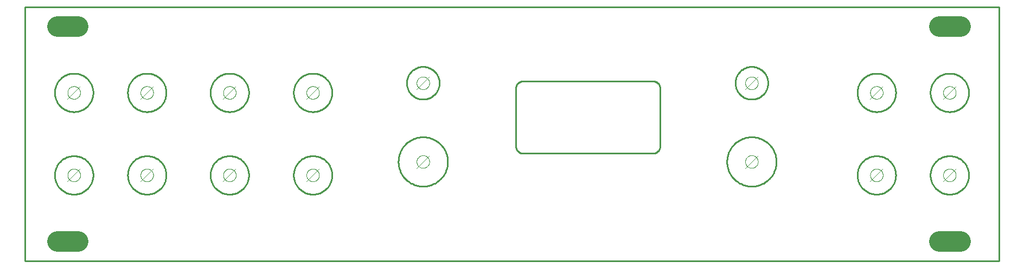
<source format=gko>
G04 EAGLE Gerber RS-274X export*
G75*
%MOMM*%
%FSLAX34Y34*%
%LPD*%
%IN*%
%IPPOS*%
%AMOC8*
5,1,8,0,0,1.08239X$1,22.5*%
G01*
%ADD10C,0.000000*%
%ADD11C,0.025400*%
%ADD12C,3.200000*%
%ADD13C,0.254000*%
%ADD14C,0.254000*%


D10*
X0Y0D02*
X1520000Y0D01*
X1520000Y396500D01*
X0Y396500D01*
X0Y0D01*
X46000Y263000D02*
X46009Y263736D01*
X46036Y264472D01*
X46081Y265207D01*
X46144Y265941D01*
X46226Y266672D01*
X46325Y267402D01*
X46442Y268129D01*
X46576Y268853D01*
X46729Y269573D01*
X46899Y270289D01*
X47087Y271001D01*
X47292Y271709D01*
X47514Y272410D01*
X47754Y273107D01*
X48010Y273797D01*
X48284Y274481D01*
X48574Y275157D01*
X48880Y275827D01*
X49203Y276488D01*
X49542Y277142D01*
X49897Y277787D01*
X50268Y278423D01*
X50654Y279050D01*
X51056Y279667D01*
X51472Y280274D01*
X51904Y280871D01*
X52350Y281457D01*
X52810Y282032D01*
X53284Y282595D01*
X53771Y283147D01*
X54273Y283686D01*
X54787Y284213D01*
X55314Y284727D01*
X55853Y285229D01*
X56405Y285716D01*
X56968Y286190D01*
X57543Y286650D01*
X58129Y287096D01*
X58726Y287528D01*
X59333Y287944D01*
X59950Y288346D01*
X60577Y288732D01*
X61213Y289103D01*
X61858Y289458D01*
X62512Y289797D01*
X63173Y290120D01*
X63843Y290426D01*
X64519Y290716D01*
X65203Y290990D01*
X65893Y291246D01*
X66590Y291486D01*
X67291Y291708D01*
X67999Y291913D01*
X68711Y292101D01*
X69427Y292271D01*
X70147Y292424D01*
X70871Y292558D01*
X71598Y292675D01*
X72328Y292774D01*
X73059Y292856D01*
X73793Y292919D01*
X74528Y292964D01*
X75264Y292991D01*
X76000Y293000D01*
X76736Y292991D01*
X77472Y292964D01*
X78207Y292919D01*
X78941Y292856D01*
X79672Y292774D01*
X80402Y292675D01*
X81129Y292558D01*
X81853Y292424D01*
X82573Y292271D01*
X83289Y292101D01*
X84001Y291913D01*
X84709Y291708D01*
X85410Y291486D01*
X86107Y291246D01*
X86797Y290990D01*
X87481Y290716D01*
X88157Y290426D01*
X88827Y290120D01*
X89488Y289797D01*
X90142Y289458D01*
X90787Y289103D01*
X91423Y288732D01*
X92050Y288346D01*
X92667Y287944D01*
X93274Y287528D01*
X93871Y287096D01*
X94457Y286650D01*
X95032Y286190D01*
X95595Y285716D01*
X96147Y285229D01*
X96686Y284727D01*
X97213Y284213D01*
X97727Y283686D01*
X98229Y283147D01*
X98716Y282595D01*
X99190Y282032D01*
X99650Y281457D01*
X100096Y280871D01*
X100528Y280274D01*
X100944Y279667D01*
X101346Y279050D01*
X101732Y278423D01*
X102103Y277787D01*
X102458Y277142D01*
X102797Y276488D01*
X103120Y275827D01*
X103426Y275157D01*
X103716Y274481D01*
X103990Y273797D01*
X104246Y273107D01*
X104486Y272410D01*
X104708Y271709D01*
X104913Y271001D01*
X105101Y270289D01*
X105271Y269573D01*
X105424Y268853D01*
X105558Y268129D01*
X105675Y267402D01*
X105774Y266672D01*
X105856Y265941D01*
X105919Y265207D01*
X105964Y264472D01*
X105991Y263736D01*
X106000Y263000D01*
X105991Y262264D01*
X105964Y261528D01*
X105919Y260793D01*
X105856Y260059D01*
X105774Y259328D01*
X105675Y258598D01*
X105558Y257871D01*
X105424Y257147D01*
X105271Y256427D01*
X105101Y255711D01*
X104913Y254999D01*
X104708Y254291D01*
X104486Y253590D01*
X104246Y252893D01*
X103990Y252203D01*
X103716Y251519D01*
X103426Y250843D01*
X103120Y250173D01*
X102797Y249512D01*
X102458Y248858D01*
X102103Y248213D01*
X101732Y247577D01*
X101346Y246950D01*
X100944Y246333D01*
X100528Y245726D01*
X100096Y245129D01*
X99650Y244543D01*
X99190Y243968D01*
X98716Y243405D01*
X98229Y242853D01*
X97727Y242314D01*
X97213Y241787D01*
X96686Y241273D01*
X96147Y240771D01*
X95595Y240284D01*
X95032Y239810D01*
X94457Y239350D01*
X93871Y238904D01*
X93274Y238472D01*
X92667Y238056D01*
X92050Y237654D01*
X91423Y237268D01*
X90787Y236897D01*
X90142Y236542D01*
X89488Y236203D01*
X88827Y235880D01*
X88157Y235574D01*
X87481Y235284D01*
X86797Y235010D01*
X86107Y234754D01*
X85410Y234514D01*
X84709Y234292D01*
X84001Y234087D01*
X83289Y233899D01*
X82573Y233729D01*
X81853Y233576D01*
X81129Y233442D01*
X80402Y233325D01*
X79672Y233226D01*
X78941Y233144D01*
X78207Y233081D01*
X77472Y233036D01*
X76736Y233009D01*
X76000Y233000D01*
X75264Y233009D01*
X74528Y233036D01*
X73793Y233081D01*
X73059Y233144D01*
X72328Y233226D01*
X71598Y233325D01*
X70871Y233442D01*
X70147Y233576D01*
X69427Y233729D01*
X68711Y233899D01*
X67999Y234087D01*
X67291Y234292D01*
X66590Y234514D01*
X65893Y234754D01*
X65203Y235010D01*
X64519Y235284D01*
X63843Y235574D01*
X63173Y235880D01*
X62512Y236203D01*
X61858Y236542D01*
X61213Y236897D01*
X60577Y237268D01*
X59950Y237654D01*
X59333Y238056D01*
X58726Y238472D01*
X58129Y238904D01*
X57543Y239350D01*
X56968Y239810D01*
X56405Y240284D01*
X55853Y240771D01*
X55314Y241273D01*
X54787Y241787D01*
X54273Y242314D01*
X53771Y242853D01*
X53284Y243405D01*
X52810Y243968D01*
X52350Y244543D01*
X51904Y245129D01*
X51472Y245726D01*
X51056Y246333D01*
X50654Y246950D01*
X50268Y247577D01*
X49897Y248213D01*
X49542Y248858D01*
X49203Y249512D01*
X48880Y250173D01*
X48574Y250843D01*
X48284Y251519D01*
X48010Y252203D01*
X47754Y252893D01*
X47514Y253590D01*
X47292Y254291D01*
X47087Y254999D01*
X46899Y255711D01*
X46729Y256427D01*
X46576Y257147D01*
X46442Y257871D01*
X46325Y258598D01*
X46226Y259328D01*
X46144Y260059D01*
X46081Y260793D01*
X46036Y261528D01*
X46009Y262264D01*
X46000Y263000D01*
D11*
X66094Y263000D02*
X66097Y263243D01*
X66106Y263486D01*
X66121Y263729D01*
X66142Y263971D01*
X66168Y264213D01*
X66201Y264454D01*
X66240Y264694D01*
X66284Y264933D01*
X66335Y265170D01*
X66391Y265407D01*
X66453Y265642D01*
X66521Y265876D01*
X66594Y266107D01*
X66673Y266337D01*
X66758Y266565D01*
X66848Y266791D01*
X66944Y267014D01*
X67045Y267235D01*
X67152Y267454D01*
X67264Y267670D01*
X67381Y267883D01*
X67503Y268093D01*
X67631Y268300D01*
X67763Y268503D01*
X67901Y268704D01*
X68043Y268901D01*
X68191Y269094D01*
X68343Y269284D01*
X68499Y269470D01*
X68660Y269652D01*
X68826Y269831D01*
X68995Y270005D01*
X69169Y270174D01*
X69348Y270340D01*
X69530Y270501D01*
X69716Y270657D01*
X69906Y270809D01*
X70099Y270957D01*
X70296Y271099D01*
X70497Y271237D01*
X70700Y271369D01*
X70907Y271497D01*
X71117Y271619D01*
X71330Y271736D01*
X71546Y271848D01*
X71765Y271955D01*
X71986Y272056D01*
X72209Y272152D01*
X72435Y272242D01*
X72663Y272327D01*
X72893Y272406D01*
X73124Y272479D01*
X73358Y272547D01*
X73593Y272609D01*
X73830Y272665D01*
X74067Y272716D01*
X74306Y272760D01*
X74546Y272799D01*
X74787Y272832D01*
X75029Y272858D01*
X75271Y272879D01*
X75514Y272894D01*
X75757Y272903D01*
X76000Y272906D01*
X76243Y272903D01*
X76486Y272894D01*
X76729Y272879D01*
X76971Y272858D01*
X77213Y272832D01*
X77454Y272799D01*
X77694Y272760D01*
X77933Y272716D01*
X78170Y272665D01*
X78407Y272609D01*
X78642Y272547D01*
X78876Y272479D01*
X79107Y272406D01*
X79337Y272327D01*
X79565Y272242D01*
X79791Y272152D01*
X80014Y272056D01*
X80235Y271955D01*
X80454Y271848D01*
X80670Y271736D01*
X80883Y271619D01*
X81093Y271497D01*
X81300Y271369D01*
X81503Y271237D01*
X81704Y271099D01*
X81901Y270957D01*
X82094Y270809D01*
X82284Y270657D01*
X82470Y270501D01*
X82652Y270340D01*
X82831Y270174D01*
X83005Y270005D01*
X83174Y269831D01*
X83340Y269652D01*
X83501Y269470D01*
X83657Y269284D01*
X83809Y269094D01*
X83957Y268901D01*
X84099Y268704D01*
X84237Y268503D01*
X84369Y268300D01*
X84497Y268093D01*
X84619Y267883D01*
X84736Y267670D01*
X84848Y267454D01*
X84955Y267235D01*
X85056Y267014D01*
X85152Y266791D01*
X85242Y266565D01*
X85327Y266337D01*
X85406Y266107D01*
X85479Y265876D01*
X85547Y265642D01*
X85609Y265407D01*
X85665Y265170D01*
X85716Y264933D01*
X85760Y264694D01*
X85799Y264454D01*
X85832Y264213D01*
X85858Y263971D01*
X85879Y263729D01*
X85894Y263486D01*
X85903Y263243D01*
X85906Y263000D01*
X85903Y262757D01*
X85894Y262514D01*
X85879Y262271D01*
X85858Y262029D01*
X85832Y261787D01*
X85799Y261546D01*
X85760Y261306D01*
X85716Y261067D01*
X85665Y260830D01*
X85609Y260593D01*
X85547Y260358D01*
X85479Y260124D01*
X85406Y259893D01*
X85327Y259663D01*
X85242Y259435D01*
X85152Y259209D01*
X85056Y258986D01*
X84955Y258765D01*
X84848Y258546D01*
X84736Y258330D01*
X84619Y258117D01*
X84497Y257907D01*
X84369Y257700D01*
X84237Y257497D01*
X84099Y257296D01*
X83957Y257099D01*
X83809Y256906D01*
X83657Y256716D01*
X83501Y256530D01*
X83340Y256348D01*
X83174Y256169D01*
X83005Y255995D01*
X82831Y255826D01*
X82652Y255660D01*
X82470Y255499D01*
X82284Y255343D01*
X82094Y255191D01*
X81901Y255043D01*
X81704Y254901D01*
X81503Y254763D01*
X81300Y254631D01*
X81093Y254503D01*
X80883Y254381D01*
X80670Y254264D01*
X80454Y254152D01*
X80235Y254045D01*
X80014Y253944D01*
X79791Y253848D01*
X79565Y253758D01*
X79337Y253673D01*
X79107Y253594D01*
X78876Y253521D01*
X78642Y253453D01*
X78407Y253391D01*
X78170Y253335D01*
X77933Y253284D01*
X77694Y253240D01*
X77454Y253201D01*
X77213Y253168D01*
X76971Y253142D01*
X76729Y253121D01*
X76486Y253106D01*
X76243Y253097D01*
X76000Y253094D01*
X75757Y253097D01*
X75514Y253106D01*
X75271Y253121D01*
X75029Y253142D01*
X74787Y253168D01*
X74546Y253201D01*
X74306Y253240D01*
X74067Y253284D01*
X73830Y253335D01*
X73593Y253391D01*
X73358Y253453D01*
X73124Y253521D01*
X72893Y253594D01*
X72663Y253673D01*
X72435Y253758D01*
X72209Y253848D01*
X71986Y253944D01*
X71765Y254045D01*
X71546Y254152D01*
X71330Y254264D01*
X71117Y254381D01*
X70907Y254503D01*
X70700Y254631D01*
X70497Y254763D01*
X70296Y254901D01*
X70099Y255043D01*
X69906Y255191D01*
X69716Y255343D01*
X69530Y255499D01*
X69348Y255660D01*
X69169Y255826D01*
X68995Y255995D01*
X68826Y256169D01*
X68660Y256348D01*
X68499Y256530D01*
X68343Y256716D01*
X68191Y256906D01*
X68043Y257099D01*
X67901Y257296D01*
X67763Y257497D01*
X67631Y257700D01*
X67503Y257907D01*
X67381Y258117D01*
X67264Y258330D01*
X67152Y258546D01*
X67045Y258765D01*
X66944Y258986D01*
X66848Y259209D01*
X66758Y259435D01*
X66673Y259663D01*
X66594Y259893D01*
X66521Y260124D01*
X66453Y260358D01*
X66391Y260593D01*
X66335Y260830D01*
X66284Y261067D01*
X66240Y261306D01*
X66201Y261546D01*
X66168Y261787D01*
X66142Y262029D01*
X66121Y262271D01*
X66106Y262514D01*
X66097Y262757D01*
X66094Y263000D01*
X65840Y252840D02*
X86160Y273160D01*
D10*
X160000Y263000D02*
X160009Y263736D01*
X160036Y264472D01*
X160081Y265207D01*
X160144Y265941D01*
X160226Y266672D01*
X160325Y267402D01*
X160442Y268129D01*
X160576Y268853D01*
X160729Y269573D01*
X160899Y270289D01*
X161087Y271001D01*
X161292Y271709D01*
X161514Y272410D01*
X161754Y273107D01*
X162010Y273797D01*
X162284Y274481D01*
X162574Y275157D01*
X162880Y275827D01*
X163203Y276488D01*
X163542Y277142D01*
X163897Y277787D01*
X164268Y278423D01*
X164654Y279050D01*
X165056Y279667D01*
X165472Y280274D01*
X165904Y280871D01*
X166350Y281457D01*
X166810Y282032D01*
X167284Y282595D01*
X167771Y283147D01*
X168273Y283686D01*
X168787Y284213D01*
X169314Y284727D01*
X169853Y285229D01*
X170405Y285716D01*
X170968Y286190D01*
X171543Y286650D01*
X172129Y287096D01*
X172726Y287528D01*
X173333Y287944D01*
X173950Y288346D01*
X174577Y288732D01*
X175213Y289103D01*
X175858Y289458D01*
X176512Y289797D01*
X177173Y290120D01*
X177843Y290426D01*
X178519Y290716D01*
X179203Y290990D01*
X179893Y291246D01*
X180590Y291486D01*
X181291Y291708D01*
X181999Y291913D01*
X182711Y292101D01*
X183427Y292271D01*
X184147Y292424D01*
X184871Y292558D01*
X185598Y292675D01*
X186328Y292774D01*
X187059Y292856D01*
X187793Y292919D01*
X188528Y292964D01*
X189264Y292991D01*
X190000Y293000D01*
X190736Y292991D01*
X191472Y292964D01*
X192207Y292919D01*
X192941Y292856D01*
X193672Y292774D01*
X194402Y292675D01*
X195129Y292558D01*
X195853Y292424D01*
X196573Y292271D01*
X197289Y292101D01*
X198001Y291913D01*
X198709Y291708D01*
X199410Y291486D01*
X200107Y291246D01*
X200797Y290990D01*
X201481Y290716D01*
X202157Y290426D01*
X202827Y290120D01*
X203488Y289797D01*
X204142Y289458D01*
X204787Y289103D01*
X205423Y288732D01*
X206050Y288346D01*
X206667Y287944D01*
X207274Y287528D01*
X207871Y287096D01*
X208457Y286650D01*
X209032Y286190D01*
X209595Y285716D01*
X210147Y285229D01*
X210686Y284727D01*
X211213Y284213D01*
X211727Y283686D01*
X212229Y283147D01*
X212716Y282595D01*
X213190Y282032D01*
X213650Y281457D01*
X214096Y280871D01*
X214528Y280274D01*
X214944Y279667D01*
X215346Y279050D01*
X215732Y278423D01*
X216103Y277787D01*
X216458Y277142D01*
X216797Y276488D01*
X217120Y275827D01*
X217426Y275157D01*
X217716Y274481D01*
X217990Y273797D01*
X218246Y273107D01*
X218486Y272410D01*
X218708Y271709D01*
X218913Y271001D01*
X219101Y270289D01*
X219271Y269573D01*
X219424Y268853D01*
X219558Y268129D01*
X219675Y267402D01*
X219774Y266672D01*
X219856Y265941D01*
X219919Y265207D01*
X219964Y264472D01*
X219991Y263736D01*
X220000Y263000D01*
X219991Y262264D01*
X219964Y261528D01*
X219919Y260793D01*
X219856Y260059D01*
X219774Y259328D01*
X219675Y258598D01*
X219558Y257871D01*
X219424Y257147D01*
X219271Y256427D01*
X219101Y255711D01*
X218913Y254999D01*
X218708Y254291D01*
X218486Y253590D01*
X218246Y252893D01*
X217990Y252203D01*
X217716Y251519D01*
X217426Y250843D01*
X217120Y250173D01*
X216797Y249512D01*
X216458Y248858D01*
X216103Y248213D01*
X215732Y247577D01*
X215346Y246950D01*
X214944Y246333D01*
X214528Y245726D01*
X214096Y245129D01*
X213650Y244543D01*
X213190Y243968D01*
X212716Y243405D01*
X212229Y242853D01*
X211727Y242314D01*
X211213Y241787D01*
X210686Y241273D01*
X210147Y240771D01*
X209595Y240284D01*
X209032Y239810D01*
X208457Y239350D01*
X207871Y238904D01*
X207274Y238472D01*
X206667Y238056D01*
X206050Y237654D01*
X205423Y237268D01*
X204787Y236897D01*
X204142Y236542D01*
X203488Y236203D01*
X202827Y235880D01*
X202157Y235574D01*
X201481Y235284D01*
X200797Y235010D01*
X200107Y234754D01*
X199410Y234514D01*
X198709Y234292D01*
X198001Y234087D01*
X197289Y233899D01*
X196573Y233729D01*
X195853Y233576D01*
X195129Y233442D01*
X194402Y233325D01*
X193672Y233226D01*
X192941Y233144D01*
X192207Y233081D01*
X191472Y233036D01*
X190736Y233009D01*
X190000Y233000D01*
X189264Y233009D01*
X188528Y233036D01*
X187793Y233081D01*
X187059Y233144D01*
X186328Y233226D01*
X185598Y233325D01*
X184871Y233442D01*
X184147Y233576D01*
X183427Y233729D01*
X182711Y233899D01*
X181999Y234087D01*
X181291Y234292D01*
X180590Y234514D01*
X179893Y234754D01*
X179203Y235010D01*
X178519Y235284D01*
X177843Y235574D01*
X177173Y235880D01*
X176512Y236203D01*
X175858Y236542D01*
X175213Y236897D01*
X174577Y237268D01*
X173950Y237654D01*
X173333Y238056D01*
X172726Y238472D01*
X172129Y238904D01*
X171543Y239350D01*
X170968Y239810D01*
X170405Y240284D01*
X169853Y240771D01*
X169314Y241273D01*
X168787Y241787D01*
X168273Y242314D01*
X167771Y242853D01*
X167284Y243405D01*
X166810Y243968D01*
X166350Y244543D01*
X165904Y245129D01*
X165472Y245726D01*
X165056Y246333D01*
X164654Y246950D01*
X164268Y247577D01*
X163897Y248213D01*
X163542Y248858D01*
X163203Y249512D01*
X162880Y250173D01*
X162574Y250843D01*
X162284Y251519D01*
X162010Y252203D01*
X161754Y252893D01*
X161514Y253590D01*
X161292Y254291D01*
X161087Y254999D01*
X160899Y255711D01*
X160729Y256427D01*
X160576Y257147D01*
X160442Y257871D01*
X160325Y258598D01*
X160226Y259328D01*
X160144Y260059D01*
X160081Y260793D01*
X160036Y261528D01*
X160009Y262264D01*
X160000Y263000D01*
D11*
X180094Y263000D02*
X180097Y263243D01*
X180106Y263486D01*
X180121Y263729D01*
X180142Y263971D01*
X180168Y264213D01*
X180201Y264454D01*
X180240Y264694D01*
X180284Y264933D01*
X180335Y265170D01*
X180391Y265407D01*
X180453Y265642D01*
X180521Y265876D01*
X180594Y266107D01*
X180673Y266337D01*
X180758Y266565D01*
X180848Y266791D01*
X180944Y267014D01*
X181045Y267235D01*
X181152Y267454D01*
X181264Y267670D01*
X181381Y267883D01*
X181503Y268093D01*
X181631Y268300D01*
X181763Y268503D01*
X181901Y268704D01*
X182043Y268901D01*
X182191Y269094D01*
X182343Y269284D01*
X182499Y269470D01*
X182660Y269652D01*
X182826Y269831D01*
X182995Y270005D01*
X183169Y270174D01*
X183348Y270340D01*
X183530Y270501D01*
X183716Y270657D01*
X183906Y270809D01*
X184099Y270957D01*
X184296Y271099D01*
X184497Y271237D01*
X184700Y271369D01*
X184907Y271497D01*
X185117Y271619D01*
X185330Y271736D01*
X185546Y271848D01*
X185765Y271955D01*
X185986Y272056D01*
X186209Y272152D01*
X186435Y272242D01*
X186663Y272327D01*
X186893Y272406D01*
X187124Y272479D01*
X187358Y272547D01*
X187593Y272609D01*
X187830Y272665D01*
X188067Y272716D01*
X188306Y272760D01*
X188546Y272799D01*
X188787Y272832D01*
X189029Y272858D01*
X189271Y272879D01*
X189514Y272894D01*
X189757Y272903D01*
X190000Y272906D01*
X190243Y272903D01*
X190486Y272894D01*
X190729Y272879D01*
X190971Y272858D01*
X191213Y272832D01*
X191454Y272799D01*
X191694Y272760D01*
X191933Y272716D01*
X192170Y272665D01*
X192407Y272609D01*
X192642Y272547D01*
X192876Y272479D01*
X193107Y272406D01*
X193337Y272327D01*
X193565Y272242D01*
X193791Y272152D01*
X194014Y272056D01*
X194235Y271955D01*
X194454Y271848D01*
X194670Y271736D01*
X194883Y271619D01*
X195093Y271497D01*
X195300Y271369D01*
X195503Y271237D01*
X195704Y271099D01*
X195901Y270957D01*
X196094Y270809D01*
X196284Y270657D01*
X196470Y270501D01*
X196652Y270340D01*
X196831Y270174D01*
X197005Y270005D01*
X197174Y269831D01*
X197340Y269652D01*
X197501Y269470D01*
X197657Y269284D01*
X197809Y269094D01*
X197957Y268901D01*
X198099Y268704D01*
X198237Y268503D01*
X198369Y268300D01*
X198497Y268093D01*
X198619Y267883D01*
X198736Y267670D01*
X198848Y267454D01*
X198955Y267235D01*
X199056Y267014D01*
X199152Y266791D01*
X199242Y266565D01*
X199327Y266337D01*
X199406Y266107D01*
X199479Y265876D01*
X199547Y265642D01*
X199609Y265407D01*
X199665Y265170D01*
X199716Y264933D01*
X199760Y264694D01*
X199799Y264454D01*
X199832Y264213D01*
X199858Y263971D01*
X199879Y263729D01*
X199894Y263486D01*
X199903Y263243D01*
X199906Y263000D01*
X199903Y262757D01*
X199894Y262514D01*
X199879Y262271D01*
X199858Y262029D01*
X199832Y261787D01*
X199799Y261546D01*
X199760Y261306D01*
X199716Y261067D01*
X199665Y260830D01*
X199609Y260593D01*
X199547Y260358D01*
X199479Y260124D01*
X199406Y259893D01*
X199327Y259663D01*
X199242Y259435D01*
X199152Y259209D01*
X199056Y258986D01*
X198955Y258765D01*
X198848Y258546D01*
X198736Y258330D01*
X198619Y258117D01*
X198497Y257907D01*
X198369Y257700D01*
X198237Y257497D01*
X198099Y257296D01*
X197957Y257099D01*
X197809Y256906D01*
X197657Y256716D01*
X197501Y256530D01*
X197340Y256348D01*
X197174Y256169D01*
X197005Y255995D01*
X196831Y255826D01*
X196652Y255660D01*
X196470Y255499D01*
X196284Y255343D01*
X196094Y255191D01*
X195901Y255043D01*
X195704Y254901D01*
X195503Y254763D01*
X195300Y254631D01*
X195093Y254503D01*
X194883Y254381D01*
X194670Y254264D01*
X194454Y254152D01*
X194235Y254045D01*
X194014Y253944D01*
X193791Y253848D01*
X193565Y253758D01*
X193337Y253673D01*
X193107Y253594D01*
X192876Y253521D01*
X192642Y253453D01*
X192407Y253391D01*
X192170Y253335D01*
X191933Y253284D01*
X191694Y253240D01*
X191454Y253201D01*
X191213Y253168D01*
X190971Y253142D01*
X190729Y253121D01*
X190486Y253106D01*
X190243Y253097D01*
X190000Y253094D01*
X189757Y253097D01*
X189514Y253106D01*
X189271Y253121D01*
X189029Y253142D01*
X188787Y253168D01*
X188546Y253201D01*
X188306Y253240D01*
X188067Y253284D01*
X187830Y253335D01*
X187593Y253391D01*
X187358Y253453D01*
X187124Y253521D01*
X186893Y253594D01*
X186663Y253673D01*
X186435Y253758D01*
X186209Y253848D01*
X185986Y253944D01*
X185765Y254045D01*
X185546Y254152D01*
X185330Y254264D01*
X185117Y254381D01*
X184907Y254503D01*
X184700Y254631D01*
X184497Y254763D01*
X184296Y254901D01*
X184099Y255043D01*
X183906Y255191D01*
X183716Y255343D01*
X183530Y255499D01*
X183348Y255660D01*
X183169Y255826D01*
X182995Y255995D01*
X182826Y256169D01*
X182660Y256348D01*
X182499Y256530D01*
X182343Y256716D01*
X182191Y256906D01*
X182043Y257099D01*
X181901Y257296D01*
X181763Y257497D01*
X181631Y257700D01*
X181503Y257907D01*
X181381Y258117D01*
X181264Y258330D01*
X181152Y258546D01*
X181045Y258765D01*
X180944Y258986D01*
X180848Y259209D01*
X180758Y259435D01*
X180673Y259663D01*
X180594Y259893D01*
X180521Y260124D01*
X180453Y260358D01*
X180391Y260593D01*
X180335Y260830D01*
X180284Y261067D01*
X180240Y261306D01*
X180201Y261546D01*
X180168Y261787D01*
X180142Y262029D01*
X180121Y262271D01*
X180106Y262514D01*
X180097Y262757D01*
X180094Y263000D01*
X179840Y252840D02*
X200160Y273160D01*
D10*
X289000Y263000D02*
X289009Y263736D01*
X289036Y264472D01*
X289081Y265207D01*
X289144Y265941D01*
X289226Y266672D01*
X289325Y267402D01*
X289442Y268129D01*
X289576Y268853D01*
X289729Y269573D01*
X289899Y270289D01*
X290087Y271001D01*
X290292Y271709D01*
X290514Y272410D01*
X290754Y273107D01*
X291010Y273797D01*
X291284Y274481D01*
X291574Y275157D01*
X291880Y275827D01*
X292203Y276488D01*
X292542Y277142D01*
X292897Y277787D01*
X293268Y278423D01*
X293654Y279050D01*
X294056Y279667D01*
X294472Y280274D01*
X294904Y280871D01*
X295350Y281457D01*
X295810Y282032D01*
X296284Y282595D01*
X296771Y283147D01*
X297273Y283686D01*
X297787Y284213D01*
X298314Y284727D01*
X298853Y285229D01*
X299405Y285716D01*
X299968Y286190D01*
X300543Y286650D01*
X301129Y287096D01*
X301726Y287528D01*
X302333Y287944D01*
X302950Y288346D01*
X303577Y288732D01*
X304213Y289103D01*
X304858Y289458D01*
X305512Y289797D01*
X306173Y290120D01*
X306843Y290426D01*
X307519Y290716D01*
X308203Y290990D01*
X308893Y291246D01*
X309590Y291486D01*
X310291Y291708D01*
X310999Y291913D01*
X311711Y292101D01*
X312427Y292271D01*
X313147Y292424D01*
X313871Y292558D01*
X314598Y292675D01*
X315328Y292774D01*
X316059Y292856D01*
X316793Y292919D01*
X317528Y292964D01*
X318264Y292991D01*
X319000Y293000D01*
X319736Y292991D01*
X320472Y292964D01*
X321207Y292919D01*
X321941Y292856D01*
X322672Y292774D01*
X323402Y292675D01*
X324129Y292558D01*
X324853Y292424D01*
X325573Y292271D01*
X326289Y292101D01*
X327001Y291913D01*
X327709Y291708D01*
X328410Y291486D01*
X329107Y291246D01*
X329797Y290990D01*
X330481Y290716D01*
X331157Y290426D01*
X331827Y290120D01*
X332488Y289797D01*
X333142Y289458D01*
X333787Y289103D01*
X334423Y288732D01*
X335050Y288346D01*
X335667Y287944D01*
X336274Y287528D01*
X336871Y287096D01*
X337457Y286650D01*
X338032Y286190D01*
X338595Y285716D01*
X339147Y285229D01*
X339686Y284727D01*
X340213Y284213D01*
X340727Y283686D01*
X341229Y283147D01*
X341716Y282595D01*
X342190Y282032D01*
X342650Y281457D01*
X343096Y280871D01*
X343528Y280274D01*
X343944Y279667D01*
X344346Y279050D01*
X344732Y278423D01*
X345103Y277787D01*
X345458Y277142D01*
X345797Y276488D01*
X346120Y275827D01*
X346426Y275157D01*
X346716Y274481D01*
X346990Y273797D01*
X347246Y273107D01*
X347486Y272410D01*
X347708Y271709D01*
X347913Y271001D01*
X348101Y270289D01*
X348271Y269573D01*
X348424Y268853D01*
X348558Y268129D01*
X348675Y267402D01*
X348774Y266672D01*
X348856Y265941D01*
X348919Y265207D01*
X348964Y264472D01*
X348991Y263736D01*
X349000Y263000D01*
X348991Y262264D01*
X348964Y261528D01*
X348919Y260793D01*
X348856Y260059D01*
X348774Y259328D01*
X348675Y258598D01*
X348558Y257871D01*
X348424Y257147D01*
X348271Y256427D01*
X348101Y255711D01*
X347913Y254999D01*
X347708Y254291D01*
X347486Y253590D01*
X347246Y252893D01*
X346990Y252203D01*
X346716Y251519D01*
X346426Y250843D01*
X346120Y250173D01*
X345797Y249512D01*
X345458Y248858D01*
X345103Y248213D01*
X344732Y247577D01*
X344346Y246950D01*
X343944Y246333D01*
X343528Y245726D01*
X343096Y245129D01*
X342650Y244543D01*
X342190Y243968D01*
X341716Y243405D01*
X341229Y242853D01*
X340727Y242314D01*
X340213Y241787D01*
X339686Y241273D01*
X339147Y240771D01*
X338595Y240284D01*
X338032Y239810D01*
X337457Y239350D01*
X336871Y238904D01*
X336274Y238472D01*
X335667Y238056D01*
X335050Y237654D01*
X334423Y237268D01*
X333787Y236897D01*
X333142Y236542D01*
X332488Y236203D01*
X331827Y235880D01*
X331157Y235574D01*
X330481Y235284D01*
X329797Y235010D01*
X329107Y234754D01*
X328410Y234514D01*
X327709Y234292D01*
X327001Y234087D01*
X326289Y233899D01*
X325573Y233729D01*
X324853Y233576D01*
X324129Y233442D01*
X323402Y233325D01*
X322672Y233226D01*
X321941Y233144D01*
X321207Y233081D01*
X320472Y233036D01*
X319736Y233009D01*
X319000Y233000D01*
X318264Y233009D01*
X317528Y233036D01*
X316793Y233081D01*
X316059Y233144D01*
X315328Y233226D01*
X314598Y233325D01*
X313871Y233442D01*
X313147Y233576D01*
X312427Y233729D01*
X311711Y233899D01*
X310999Y234087D01*
X310291Y234292D01*
X309590Y234514D01*
X308893Y234754D01*
X308203Y235010D01*
X307519Y235284D01*
X306843Y235574D01*
X306173Y235880D01*
X305512Y236203D01*
X304858Y236542D01*
X304213Y236897D01*
X303577Y237268D01*
X302950Y237654D01*
X302333Y238056D01*
X301726Y238472D01*
X301129Y238904D01*
X300543Y239350D01*
X299968Y239810D01*
X299405Y240284D01*
X298853Y240771D01*
X298314Y241273D01*
X297787Y241787D01*
X297273Y242314D01*
X296771Y242853D01*
X296284Y243405D01*
X295810Y243968D01*
X295350Y244543D01*
X294904Y245129D01*
X294472Y245726D01*
X294056Y246333D01*
X293654Y246950D01*
X293268Y247577D01*
X292897Y248213D01*
X292542Y248858D01*
X292203Y249512D01*
X291880Y250173D01*
X291574Y250843D01*
X291284Y251519D01*
X291010Y252203D01*
X290754Y252893D01*
X290514Y253590D01*
X290292Y254291D01*
X290087Y254999D01*
X289899Y255711D01*
X289729Y256427D01*
X289576Y257147D01*
X289442Y257871D01*
X289325Y258598D01*
X289226Y259328D01*
X289144Y260059D01*
X289081Y260793D01*
X289036Y261528D01*
X289009Y262264D01*
X289000Y263000D01*
D11*
X309094Y263000D02*
X309097Y263243D01*
X309106Y263486D01*
X309121Y263729D01*
X309142Y263971D01*
X309168Y264213D01*
X309201Y264454D01*
X309240Y264694D01*
X309284Y264933D01*
X309335Y265170D01*
X309391Y265407D01*
X309453Y265642D01*
X309521Y265876D01*
X309594Y266107D01*
X309673Y266337D01*
X309758Y266565D01*
X309848Y266791D01*
X309944Y267014D01*
X310045Y267235D01*
X310152Y267454D01*
X310264Y267670D01*
X310381Y267883D01*
X310503Y268093D01*
X310631Y268300D01*
X310763Y268503D01*
X310901Y268704D01*
X311043Y268901D01*
X311191Y269094D01*
X311343Y269284D01*
X311499Y269470D01*
X311660Y269652D01*
X311826Y269831D01*
X311995Y270005D01*
X312169Y270174D01*
X312348Y270340D01*
X312530Y270501D01*
X312716Y270657D01*
X312906Y270809D01*
X313099Y270957D01*
X313296Y271099D01*
X313497Y271237D01*
X313700Y271369D01*
X313907Y271497D01*
X314117Y271619D01*
X314330Y271736D01*
X314546Y271848D01*
X314765Y271955D01*
X314986Y272056D01*
X315209Y272152D01*
X315435Y272242D01*
X315663Y272327D01*
X315893Y272406D01*
X316124Y272479D01*
X316358Y272547D01*
X316593Y272609D01*
X316830Y272665D01*
X317067Y272716D01*
X317306Y272760D01*
X317546Y272799D01*
X317787Y272832D01*
X318029Y272858D01*
X318271Y272879D01*
X318514Y272894D01*
X318757Y272903D01*
X319000Y272906D01*
X319243Y272903D01*
X319486Y272894D01*
X319729Y272879D01*
X319971Y272858D01*
X320213Y272832D01*
X320454Y272799D01*
X320694Y272760D01*
X320933Y272716D01*
X321170Y272665D01*
X321407Y272609D01*
X321642Y272547D01*
X321876Y272479D01*
X322107Y272406D01*
X322337Y272327D01*
X322565Y272242D01*
X322791Y272152D01*
X323014Y272056D01*
X323235Y271955D01*
X323454Y271848D01*
X323670Y271736D01*
X323883Y271619D01*
X324093Y271497D01*
X324300Y271369D01*
X324503Y271237D01*
X324704Y271099D01*
X324901Y270957D01*
X325094Y270809D01*
X325284Y270657D01*
X325470Y270501D01*
X325652Y270340D01*
X325831Y270174D01*
X326005Y270005D01*
X326174Y269831D01*
X326340Y269652D01*
X326501Y269470D01*
X326657Y269284D01*
X326809Y269094D01*
X326957Y268901D01*
X327099Y268704D01*
X327237Y268503D01*
X327369Y268300D01*
X327497Y268093D01*
X327619Y267883D01*
X327736Y267670D01*
X327848Y267454D01*
X327955Y267235D01*
X328056Y267014D01*
X328152Y266791D01*
X328242Y266565D01*
X328327Y266337D01*
X328406Y266107D01*
X328479Y265876D01*
X328547Y265642D01*
X328609Y265407D01*
X328665Y265170D01*
X328716Y264933D01*
X328760Y264694D01*
X328799Y264454D01*
X328832Y264213D01*
X328858Y263971D01*
X328879Y263729D01*
X328894Y263486D01*
X328903Y263243D01*
X328906Y263000D01*
X328903Y262757D01*
X328894Y262514D01*
X328879Y262271D01*
X328858Y262029D01*
X328832Y261787D01*
X328799Y261546D01*
X328760Y261306D01*
X328716Y261067D01*
X328665Y260830D01*
X328609Y260593D01*
X328547Y260358D01*
X328479Y260124D01*
X328406Y259893D01*
X328327Y259663D01*
X328242Y259435D01*
X328152Y259209D01*
X328056Y258986D01*
X327955Y258765D01*
X327848Y258546D01*
X327736Y258330D01*
X327619Y258117D01*
X327497Y257907D01*
X327369Y257700D01*
X327237Y257497D01*
X327099Y257296D01*
X326957Y257099D01*
X326809Y256906D01*
X326657Y256716D01*
X326501Y256530D01*
X326340Y256348D01*
X326174Y256169D01*
X326005Y255995D01*
X325831Y255826D01*
X325652Y255660D01*
X325470Y255499D01*
X325284Y255343D01*
X325094Y255191D01*
X324901Y255043D01*
X324704Y254901D01*
X324503Y254763D01*
X324300Y254631D01*
X324093Y254503D01*
X323883Y254381D01*
X323670Y254264D01*
X323454Y254152D01*
X323235Y254045D01*
X323014Y253944D01*
X322791Y253848D01*
X322565Y253758D01*
X322337Y253673D01*
X322107Y253594D01*
X321876Y253521D01*
X321642Y253453D01*
X321407Y253391D01*
X321170Y253335D01*
X320933Y253284D01*
X320694Y253240D01*
X320454Y253201D01*
X320213Y253168D01*
X319971Y253142D01*
X319729Y253121D01*
X319486Y253106D01*
X319243Y253097D01*
X319000Y253094D01*
X318757Y253097D01*
X318514Y253106D01*
X318271Y253121D01*
X318029Y253142D01*
X317787Y253168D01*
X317546Y253201D01*
X317306Y253240D01*
X317067Y253284D01*
X316830Y253335D01*
X316593Y253391D01*
X316358Y253453D01*
X316124Y253521D01*
X315893Y253594D01*
X315663Y253673D01*
X315435Y253758D01*
X315209Y253848D01*
X314986Y253944D01*
X314765Y254045D01*
X314546Y254152D01*
X314330Y254264D01*
X314117Y254381D01*
X313907Y254503D01*
X313700Y254631D01*
X313497Y254763D01*
X313296Y254901D01*
X313099Y255043D01*
X312906Y255191D01*
X312716Y255343D01*
X312530Y255499D01*
X312348Y255660D01*
X312169Y255826D01*
X311995Y255995D01*
X311826Y256169D01*
X311660Y256348D01*
X311499Y256530D01*
X311343Y256716D01*
X311191Y256906D01*
X311043Y257099D01*
X310901Y257296D01*
X310763Y257497D01*
X310631Y257700D01*
X310503Y257907D01*
X310381Y258117D01*
X310264Y258330D01*
X310152Y258546D01*
X310045Y258765D01*
X309944Y258986D01*
X309848Y259209D01*
X309758Y259435D01*
X309673Y259663D01*
X309594Y259893D01*
X309521Y260124D01*
X309453Y260358D01*
X309391Y260593D01*
X309335Y260830D01*
X309284Y261067D01*
X309240Y261306D01*
X309201Y261546D01*
X309168Y261787D01*
X309142Y262029D01*
X309121Y262271D01*
X309106Y262514D01*
X309097Y262757D01*
X309094Y263000D01*
X308840Y252840D02*
X329160Y273160D01*
D10*
X419000Y263000D02*
X419009Y263736D01*
X419036Y264472D01*
X419081Y265207D01*
X419144Y265941D01*
X419226Y266672D01*
X419325Y267402D01*
X419442Y268129D01*
X419576Y268853D01*
X419729Y269573D01*
X419899Y270289D01*
X420087Y271001D01*
X420292Y271709D01*
X420514Y272410D01*
X420754Y273107D01*
X421010Y273797D01*
X421284Y274481D01*
X421574Y275157D01*
X421880Y275827D01*
X422203Y276488D01*
X422542Y277142D01*
X422897Y277787D01*
X423268Y278423D01*
X423654Y279050D01*
X424056Y279667D01*
X424472Y280274D01*
X424904Y280871D01*
X425350Y281457D01*
X425810Y282032D01*
X426284Y282595D01*
X426771Y283147D01*
X427273Y283686D01*
X427787Y284213D01*
X428314Y284727D01*
X428853Y285229D01*
X429405Y285716D01*
X429968Y286190D01*
X430543Y286650D01*
X431129Y287096D01*
X431726Y287528D01*
X432333Y287944D01*
X432950Y288346D01*
X433577Y288732D01*
X434213Y289103D01*
X434858Y289458D01*
X435512Y289797D01*
X436173Y290120D01*
X436843Y290426D01*
X437519Y290716D01*
X438203Y290990D01*
X438893Y291246D01*
X439590Y291486D01*
X440291Y291708D01*
X440999Y291913D01*
X441711Y292101D01*
X442427Y292271D01*
X443147Y292424D01*
X443871Y292558D01*
X444598Y292675D01*
X445328Y292774D01*
X446059Y292856D01*
X446793Y292919D01*
X447528Y292964D01*
X448264Y292991D01*
X449000Y293000D01*
X449736Y292991D01*
X450472Y292964D01*
X451207Y292919D01*
X451941Y292856D01*
X452672Y292774D01*
X453402Y292675D01*
X454129Y292558D01*
X454853Y292424D01*
X455573Y292271D01*
X456289Y292101D01*
X457001Y291913D01*
X457709Y291708D01*
X458410Y291486D01*
X459107Y291246D01*
X459797Y290990D01*
X460481Y290716D01*
X461157Y290426D01*
X461827Y290120D01*
X462488Y289797D01*
X463142Y289458D01*
X463787Y289103D01*
X464423Y288732D01*
X465050Y288346D01*
X465667Y287944D01*
X466274Y287528D01*
X466871Y287096D01*
X467457Y286650D01*
X468032Y286190D01*
X468595Y285716D01*
X469147Y285229D01*
X469686Y284727D01*
X470213Y284213D01*
X470727Y283686D01*
X471229Y283147D01*
X471716Y282595D01*
X472190Y282032D01*
X472650Y281457D01*
X473096Y280871D01*
X473528Y280274D01*
X473944Y279667D01*
X474346Y279050D01*
X474732Y278423D01*
X475103Y277787D01*
X475458Y277142D01*
X475797Y276488D01*
X476120Y275827D01*
X476426Y275157D01*
X476716Y274481D01*
X476990Y273797D01*
X477246Y273107D01*
X477486Y272410D01*
X477708Y271709D01*
X477913Y271001D01*
X478101Y270289D01*
X478271Y269573D01*
X478424Y268853D01*
X478558Y268129D01*
X478675Y267402D01*
X478774Y266672D01*
X478856Y265941D01*
X478919Y265207D01*
X478964Y264472D01*
X478991Y263736D01*
X479000Y263000D01*
X478991Y262264D01*
X478964Y261528D01*
X478919Y260793D01*
X478856Y260059D01*
X478774Y259328D01*
X478675Y258598D01*
X478558Y257871D01*
X478424Y257147D01*
X478271Y256427D01*
X478101Y255711D01*
X477913Y254999D01*
X477708Y254291D01*
X477486Y253590D01*
X477246Y252893D01*
X476990Y252203D01*
X476716Y251519D01*
X476426Y250843D01*
X476120Y250173D01*
X475797Y249512D01*
X475458Y248858D01*
X475103Y248213D01*
X474732Y247577D01*
X474346Y246950D01*
X473944Y246333D01*
X473528Y245726D01*
X473096Y245129D01*
X472650Y244543D01*
X472190Y243968D01*
X471716Y243405D01*
X471229Y242853D01*
X470727Y242314D01*
X470213Y241787D01*
X469686Y241273D01*
X469147Y240771D01*
X468595Y240284D01*
X468032Y239810D01*
X467457Y239350D01*
X466871Y238904D01*
X466274Y238472D01*
X465667Y238056D01*
X465050Y237654D01*
X464423Y237268D01*
X463787Y236897D01*
X463142Y236542D01*
X462488Y236203D01*
X461827Y235880D01*
X461157Y235574D01*
X460481Y235284D01*
X459797Y235010D01*
X459107Y234754D01*
X458410Y234514D01*
X457709Y234292D01*
X457001Y234087D01*
X456289Y233899D01*
X455573Y233729D01*
X454853Y233576D01*
X454129Y233442D01*
X453402Y233325D01*
X452672Y233226D01*
X451941Y233144D01*
X451207Y233081D01*
X450472Y233036D01*
X449736Y233009D01*
X449000Y233000D01*
X448264Y233009D01*
X447528Y233036D01*
X446793Y233081D01*
X446059Y233144D01*
X445328Y233226D01*
X444598Y233325D01*
X443871Y233442D01*
X443147Y233576D01*
X442427Y233729D01*
X441711Y233899D01*
X440999Y234087D01*
X440291Y234292D01*
X439590Y234514D01*
X438893Y234754D01*
X438203Y235010D01*
X437519Y235284D01*
X436843Y235574D01*
X436173Y235880D01*
X435512Y236203D01*
X434858Y236542D01*
X434213Y236897D01*
X433577Y237268D01*
X432950Y237654D01*
X432333Y238056D01*
X431726Y238472D01*
X431129Y238904D01*
X430543Y239350D01*
X429968Y239810D01*
X429405Y240284D01*
X428853Y240771D01*
X428314Y241273D01*
X427787Y241787D01*
X427273Y242314D01*
X426771Y242853D01*
X426284Y243405D01*
X425810Y243968D01*
X425350Y244543D01*
X424904Y245129D01*
X424472Y245726D01*
X424056Y246333D01*
X423654Y246950D01*
X423268Y247577D01*
X422897Y248213D01*
X422542Y248858D01*
X422203Y249512D01*
X421880Y250173D01*
X421574Y250843D01*
X421284Y251519D01*
X421010Y252203D01*
X420754Y252893D01*
X420514Y253590D01*
X420292Y254291D01*
X420087Y254999D01*
X419899Y255711D01*
X419729Y256427D01*
X419576Y257147D01*
X419442Y257871D01*
X419325Y258598D01*
X419226Y259328D01*
X419144Y260059D01*
X419081Y260793D01*
X419036Y261528D01*
X419009Y262264D01*
X419000Y263000D01*
D11*
X439094Y263000D02*
X439097Y263243D01*
X439106Y263486D01*
X439121Y263729D01*
X439142Y263971D01*
X439168Y264213D01*
X439201Y264454D01*
X439240Y264694D01*
X439284Y264933D01*
X439335Y265170D01*
X439391Y265407D01*
X439453Y265642D01*
X439521Y265876D01*
X439594Y266107D01*
X439673Y266337D01*
X439758Y266565D01*
X439848Y266791D01*
X439944Y267014D01*
X440045Y267235D01*
X440152Y267454D01*
X440264Y267670D01*
X440381Y267883D01*
X440503Y268093D01*
X440631Y268300D01*
X440763Y268503D01*
X440901Y268704D01*
X441043Y268901D01*
X441191Y269094D01*
X441343Y269284D01*
X441499Y269470D01*
X441660Y269652D01*
X441826Y269831D01*
X441995Y270005D01*
X442169Y270174D01*
X442348Y270340D01*
X442530Y270501D01*
X442716Y270657D01*
X442906Y270809D01*
X443099Y270957D01*
X443296Y271099D01*
X443497Y271237D01*
X443700Y271369D01*
X443907Y271497D01*
X444117Y271619D01*
X444330Y271736D01*
X444546Y271848D01*
X444765Y271955D01*
X444986Y272056D01*
X445209Y272152D01*
X445435Y272242D01*
X445663Y272327D01*
X445893Y272406D01*
X446124Y272479D01*
X446358Y272547D01*
X446593Y272609D01*
X446830Y272665D01*
X447067Y272716D01*
X447306Y272760D01*
X447546Y272799D01*
X447787Y272832D01*
X448029Y272858D01*
X448271Y272879D01*
X448514Y272894D01*
X448757Y272903D01*
X449000Y272906D01*
X449243Y272903D01*
X449486Y272894D01*
X449729Y272879D01*
X449971Y272858D01*
X450213Y272832D01*
X450454Y272799D01*
X450694Y272760D01*
X450933Y272716D01*
X451170Y272665D01*
X451407Y272609D01*
X451642Y272547D01*
X451876Y272479D01*
X452107Y272406D01*
X452337Y272327D01*
X452565Y272242D01*
X452791Y272152D01*
X453014Y272056D01*
X453235Y271955D01*
X453454Y271848D01*
X453670Y271736D01*
X453883Y271619D01*
X454093Y271497D01*
X454300Y271369D01*
X454503Y271237D01*
X454704Y271099D01*
X454901Y270957D01*
X455094Y270809D01*
X455284Y270657D01*
X455470Y270501D01*
X455652Y270340D01*
X455831Y270174D01*
X456005Y270005D01*
X456174Y269831D01*
X456340Y269652D01*
X456501Y269470D01*
X456657Y269284D01*
X456809Y269094D01*
X456957Y268901D01*
X457099Y268704D01*
X457237Y268503D01*
X457369Y268300D01*
X457497Y268093D01*
X457619Y267883D01*
X457736Y267670D01*
X457848Y267454D01*
X457955Y267235D01*
X458056Y267014D01*
X458152Y266791D01*
X458242Y266565D01*
X458327Y266337D01*
X458406Y266107D01*
X458479Y265876D01*
X458547Y265642D01*
X458609Y265407D01*
X458665Y265170D01*
X458716Y264933D01*
X458760Y264694D01*
X458799Y264454D01*
X458832Y264213D01*
X458858Y263971D01*
X458879Y263729D01*
X458894Y263486D01*
X458903Y263243D01*
X458906Y263000D01*
X458903Y262757D01*
X458894Y262514D01*
X458879Y262271D01*
X458858Y262029D01*
X458832Y261787D01*
X458799Y261546D01*
X458760Y261306D01*
X458716Y261067D01*
X458665Y260830D01*
X458609Y260593D01*
X458547Y260358D01*
X458479Y260124D01*
X458406Y259893D01*
X458327Y259663D01*
X458242Y259435D01*
X458152Y259209D01*
X458056Y258986D01*
X457955Y258765D01*
X457848Y258546D01*
X457736Y258330D01*
X457619Y258117D01*
X457497Y257907D01*
X457369Y257700D01*
X457237Y257497D01*
X457099Y257296D01*
X456957Y257099D01*
X456809Y256906D01*
X456657Y256716D01*
X456501Y256530D01*
X456340Y256348D01*
X456174Y256169D01*
X456005Y255995D01*
X455831Y255826D01*
X455652Y255660D01*
X455470Y255499D01*
X455284Y255343D01*
X455094Y255191D01*
X454901Y255043D01*
X454704Y254901D01*
X454503Y254763D01*
X454300Y254631D01*
X454093Y254503D01*
X453883Y254381D01*
X453670Y254264D01*
X453454Y254152D01*
X453235Y254045D01*
X453014Y253944D01*
X452791Y253848D01*
X452565Y253758D01*
X452337Y253673D01*
X452107Y253594D01*
X451876Y253521D01*
X451642Y253453D01*
X451407Y253391D01*
X451170Y253335D01*
X450933Y253284D01*
X450694Y253240D01*
X450454Y253201D01*
X450213Y253168D01*
X449971Y253142D01*
X449729Y253121D01*
X449486Y253106D01*
X449243Y253097D01*
X449000Y253094D01*
X448757Y253097D01*
X448514Y253106D01*
X448271Y253121D01*
X448029Y253142D01*
X447787Y253168D01*
X447546Y253201D01*
X447306Y253240D01*
X447067Y253284D01*
X446830Y253335D01*
X446593Y253391D01*
X446358Y253453D01*
X446124Y253521D01*
X445893Y253594D01*
X445663Y253673D01*
X445435Y253758D01*
X445209Y253848D01*
X444986Y253944D01*
X444765Y254045D01*
X444546Y254152D01*
X444330Y254264D01*
X444117Y254381D01*
X443907Y254503D01*
X443700Y254631D01*
X443497Y254763D01*
X443296Y254901D01*
X443099Y255043D01*
X442906Y255191D01*
X442716Y255343D01*
X442530Y255499D01*
X442348Y255660D01*
X442169Y255826D01*
X441995Y255995D01*
X441826Y256169D01*
X441660Y256348D01*
X441499Y256530D01*
X441343Y256716D01*
X441191Y256906D01*
X441043Y257099D01*
X440901Y257296D01*
X440763Y257497D01*
X440631Y257700D01*
X440503Y257907D01*
X440381Y258117D01*
X440264Y258330D01*
X440152Y258546D01*
X440045Y258765D01*
X439944Y258986D01*
X439848Y259209D01*
X439758Y259435D01*
X439673Y259663D01*
X439594Y259893D01*
X439521Y260124D01*
X439453Y260358D01*
X439391Y260593D01*
X439335Y260830D01*
X439284Y261067D01*
X439240Y261306D01*
X439201Y261546D01*
X439168Y261787D01*
X439142Y262029D01*
X439121Y262271D01*
X439106Y262514D01*
X439097Y262757D01*
X439094Y263000D01*
X438840Y252840D02*
X459160Y273160D01*
D10*
X419000Y134000D02*
X419009Y134736D01*
X419036Y135472D01*
X419081Y136207D01*
X419144Y136941D01*
X419226Y137672D01*
X419325Y138402D01*
X419442Y139129D01*
X419576Y139853D01*
X419729Y140573D01*
X419899Y141289D01*
X420087Y142001D01*
X420292Y142709D01*
X420514Y143410D01*
X420754Y144107D01*
X421010Y144797D01*
X421284Y145481D01*
X421574Y146157D01*
X421880Y146827D01*
X422203Y147488D01*
X422542Y148142D01*
X422897Y148787D01*
X423268Y149423D01*
X423654Y150050D01*
X424056Y150667D01*
X424472Y151274D01*
X424904Y151871D01*
X425350Y152457D01*
X425810Y153032D01*
X426284Y153595D01*
X426771Y154147D01*
X427273Y154686D01*
X427787Y155213D01*
X428314Y155727D01*
X428853Y156229D01*
X429405Y156716D01*
X429968Y157190D01*
X430543Y157650D01*
X431129Y158096D01*
X431726Y158528D01*
X432333Y158944D01*
X432950Y159346D01*
X433577Y159732D01*
X434213Y160103D01*
X434858Y160458D01*
X435512Y160797D01*
X436173Y161120D01*
X436843Y161426D01*
X437519Y161716D01*
X438203Y161990D01*
X438893Y162246D01*
X439590Y162486D01*
X440291Y162708D01*
X440999Y162913D01*
X441711Y163101D01*
X442427Y163271D01*
X443147Y163424D01*
X443871Y163558D01*
X444598Y163675D01*
X445328Y163774D01*
X446059Y163856D01*
X446793Y163919D01*
X447528Y163964D01*
X448264Y163991D01*
X449000Y164000D01*
X449736Y163991D01*
X450472Y163964D01*
X451207Y163919D01*
X451941Y163856D01*
X452672Y163774D01*
X453402Y163675D01*
X454129Y163558D01*
X454853Y163424D01*
X455573Y163271D01*
X456289Y163101D01*
X457001Y162913D01*
X457709Y162708D01*
X458410Y162486D01*
X459107Y162246D01*
X459797Y161990D01*
X460481Y161716D01*
X461157Y161426D01*
X461827Y161120D01*
X462488Y160797D01*
X463142Y160458D01*
X463787Y160103D01*
X464423Y159732D01*
X465050Y159346D01*
X465667Y158944D01*
X466274Y158528D01*
X466871Y158096D01*
X467457Y157650D01*
X468032Y157190D01*
X468595Y156716D01*
X469147Y156229D01*
X469686Y155727D01*
X470213Y155213D01*
X470727Y154686D01*
X471229Y154147D01*
X471716Y153595D01*
X472190Y153032D01*
X472650Y152457D01*
X473096Y151871D01*
X473528Y151274D01*
X473944Y150667D01*
X474346Y150050D01*
X474732Y149423D01*
X475103Y148787D01*
X475458Y148142D01*
X475797Y147488D01*
X476120Y146827D01*
X476426Y146157D01*
X476716Y145481D01*
X476990Y144797D01*
X477246Y144107D01*
X477486Y143410D01*
X477708Y142709D01*
X477913Y142001D01*
X478101Y141289D01*
X478271Y140573D01*
X478424Y139853D01*
X478558Y139129D01*
X478675Y138402D01*
X478774Y137672D01*
X478856Y136941D01*
X478919Y136207D01*
X478964Y135472D01*
X478991Y134736D01*
X479000Y134000D01*
X478991Y133264D01*
X478964Y132528D01*
X478919Y131793D01*
X478856Y131059D01*
X478774Y130328D01*
X478675Y129598D01*
X478558Y128871D01*
X478424Y128147D01*
X478271Y127427D01*
X478101Y126711D01*
X477913Y125999D01*
X477708Y125291D01*
X477486Y124590D01*
X477246Y123893D01*
X476990Y123203D01*
X476716Y122519D01*
X476426Y121843D01*
X476120Y121173D01*
X475797Y120512D01*
X475458Y119858D01*
X475103Y119213D01*
X474732Y118577D01*
X474346Y117950D01*
X473944Y117333D01*
X473528Y116726D01*
X473096Y116129D01*
X472650Y115543D01*
X472190Y114968D01*
X471716Y114405D01*
X471229Y113853D01*
X470727Y113314D01*
X470213Y112787D01*
X469686Y112273D01*
X469147Y111771D01*
X468595Y111284D01*
X468032Y110810D01*
X467457Y110350D01*
X466871Y109904D01*
X466274Y109472D01*
X465667Y109056D01*
X465050Y108654D01*
X464423Y108268D01*
X463787Y107897D01*
X463142Y107542D01*
X462488Y107203D01*
X461827Y106880D01*
X461157Y106574D01*
X460481Y106284D01*
X459797Y106010D01*
X459107Y105754D01*
X458410Y105514D01*
X457709Y105292D01*
X457001Y105087D01*
X456289Y104899D01*
X455573Y104729D01*
X454853Y104576D01*
X454129Y104442D01*
X453402Y104325D01*
X452672Y104226D01*
X451941Y104144D01*
X451207Y104081D01*
X450472Y104036D01*
X449736Y104009D01*
X449000Y104000D01*
X448264Y104009D01*
X447528Y104036D01*
X446793Y104081D01*
X446059Y104144D01*
X445328Y104226D01*
X444598Y104325D01*
X443871Y104442D01*
X443147Y104576D01*
X442427Y104729D01*
X441711Y104899D01*
X440999Y105087D01*
X440291Y105292D01*
X439590Y105514D01*
X438893Y105754D01*
X438203Y106010D01*
X437519Y106284D01*
X436843Y106574D01*
X436173Y106880D01*
X435512Y107203D01*
X434858Y107542D01*
X434213Y107897D01*
X433577Y108268D01*
X432950Y108654D01*
X432333Y109056D01*
X431726Y109472D01*
X431129Y109904D01*
X430543Y110350D01*
X429968Y110810D01*
X429405Y111284D01*
X428853Y111771D01*
X428314Y112273D01*
X427787Y112787D01*
X427273Y113314D01*
X426771Y113853D01*
X426284Y114405D01*
X425810Y114968D01*
X425350Y115543D01*
X424904Y116129D01*
X424472Y116726D01*
X424056Y117333D01*
X423654Y117950D01*
X423268Y118577D01*
X422897Y119213D01*
X422542Y119858D01*
X422203Y120512D01*
X421880Y121173D01*
X421574Y121843D01*
X421284Y122519D01*
X421010Y123203D01*
X420754Y123893D01*
X420514Y124590D01*
X420292Y125291D01*
X420087Y125999D01*
X419899Y126711D01*
X419729Y127427D01*
X419576Y128147D01*
X419442Y128871D01*
X419325Y129598D01*
X419226Y130328D01*
X419144Y131059D01*
X419081Y131793D01*
X419036Y132528D01*
X419009Y133264D01*
X419000Y134000D01*
D11*
X439094Y134000D02*
X439097Y134243D01*
X439106Y134486D01*
X439121Y134729D01*
X439142Y134971D01*
X439168Y135213D01*
X439201Y135454D01*
X439240Y135694D01*
X439284Y135933D01*
X439335Y136170D01*
X439391Y136407D01*
X439453Y136642D01*
X439521Y136876D01*
X439594Y137107D01*
X439673Y137337D01*
X439758Y137565D01*
X439848Y137791D01*
X439944Y138014D01*
X440045Y138235D01*
X440152Y138454D01*
X440264Y138670D01*
X440381Y138883D01*
X440503Y139093D01*
X440631Y139300D01*
X440763Y139503D01*
X440901Y139704D01*
X441043Y139901D01*
X441191Y140094D01*
X441343Y140284D01*
X441499Y140470D01*
X441660Y140652D01*
X441826Y140831D01*
X441995Y141005D01*
X442169Y141174D01*
X442348Y141340D01*
X442530Y141501D01*
X442716Y141657D01*
X442906Y141809D01*
X443099Y141957D01*
X443296Y142099D01*
X443497Y142237D01*
X443700Y142369D01*
X443907Y142497D01*
X444117Y142619D01*
X444330Y142736D01*
X444546Y142848D01*
X444765Y142955D01*
X444986Y143056D01*
X445209Y143152D01*
X445435Y143242D01*
X445663Y143327D01*
X445893Y143406D01*
X446124Y143479D01*
X446358Y143547D01*
X446593Y143609D01*
X446830Y143665D01*
X447067Y143716D01*
X447306Y143760D01*
X447546Y143799D01*
X447787Y143832D01*
X448029Y143858D01*
X448271Y143879D01*
X448514Y143894D01*
X448757Y143903D01*
X449000Y143906D01*
X449243Y143903D01*
X449486Y143894D01*
X449729Y143879D01*
X449971Y143858D01*
X450213Y143832D01*
X450454Y143799D01*
X450694Y143760D01*
X450933Y143716D01*
X451170Y143665D01*
X451407Y143609D01*
X451642Y143547D01*
X451876Y143479D01*
X452107Y143406D01*
X452337Y143327D01*
X452565Y143242D01*
X452791Y143152D01*
X453014Y143056D01*
X453235Y142955D01*
X453454Y142848D01*
X453670Y142736D01*
X453883Y142619D01*
X454093Y142497D01*
X454300Y142369D01*
X454503Y142237D01*
X454704Y142099D01*
X454901Y141957D01*
X455094Y141809D01*
X455284Y141657D01*
X455470Y141501D01*
X455652Y141340D01*
X455831Y141174D01*
X456005Y141005D01*
X456174Y140831D01*
X456340Y140652D01*
X456501Y140470D01*
X456657Y140284D01*
X456809Y140094D01*
X456957Y139901D01*
X457099Y139704D01*
X457237Y139503D01*
X457369Y139300D01*
X457497Y139093D01*
X457619Y138883D01*
X457736Y138670D01*
X457848Y138454D01*
X457955Y138235D01*
X458056Y138014D01*
X458152Y137791D01*
X458242Y137565D01*
X458327Y137337D01*
X458406Y137107D01*
X458479Y136876D01*
X458547Y136642D01*
X458609Y136407D01*
X458665Y136170D01*
X458716Y135933D01*
X458760Y135694D01*
X458799Y135454D01*
X458832Y135213D01*
X458858Y134971D01*
X458879Y134729D01*
X458894Y134486D01*
X458903Y134243D01*
X458906Y134000D01*
X458903Y133757D01*
X458894Y133514D01*
X458879Y133271D01*
X458858Y133029D01*
X458832Y132787D01*
X458799Y132546D01*
X458760Y132306D01*
X458716Y132067D01*
X458665Y131830D01*
X458609Y131593D01*
X458547Y131358D01*
X458479Y131124D01*
X458406Y130893D01*
X458327Y130663D01*
X458242Y130435D01*
X458152Y130209D01*
X458056Y129986D01*
X457955Y129765D01*
X457848Y129546D01*
X457736Y129330D01*
X457619Y129117D01*
X457497Y128907D01*
X457369Y128700D01*
X457237Y128497D01*
X457099Y128296D01*
X456957Y128099D01*
X456809Y127906D01*
X456657Y127716D01*
X456501Y127530D01*
X456340Y127348D01*
X456174Y127169D01*
X456005Y126995D01*
X455831Y126826D01*
X455652Y126660D01*
X455470Y126499D01*
X455284Y126343D01*
X455094Y126191D01*
X454901Y126043D01*
X454704Y125901D01*
X454503Y125763D01*
X454300Y125631D01*
X454093Y125503D01*
X453883Y125381D01*
X453670Y125264D01*
X453454Y125152D01*
X453235Y125045D01*
X453014Y124944D01*
X452791Y124848D01*
X452565Y124758D01*
X452337Y124673D01*
X452107Y124594D01*
X451876Y124521D01*
X451642Y124453D01*
X451407Y124391D01*
X451170Y124335D01*
X450933Y124284D01*
X450694Y124240D01*
X450454Y124201D01*
X450213Y124168D01*
X449971Y124142D01*
X449729Y124121D01*
X449486Y124106D01*
X449243Y124097D01*
X449000Y124094D01*
X448757Y124097D01*
X448514Y124106D01*
X448271Y124121D01*
X448029Y124142D01*
X447787Y124168D01*
X447546Y124201D01*
X447306Y124240D01*
X447067Y124284D01*
X446830Y124335D01*
X446593Y124391D01*
X446358Y124453D01*
X446124Y124521D01*
X445893Y124594D01*
X445663Y124673D01*
X445435Y124758D01*
X445209Y124848D01*
X444986Y124944D01*
X444765Y125045D01*
X444546Y125152D01*
X444330Y125264D01*
X444117Y125381D01*
X443907Y125503D01*
X443700Y125631D01*
X443497Y125763D01*
X443296Y125901D01*
X443099Y126043D01*
X442906Y126191D01*
X442716Y126343D01*
X442530Y126499D01*
X442348Y126660D01*
X442169Y126826D01*
X441995Y126995D01*
X441826Y127169D01*
X441660Y127348D01*
X441499Y127530D01*
X441343Y127716D01*
X441191Y127906D01*
X441043Y128099D01*
X440901Y128296D01*
X440763Y128497D01*
X440631Y128700D01*
X440503Y128907D01*
X440381Y129117D01*
X440264Y129330D01*
X440152Y129546D01*
X440045Y129765D01*
X439944Y129986D01*
X439848Y130209D01*
X439758Y130435D01*
X439673Y130663D01*
X439594Y130893D01*
X439521Y131124D01*
X439453Y131358D01*
X439391Y131593D01*
X439335Y131830D01*
X439284Y132067D01*
X439240Y132306D01*
X439201Y132546D01*
X439168Y132787D01*
X439142Y133029D01*
X439121Y133271D01*
X439106Y133514D01*
X439097Y133757D01*
X439094Y134000D01*
X438840Y123840D02*
X459160Y144160D01*
D10*
X289000Y134000D02*
X289009Y134736D01*
X289036Y135472D01*
X289081Y136207D01*
X289144Y136941D01*
X289226Y137672D01*
X289325Y138402D01*
X289442Y139129D01*
X289576Y139853D01*
X289729Y140573D01*
X289899Y141289D01*
X290087Y142001D01*
X290292Y142709D01*
X290514Y143410D01*
X290754Y144107D01*
X291010Y144797D01*
X291284Y145481D01*
X291574Y146157D01*
X291880Y146827D01*
X292203Y147488D01*
X292542Y148142D01*
X292897Y148787D01*
X293268Y149423D01*
X293654Y150050D01*
X294056Y150667D01*
X294472Y151274D01*
X294904Y151871D01*
X295350Y152457D01*
X295810Y153032D01*
X296284Y153595D01*
X296771Y154147D01*
X297273Y154686D01*
X297787Y155213D01*
X298314Y155727D01*
X298853Y156229D01*
X299405Y156716D01*
X299968Y157190D01*
X300543Y157650D01*
X301129Y158096D01*
X301726Y158528D01*
X302333Y158944D01*
X302950Y159346D01*
X303577Y159732D01*
X304213Y160103D01*
X304858Y160458D01*
X305512Y160797D01*
X306173Y161120D01*
X306843Y161426D01*
X307519Y161716D01*
X308203Y161990D01*
X308893Y162246D01*
X309590Y162486D01*
X310291Y162708D01*
X310999Y162913D01*
X311711Y163101D01*
X312427Y163271D01*
X313147Y163424D01*
X313871Y163558D01*
X314598Y163675D01*
X315328Y163774D01*
X316059Y163856D01*
X316793Y163919D01*
X317528Y163964D01*
X318264Y163991D01*
X319000Y164000D01*
X319736Y163991D01*
X320472Y163964D01*
X321207Y163919D01*
X321941Y163856D01*
X322672Y163774D01*
X323402Y163675D01*
X324129Y163558D01*
X324853Y163424D01*
X325573Y163271D01*
X326289Y163101D01*
X327001Y162913D01*
X327709Y162708D01*
X328410Y162486D01*
X329107Y162246D01*
X329797Y161990D01*
X330481Y161716D01*
X331157Y161426D01*
X331827Y161120D01*
X332488Y160797D01*
X333142Y160458D01*
X333787Y160103D01*
X334423Y159732D01*
X335050Y159346D01*
X335667Y158944D01*
X336274Y158528D01*
X336871Y158096D01*
X337457Y157650D01*
X338032Y157190D01*
X338595Y156716D01*
X339147Y156229D01*
X339686Y155727D01*
X340213Y155213D01*
X340727Y154686D01*
X341229Y154147D01*
X341716Y153595D01*
X342190Y153032D01*
X342650Y152457D01*
X343096Y151871D01*
X343528Y151274D01*
X343944Y150667D01*
X344346Y150050D01*
X344732Y149423D01*
X345103Y148787D01*
X345458Y148142D01*
X345797Y147488D01*
X346120Y146827D01*
X346426Y146157D01*
X346716Y145481D01*
X346990Y144797D01*
X347246Y144107D01*
X347486Y143410D01*
X347708Y142709D01*
X347913Y142001D01*
X348101Y141289D01*
X348271Y140573D01*
X348424Y139853D01*
X348558Y139129D01*
X348675Y138402D01*
X348774Y137672D01*
X348856Y136941D01*
X348919Y136207D01*
X348964Y135472D01*
X348991Y134736D01*
X349000Y134000D01*
X348991Y133264D01*
X348964Y132528D01*
X348919Y131793D01*
X348856Y131059D01*
X348774Y130328D01*
X348675Y129598D01*
X348558Y128871D01*
X348424Y128147D01*
X348271Y127427D01*
X348101Y126711D01*
X347913Y125999D01*
X347708Y125291D01*
X347486Y124590D01*
X347246Y123893D01*
X346990Y123203D01*
X346716Y122519D01*
X346426Y121843D01*
X346120Y121173D01*
X345797Y120512D01*
X345458Y119858D01*
X345103Y119213D01*
X344732Y118577D01*
X344346Y117950D01*
X343944Y117333D01*
X343528Y116726D01*
X343096Y116129D01*
X342650Y115543D01*
X342190Y114968D01*
X341716Y114405D01*
X341229Y113853D01*
X340727Y113314D01*
X340213Y112787D01*
X339686Y112273D01*
X339147Y111771D01*
X338595Y111284D01*
X338032Y110810D01*
X337457Y110350D01*
X336871Y109904D01*
X336274Y109472D01*
X335667Y109056D01*
X335050Y108654D01*
X334423Y108268D01*
X333787Y107897D01*
X333142Y107542D01*
X332488Y107203D01*
X331827Y106880D01*
X331157Y106574D01*
X330481Y106284D01*
X329797Y106010D01*
X329107Y105754D01*
X328410Y105514D01*
X327709Y105292D01*
X327001Y105087D01*
X326289Y104899D01*
X325573Y104729D01*
X324853Y104576D01*
X324129Y104442D01*
X323402Y104325D01*
X322672Y104226D01*
X321941Y104144D01*
X321207Y104081D01*
X320472Y104036D01*
X319736Y104009D01*
X319000Y104000D01*
X318264Y104009D01*
X317528Y104036D01*
X316793Y104081D01*
X316059Y104144D01*
X315328Y104226D01*
X314598Y104325D01*
X313871Y104442D01*
X313147Y104576D01*
X312427Y104729D01*
X311711Y104899D01*
X310999Y105087D01*
X310291Y105292D01*
X309590Y105514D01*
X308893Y105754D01*
X308203Y106010D01*
X307519Y106284D01*
X306843Y106574D01*
X306173Y106880D01*
X305512Y107203D01*
X304858Y107542D01*
X304213Y107897D01*
X303577Y108268D01*
X302950Y108654D01*
X302333Y109056D01*
X301726Y109472D01*
X301129Y109904D01*
X300543Y110350D01*
X299968Y110810D01*
X299405Y111284D01*
X298853Y111771D01*
X298314Y112273D01*
X297787Y112787D01*
X297273Y113314D01*
X296771Y113853D01*
X296284Y114405D01*
X295810Y114968D01*
X295350Y115543D01*
X294904Y116129D01*
X294472Y116726D01*
X294056Y117333D01*
X293654Y117950D01*
X293268Y118577D01*
X292897Y119213D01*
X292542Y119858D01*
X292203Y120512D01*
X291880Y121173D01*
X291574Y121843D01*
X291284Y122519D01*
X291010Y123203D01*
X290754Y123893D01*
X290514Y124590D01*
X290292Y125291D01*
X290087Y125999D01*
X289899Y126711D01*
X289729Y127427D01*
X289576Y128147D01*
X289442Y128871D01*
X289325Y129598D01*
X289226Y130328D01*
X289144Y131059D01*
X289081Y131793D01*
X289036Y132528D01*
X289009Y133264D01*
X289000Y134000D01*
D11*
X309094Y134000D02*
X309097Y134243D01*
X309106Y134486D01*
X309121Y134729D01*
X309142Y134971D01*
X309168Y135213D01*
X309201Y135454D01*
X309240Y135694D01*
X309284Y135933D01*
X309335Y136170D01*
X309391Y136407D01*
X309453Y136642D01*
X309521Y136876D01*
X309594Y137107D01*
X309673Y137337D01*
X309758Y137565D01*
X309848Y137791D01*
X309944Y138014D01*
X310045Y138235D01*
X310152Y138454D01*
X310264Y138670D01*
X310381Y138883D01*
X310503Y139093D01*
X310631Y139300D01*
X310763Y139503D01*
X310901Y139704D01*
X311043Y139901D01*
X311191Y140094D01*
X311343Y140284D01*
X311499Y140470D01*
X311660Y140652D01*
X311826Y140831D01*
X311995Y141005D01*
X312169Y141174D01*
X312348Y141340D01*
X312530Y141501D01*
X312716Y141657D01*
X312906Y141809D01*
X313099Y141957D01*
X313296Y142099D01*
X313497Y142237D01*
X313700Y142369D01*
X313907Y142497D01*
X314117Y142619D01*
X314330Y142736D01*
X314546Y142848D01*
X314765Y142955D01*
X314986Y143056D01*
X315209Y143152D01*
X315435Y143242D01*
X315663Y143327D01*
X315893Y143406D01*
X316124Y143479D01*
X316358Y143547D01*
X316593Y143609D01*
X316830Y143665D01*
X317067Y143716D01*
X317306Y143760D01*
X317546Y143799D01*
X317787Y143832D01*
X318029Y143858D01*
X318271Y143879D01*
X318514Y143894D01*
X318757Y143903D01*
X319000Y143906D01*
X319243Y143903D01*
X319486Y143894D01*
X319729Y143879D01*
X319971Y143858D01*
X320213Y143832D01*
X320454Y143799D01*
X320694Y143760D01*
X320933Y143716D01*
X321170Y143665D01*
X321407Y143609D01*
X321642Y143547D01*
X321876Y143479D01*
X322107Y143406D01*
X322337Y143327D01*
X322565Y143242D01*
X322791Y143152D01*
X323014Y143056D01*
X323235Y142955D01*
X323454Y142848D01*
X323670Y142736D01*
X323883Y142619D01*
X324093Y142497D01*
X324300Y142369D01*
X324503Y142237D01*
X324704Y142099D01*
X324901Y141957D01*
X325094Y141809D01*
X325284Y141657D01*
X325470Y141501D01*
X325652Y141340D01*
X325831Y141174D01*
X326005Y141005D01*
X326174Y140831D01*
X326340Y140652D01*
X326501Y140470D01*
X326657Y140284D01*
X326809Y140094D01*
X326957Y139901D01*
X327099Y139704D01*
X327237Y139503D01*
X327369Y139300D01*
X327497Y139093D01*
X327619Y138883D01*
X327736Y138670D01*
X327848Y138454D01*
X327955Y138235D01*
X328056Y138014D01*
X328152Y137791D01*
X328242Y137565D01*
X328327Y137337D01*
X328406Y137107D01*
X328479Y136876D01*
X328547Y136642D01*
X328609Y136407D01*
X328665Y136170D01*
X328716Y135933D01*
X328760Y135694D01*
X328799Y135454D01*
X328832Y135213D01*
X328858Y134971D01*
X328879Y134729D01*
X328894Y134486D01*
X328903Y134243D01*
X328906Y134000D01*
X328903Y133757D01*
X328894Y133514D01*
X328879Y133271D01*
X328858Y133029D01*
X328832Y132787D01*
X328799Y132546D01*
X328760Y132306D01*
X328716Y132067D01*
X328665Y131830D01*
X328609Y131593D01*
X328547Y131358D01*
X328479Y131124D01*
X328406Y130893D01*
X328327Y130663D01*
X328242Y130435D01*
X328152Y130209D01*
X328056Y129986D01*
X327955Y129765D01*
X327848Y129546D01*
X327736Y129330D01*
X327619Y129117D01*
X327497Y128907D01*
X327369Y128700D01*
X327237Y128497D01*
X327099Y128296D01*
X326957Y128099D01*
X326809Y127906D01*
X326657Y127716D01*
X326501Y127530D01*
X326340Y127348D01*
X326174Y127169D01*
X326005Y126995D01*
X325831Y126826D01*
X325652Y126660D01*
X325470Y126499D01*
X325284Y126343D01*
X325094Y126191D01*
X324901Y126043D01*
X324704Y125901D01*
X324503Y125763D01*
X324300Y125631D01*
X324093Y125503D01*
X323883Y125381D01*
X323670Y125264D01*
X323454Y125152D01*
X323235Y125045D01*
X323014Y124944D01*
X322791Y124848D01*
X322565Y124758D01*
X322337Y124673D01*
X322107Y124594D01*
X321876Y124521D01*
X321642Y124453D01*
X321407Y124391D01*
X321170Y124335D01*
X320933Y124284D01*
X320694Y124240D01*
X320454Y124201D01*
X320213Y124168D01*
X319971Y124142D01*
X319729Y124121D01*
X319486Y124106D01*
X319243Y124097D01*
X319000Y124094D01*
X318757Y124097D01*
X318514Y124106D01*
X318271Y124121D01*
X318029Y124142D01*
X317787Y124168D01*
X317546Y124201D01*
X317306Y124240D01*
X317067Y124284D01*
X316830Y124335D01*
X316593Y124391D01*
X316358Y124453D01*
X316124Y124521D01*
X315893Y124594D01*
X315663Y124673D01*
X315435Y124758D01*
X315209Y124848D01*
X314986Y124944D01*
X314765Y125045D01*
X314546Y125152D01*
X314330Y125264D01*
X314117Y125381D01*
X313907Y125503D01*
X313700Y125631D01*
X313497Y125763D01*
X313296Y125901D01*
X313099Y126043D01*
X312906Y126191D01*
X312716Y126343D01*
X312530Y126499D01*
X312348Y126660D01*
X312169Y126826D01*
X311995Y126995D01*
X311826Y127169D01*
X311660Y127348D01*
X311499Y127530D01*
X311343Y127716D01*
X311191Y127906D01*
X311043Y128099D01*
X310901Y128296D01*
X310763Y128497D01*
X310631Y128700D01*
X310503Y128907D01*
X310381Y129117D01*
X310264Y129330D01*
X310152Y129546D01*
X310045Y129765D01*
X309944Y129986D01*
X309848Y130209D01*
X309758Y130435D01*
X309673Y130663D01*
X309594Y130893D01*
X309521Y131124D01*
X309453Y131358D01*
X309391Y131593D01*
X309335Y131830D01*
X309284Y132067D01*
X309240Y132306D01*
X309201Y132546D01*
X309168Y132787D01*
X309142Y133029D01*
X309121Y133271D01*
X309106Y133514D01*
X309097Y133757D01*
X309094Y134000D01*
X308840Y123840D02*
X329160Y144160D01*
D10*
X160000Y134000D02*
X160009Y134736D01*
X160036Y135472D01*
X160081Y136207D01*
X160144Y136941D01*
X160226Y137672D01*
X160325Y138402D01*
X160442Y139129D01*
X160576Y139853D01*
X160729Y140573D01*
X160899Y141289D01*
X161087Y142001D01*
X161292Y142709D01*
X161514Y143410D01*
X161754Y144107D01*
X162010Y144797D01*
X162284Y145481D01*
X162574Y146157D01*
X162880Y146827D01*
X163203Y147488D01*
X163542Y148142D01*
X163897Y148787D01*
X164268Y149423D01*
X164654Y150050D01*
X165056Y150667D01*
X165472Y151274D01*
X165904Y151871D01*
X166350Y152457D01*
X166810Y153032D01*
X167284Y153595D01*
X167771Y154147D01*
X168273Y154686D01*
X168787Y155213D01*
X169314Y155727D01*
X169853Y156229D01*
X170405Y156716D01*
X170968Y157190D01*
X171543Y157650D01*
X172129Y158096D01*
X172726Y158528D01*
X173333Y158944D01*
X173950Y159346D01*
X174577Y159732D01*
X175213Y160103D01*
X175858Y160458D01*
X176512Y160797D01*
X177173Y161120D01*
X177843Y161426D01*
X178519Y161716D01*
X179203Y161990D01*
X179893Y162246D01*
X180590Y162486D01*
X181291Y162708D01*
X181999Y162913D01*
X182711Y163101D01*
X183427Y163271D01*
X184147Y163424D01*
X184871Y163558D01*
X185598Y163675D01*
X186328Y163774D01*
X187059Y163856D01*
X187793Y163919D01*
X188528Y163964D01*
X189264Y163991D01*
X190000Y164000D01*
X190736Y163991D01*
X191472Y163964D01*
X192207Y163919D01*
X192941Y163856D01*
X193672Y163774D01*
X194402Y163675D01*
X195129Y163558D01*
X195853Y163424D01*
X196573Y163271D01*
X197289Y163101D01*
X198001Y162913D01*
X198709Y162708D01*
X199410Y162486D01*
X200107Y162246D01*
X200797Y161990D01*
X201481Y161716D01*
X202157Y161426D01*
X202827Y161120D01*
X203488Y160797D01*
X204142Y160458D01*
X204787Y160103D01*
X205423Y159732D01*
X206050Y159346D01*
X206667Y158944D01*
X207274Y158528D01*
X207871Y158096D01*
X208457Y157650D01*
X209032Y157190D01*
X209595Y156716D01*
X210147Y156229D01*
X210686Y155727D01*
X211213Y155213D01*
X211727Y154686D01*
X212229Y154147D01*
X212716Y153595D01*
X213190Y153032D01*
X213650Y152457D01*
X214096Y151871D01*
X214528Y151274D01*
X214944Y150667D01*
X215346Y150050D01*
X215732Y149423D01*
X216103Y148787D01*
X216458Y148142D01*
X216797Y147488D01*
X217120Y146827D01*
X217426Y146157D01*
X217716Y145481D01*
X217990Y144797D01*
X218246Y144107D01*
X218486Y143410D01*
X218708Y142709D01*
X218913Y142001D01*
X219101Y141289D01*
X219271Y140573D01*
X219424Y139853D01*
X219558Y139129D01*
X219675Y138402D01*
X219774Y137672D01*
X219856Y136941D01*
X219919Y136207D01*
X219964Y135472D01*
X219991Y134736D01*
X220000Y134000D01*
X219991Y133264D01*
X219964Y132528D01*
X219919Y131793D01*
X219856Y131059D01*
X219774Y130328D01*
X219675Y129598D01*
X219558Y128871D01*
X219424Y128147D01*
X219271Y127427D01*
X219101Y126711D01*
X218913Y125999D01*
X218708Y125291D01*
X218486Y124590D01*
X218246Y123893D01*
X217990Y123203D01*
X217716Y122519D01*
X217426Y121843D01*
X217120Y121173D01*
X216797Y120512D01*
X216458Y119858D01*
X216103Y119213D01*
X215732Y118577D01*
X215346Y117950D01*
X214944Y117333D01*
X214528Y116726D01*
X214096Y116129D01*
X213650Y115543D01*
X213190Y114968D01*
X212716Y114405D01*
X212229Y113853D01*
X211727Y113314D01*
X211213Y112787D01*
X210686Y112273D01*
X210147Y111771D01*
X209595Y111284D01*
X209032Y110810D01*
X208457Y110350D01*
X207871Y109904D01*
X207274Y109472D01*
X206667Y109056D01*
X206050Y108654D01*
X205423Y108268D01*
X204787Y107897D01*
X204142Y107542D01*
X203488Y107203D01*
X202827Y106880D01*
X202157Y106574D01*
X201481Y106284D01*
X200797Y106010D01*
X200107Y105754D01*
X199410Y105514D01*
X198709Y105292D01*
X198001Y105087D01*
X197289Y104899D01*
X196573Y104729D01*
X195853Y104576D01*
X195129Y104442D01*
X194402Y104325D01*
X193672Y104226D01*
X192941Y104144D01*
X192207Y104081D01*
X191472Y104036D01*
X190736Y104009D01*
X190000Y104000D01*
X189264Y104009D01*
X188528Y104036D01*
X187793Y104081D01*
X187059Y104144D01*
X186328Y104226D01*
X185598Y104325D01*
X184871Y104442D01*
X184147Y104576D01*
X183427Y104729D01*
X182711Y104899D01*
X181999Y105087D01*
X181291Y105292D01*
X180590Y105514D01*
X179893Y105754D01*
X179203Y106010D01*
X178519Y106284D01*
X177843Y106574D01*
X177173Y106880D01*
X176512Y107203D01*
X175858Y107542D01*
X175213Y107897D01*
X174577Y108268D01*
X173950Y108654D01*
X173333Y109056D01*
X172726Y109472D01*
X172129Y109904D01*
X171543Y110350D01*
X170968Y110810D01*
X170405Y111284D01*
X169853Y111771D01*
X169314Y112273D01*
X168787Y112787D01*
X168273Y113314D01*
X167771Y113853D01*
X167284Y114405D01*
X166810Y114968D01*
X166350Y115543D01*
X165904Y116129D01*
X165472Y116726D01*
X165056Y117333D01*
X164654Y117950D01*
X164268Y118577D01*
X163897Y119213D01*
X163542Y119858D01*
X163203Y120512D01*
X162880Y121173D01*
X162574Y121843D01*
X162284Y122519D01*
X162010Y123203D01*
X161754Y123893D01*
X161514Y124590D01*
X161292Y125291D01*
X161087Y125999D01*
X160899Y126711D01*
X160729Y127427D01*
X160576Y128147D01*
X160442Y128871D01*
X160325Y129598D01*
X160226Y130328D01*
X160144Y131059D01*
X160081Y131793D01*
X160036Y132528D01*
X160009Y133264D01*
X160000Y134000D01*
D11*
X180094Y134000D02*
X180097Y134243D01*
X180106Y134486D01*
X180121Y134729D01*
X180142Y134971D01*
X180168Y135213D01*
X180201Y135454D01*
X180240Y135694D01*
X180284Y135933D01*
X180335Y136170D01*
X180391Y136407D01*
X180453Y136642D01*
X180521Y136876D01*
X180594Y137107D01*
X180673Y137337D01*
X180758Y137565D01*
X180848Y137791D01*
X180944Y138014D01*
X181045Y138235D01*
X181152Y138454D01*
X181264Y138670D01*
X181381Y138883D01*
X181503Y139093D01*
X181631Y139300D01*
X181763Y139503D01*
X181901Y139704D01*
X182043Y139901D01*
X182191Y140094D01*
X182343Y140284D01*
X182499Y140470D01*
X182660Y140652D01*
X182826Y140831D01*
X182995Y141005D01*
X183169Y141174D01*
X183348Y141340D01*
X183530Y141501D01*
X183716Y141657D01*
X183906Y141809D01*
X184099Y141957D01*
X184296Y142099D01*
X184497Y142237D01*
X184700Y142369D01*
X184907Y142497D01*
X185117Y142619D01*
X185330Y142736D01*
X185546Y142848D01*
X185765Y142955D01*
X185986Y143056D01*
X186209Y143152D01*
X186435Y143242D01*
X186663Y143327D01*
X186893Y143406D01*
X187124Y143479D01*
X187358Y143547D01*
X187593Y143609D01*
X187830Y143665D01*
X188067Y143716D01*
X188306Y143760D01*
X188546Y143799D01*
X188787Y143832D01*
X189029Y143858D01*
X189271Y143879D01*
X189514Y143894D01*
X189757Y143903D01*
X190000Y143906D01*
X190243Y143903D01*
X190486Y143894D01*
X190729Y143879D01*
X190971Y143858D01*
X191213Y143832D01*
X191454Y143799D01*
X191694Y143760D01*
X191933Y143716D01*
X192170Y143665D01*
X192407Y143609D01*
X192642Y143547D01*
X192876Y143479D01*
X193107Y143406D01*
X193337Y143327D01*
X193565Y143242D01*
X193791Y143152D01*
X194014Y143056D01*
X194235Y142955D01*
X194454Y142848D01*
X194670Y142736D01*
X194883Y142619D01*
X195093Y142497D01*
X195300Y142369D01*
X195503Y142237D01*
X195704Y142099D01*
X195901Y141957D01*
X196094Y141809D01*
X196284Y141657D01*
X196470Y141501D01*
X196652Y141340D01*
X196831Y141174D01*
X197005Y141005D01*
X197174Y140831D01*
X197340Y140652D01*
X197501Y140470D01*
X197657Y140284D01*
X197809Y140094D01*
X197957Y139901D01*
X198099Y139704D01*
X198237Y139503D01*
X198369Y139300D01*
X198497Y139093D01*
X198619Y138883D01*
X198736Y138670D01*
X198848Y138454D01*
X198955Y138235D01*
X199056Y138014D01*
X199152Y137791D01*
X199242Y137565D01*
X199327Y137337D01*
X199406Y137107D01*
X199479Y136876D01*
X199547Y136642D01*
X199609Y136407D01*
X199665Y136170D01*
X199716Y135933D01*
X199760Y135694D01*
X199799Y135454D01*
X199832Y135213D01*
X199858Y134971D01*
X199879Y134729D01*
X199894Y134486D01*
X199903Y134243D01*
X199906Y134000D01*
X199903Y133757D01*
X199894Y133514D01*
X199879Y133271D01*
X199858Y133029D01*
X199832Y132787D01*
X199799Y132546D01*
X199760Y132306D01*
X199716Y132067D01*
X199665Y131830D01*
X199609Y131593D01*
X199547Y131358D01*
X199479Y131124D01*
X199406Y130893D01*
X199327Y130663D01*
X199242Y130435D01*
X199152Y130209D01*
X199056Y129986D01*
X198955Y129765D01*
X198848Y129546D01*
X198736Y129330D01*
X198619Y129117D01*
X198497Y128907D01*
X198369Y128700D01*
X198237Y128497D01*
X198099Y128296D01*
X197957Y128099D01*
X197809Y127906D01*
X197657Y127716D01*
X197501Y127530D01*
X197340Y127348D01*
X197174Y127169D01*
X197005Y126995D01*
X196831Y126826D01*
X196652Y126660D01*
X196470Y126499D01*
X196284Y126343D01*
X196094Y126191D01*
X195901Y126043D01*
X195704Y125901D01*
X195503Y125763D01*
X195300Y125631D01*
X195093Y125503D01*
X194883Y125381D01*
X194670Y125264D01*
X194454Y125152D01*
X194235Y125045D01*
X194014Y124944D01*
X193791Y124848D01*
X193565Y124758D01*
X193337Y124673D01*
X193107Y124594D01*
X192876Y124521D01*
X192642Y124453D01*
X192407Y124391D01*
X192170Y124335D01*
X191933Y124284D01*
X191694Y124240D01*
X191454Y124201D01*
X191213Y124168D01*
X190971Y124142D01*
X190729Y124121D01*
X190486Y124106D01*
X190243Y124097D01*
X190000Y124094D01*
X189757Y124097D01*
X189514Y124106D01*
X189271Y124121D01*
X189029Y124142D01*
X188787Y124168D01*
X188546Y124201D01*
X188306Y124240D01*
X188067Y124284D01*
X187830Y124335D01*
X187593Y124391D01*
X187358Y124453D01*
X187124Y124521D01*
X186893Y124594D01*
X186663Y124673D01*
X186435Y124758D01*
X186209Y124848D01*
X185986Y124944D01*
X185765Y125045D01*
X185546Y125152D01*
X185330Y125264D01*
X185117Y125381D01*
X184907Y125503D01*
X184700Y125631D01*
X184497Y125763D01*
X184296Y125901D01*
X184099Y126043D01*
X183906Y126191D01*
X183716Y126343D01*
X183530Y126499D01*
X183348Y126660D01*
X183169Y126826D01*
X182995Y126995D01*
X182826Y127169D01*
X182660Y127348D01*
X182499Y127530D01*
X182343Y127716D01*
X182191Y127906D01*
X182043Y128099D01*
X181901Y128296D01*
X181763Y128497D01*
X181631Y128700D01*
X181503Y128907D01*
X181381Y129117D01*
X181264Y129330D01*
X181152Y129546D01*
X181045Y129765D01*
X180944Y129986D01*
X180848Y130209D01*
X180758Y130435D01*
X180673Y130663D01*
X180594Y130893D01*
X180521Y131124D01*
X180453Y131358D01*
X180391Y131593D01*
X180335Y131830D01*
X180284Y132067D01*
X180240Y132306D01*
X180201Y132546D01*
X180168Y132787D01*
X180142Y133029D01*
X180121Y133271D01*
X180106Y133514D01*
X180097Y133757D01*
X180094Y134000D01*
X179840Y123840D02*
X200160Y144160D01*
D10*
X46000Y134000D02*
X46009Y134736D01*
X46036Y135472D01*
X46081Y136207D01*
X46144Y136941D01*
X46226Y137672D01*
X46325Y138402D01*
X46442Y139129D01*
X46576Y139853D01*
X46729Y140573D01*
X46899Y141289D01*
X47087Y142001D01*
X47292Y142709D01*
X47514Y143410D01*
X47754Y144107D01*
X48010Y144797D01*
X48284Y145481D01*
X48574Y146157D01*
X48880Y146827D01*
X49203Y147488D01*
X49542Y148142D01*
X49897Y148787D01*
X50268Y149423D01*
X50654Y150050D01*
X51056Y150667D01*
X51472Y151274D01*
X51904Y151871D01*
X52350Y152457D01*
X52810Y153032D01*
X53284Y153595D01*
X53771Y154147D01*
X54273Y154686D01*
X54787Y155213D01*
X55314Y155727D01*
X55853Y156229D01*
X56405Y156716D01*
X56968Y157190D01*
X57543Y157650D01*
X58129Y158096D01*
X58726Y158528D01*
X59333Y158944D01*
X59950Y159346D01*
X60577Y159732D01*
X61213Y160103D01*
X61858Y160458D01*
X62512Y160797D01*
X63173Y161120D01*
X63843Y161426D01*
X64519Y161716D01*
X65203Y161990D01*
X65893Y162246D01*
X66590Y162486D01*
X67291Y162708D01*
X67999Y162913D01*
X68711Y163101D01*
X69427Y163271D01*
X70147Y163424D01*
X70871Y163558D01*
X71598Y163675D01*
X72328Y163774D01*
X73059Y163856D01*
X73793Y163919D01*
X74528Y163964D01*
X75264Y163991D01*
X76000Y164000D01*
X76736Y163991D01*
X77472Y163964D01*
X78207Y163919D01*
X78941Y163856D01*
X79672Y163774D01*
X80402Y163675D01*
X81129Y163558D01*
X81853Y163424D01*
X82573Y163271D01*
X83289Y163101D01*
X84001Y162913D01*
X84709Y162708D01*
X85410Y162486D01*
X86107Y162246D01*
X86797Y161990D01*
X87481Y161716D01*
X88157Y161426D01*
X88827Y161120D01*
X89488Y160797D01*
X90142Y160458D01*
X90787Y160103D01*
X91423Y159732D01*
X92050Y159346D01*
X92667Y158944D01*
X93274Y158528D01*
X93871Y158096D01*
X94457Y157650D01*
X95032Y157190D01*
X95595Y156716D01*
X96147Y156229D01*
X96686Y155727D01*
X97213Y155213D01*
X97727Y154686D01*
X98229Y154147D01*
X98716Y153595D01*
X99190Y153032D01*
X99650Y152457D01*
X100096Y151871D01*
X100528Y151274D01*
X100944Y150667D01*
X101346Y150050D01*
X101732Y149423D01*
X102103Y148787D01*
X102458Y148142D01*
X102797Y147488D01*
X103120Y146827D01*
X103426Y146157D01*
X103716Y145481D01*
X103990Y144797D01*
X104246Y144107D01*
X104486Y143410D01*
X104708Y142709D01*
X104913Y142001D01*
X105101Y141289D01*
X105271Y140573D01*
X105424Y139853D01*
X105558Y139129D01*
X105675Y138402D01*
X105774Y137672D01*
X105856Y136941D01*
X105919Y136207D01*
X105964Y135472D01*
X105991Y134736D01*
X106000Y134000D01*
X105991Y133264D01*
X105964Y132528D01*
X105919Y131793D01*
X105856Y131059D01*
X105774Y130328D01*
X105675Y129598D01*
X105558Y128871D01*
X105424Y128147D01*
X105271Y127427D01*
X105101Y126711D01*
X104913Y125999D01*
X104708Y125291D01*
X104486Y124590D01*
X104246Y123893D01*
X103990Y123203D01*
X103716Y122519D01*
X103426Y121843D01*
X103120Y121173D01*
X102797Y120512D01*
X102458Y119858D01*
X102103Y119213D01*
X101732Y118577D01*
X101346Y117950D01*
X100944Y117333D01*
X100528Y116726D01*
X100096Y116129D01*
X99650Y115543D01*
X99190Y114968D01*
X98716Y114405D01*
X98229Y113853D01*
X97727Y113314D01*
X97213Y112787D01*
X96686Y112273D01*
X96147Y111771D01*
X95595Y111284D01*
X95032Y110810D01*
X94457Y110350D01*
X93871Y109904D01*
X93274Y109472D01*
X92667Y109056D01*
X92050Y108654D01*
X91423Y108268D01*
X90787Y107897D01*
X90142Y107542D01*
X89488Y107203D01*
X88827Y106880D01*
X88157Y106574D01*
X87481Y106284D01*
X86797Y106010D01*
X86107Y105754D01*
X85410Y105514D01*
X84709Y105292D01*
X84001Y105087D01*
X83289Y104899D01*
X82573Y104729D01*
X81853Y104576D01*
X81129Y104442D01*
X80402Y104325D01*
X79672Y104226D01*
X78941Y104144D01*
X78207Y104081D01*
X77472Y104036D01*
X76736Y104009D01*
X76000Y104000D01*
X75264Y104009D01*
X74528Y104036D01*
X73793Y104081D01*
X73059Y104144D01*
X72328Y104226D01*
X71598Y104325D01*
X70871Y104442D01*
X70147Y104576D01*
X69427Y104729D01*
X68711Y104899D01*
X67999Y105087D01*
X67291Y105292D01*
X66590Y105514D01*
X65893Y105754D01*
X65203Y106010D01*
X64519Y106284D01*
X63843Y106574D01*
X63173Y106880D01*
X62512Y107203D01*
X61858Y107542D01*
X61213Y107897D01*
X60577Y108268D01*
X59950Y108654D01*
X59333Y109056D01*
X58726Y109472D01*
X58129Y109904D01*
X57543Y110350D01*
X56968Y110810D01*
X56405Y111284D01*
X55853Y111771D01*
X55314Y112273D01*
X54787Y112787D01*
X54273Y113314D01*
X53771Y113853D01*
X53284Y114405D01*
X52810Y114968D01*
X52350Y115543D01*
X51904Y116129D01*
X51472Y116726D01*
X51056Y117333D01*
X50654Y117950D01*
X50268Y118577D01*
X49897Y119213D01*
X49542Y119858D01*
X49203Y120512D01*
X48880Y121173D01*
X48574Y121843D01*
X48284Y122519D01*
X48010Y123203D01*
X47754Y123893D01*
X47514Y124590D01*
X47292Y125291D01*
X47087Y125999D01*
X46899Y126711D01*
X46729Y127427D01*
X46576Y128147D01*
X46442Y128871D01*
X46325Y129598D01*
X46226Y130328D01*
X46144Y131059D01*
X46081Y131793D01*
X46036Y132528D01*
X46009Y133264D01*
X46000Y134000D01*
D11*
X66094Y134000D02*
X66097Y134243D01*
X66106Y134486D01*
X66121Y134729D01*
X66142Y134971D01*
X66168Y135213D01*
X66201Y135454D01*
X66240Y135694D01*
X66284Y135933D01*
X66335Y136170D01*
X66391Y136407D01*
X66453Y136642D01*
X66521Y136876D01*
X66594Y137107D01*
X66673Y137337D01*
X66758Y137565D01*
X66848Y137791D01*
X66944Y138014D01*
X67045Y138235D01*
X67152Y138454D01*
X67264Y138670D01*
X67381Y138883D01*
X67503Y139093D01*
X67631Y139300D01*
X67763Y139503D01*
X67901Y139704D01*
X68043Y139901D01*
X68191Y140094D01*
X68343Y140284D01*
X68499Y140470D01*
X68660Y140652D01*
X68826Y140831D01*
X68995Y141005D01*
X69169Y141174D01*
X69348Y141340D01*
X69530Y141501D01*
X69716Y141657D01*
X69906Y141809D01*
X70099Y141957D01*
X70296Y142099D01*
X70497Y142237D01*
X70700Y142369D01*
X70907Y142497D01*
X71117Y142619D01*
X71330Y142736D01*
X71546Y142848D01*
X71765Y142955D01*
X71986Y143056D01*
X72209Y143152D01*
X72435Y143242D01*
X72663Y143327D01*
X72893Y143406D01*
X73124Y143479D01*
X73358Y143547D01*
X73593Y143609D01*
X73830Y143665D01*
X74067Y143716D01*
X74306Y143760D01*
X74546Y143799D01*
X74787Y143832D01*
X75029Y143858D01*
X75271Y143879D01*
X75514Y143894D01*
X75757Y143903D01*
X76000Y143906D01*
X76243Y143903D01*
X76486Y143894D01*
X76729Y143879D01*
X76971Y143858D01*
X77213Y143832D01*
X77454Y143799D01*
X77694Y143760D01*
X77933Y143716D01*
X78170Y143665D01*
X78407Y143609D01*
X78642Y143547D01*
X78876Y143479D01*
X79107Y143406D01*
X79337Y143327D01*
X79565Y143242D01*
X79791Y143152D01*
X80014Y143056D01*
X80235Y142955D01*
X80454Y142848D01*
X80670Y142736D01*
X80883Y142619D01*
X81093Y142497D01*
X81300Y142369D01*
X81503Y142237D01*
X81704Y142099D01*
X81901Y141957D01*
X82094Y141809D01*
X82284Y141657D01*
X82470Y141501D01*
X82652Y141340D01*
X82831Y141174D01*
X83005Y141005D01*
X83174Y140831D01*
X83340Y140652D01*
X83501Y140470D01*
X83657Y140284D01*
X83809Y140094D01*
X83957Y139901D01*
X84099Y139704D01*
X84237Y139503D01*
X84369Y139300D01*
X84497Y139093D01*
X84619Y138883D01*
X84736Y138670D01*
X84848Y138454D01*
X84955Y138235D01*
X85056Y138014D01*
X85152Y137791D01*
X85242Y137565D01*
X85327Y137337D01*
X85406Y137107D01*
X85479Y136876D01*
X85547Y136642D01*
X85609Y136407D01*
X85665Y136170D01*
X85716Y135933D01*
X85760Y135694D01*
X85799Y135454D01*
X85832Y135213D01*
X85858Y134971D01*
X85879Y134729D01*
X85894Y134486D01*
X85903Y134243D01*
X85906Y134000D01*
X85903Y133757D01*
X85894Y133514D01*
X85879Y133271D01*
X85858Y133029D01*
X85832Y132787D01*
X85799Y132546D01*
X85760Y132306D01*
X85716Y132067D01*
X85665Y131830D01*
X85609Y131593D01*
X85547Y131358D01*
X85479Y131124D01*
X85406Y130893D01*
X85327Y130663D01*
X85242Y130435D01*
X85152Y130209D01*
X85056Y129986D01*
X84955Y129765D01*
X84848Y129546D01*
X84736Y129330D01*
X84619Y129117D01*
X84497Y128907D01*
X84369Y128700D01*
X84237Y128497D01*
X84099Y128296D01*
X83957Y128099D01*
X83809Y127906D01*
X83657Y127716D01*
X83501Y127530D01*
X83340Y127348D01*
X83174Y127169D01*
X83005Y126995D01*
X82831Y126826D01*
X82652Y126660D01*
X82470Y126499D01*
X82284Y126343D01*
X82094Y126191D01*
X81901Y126043D01*
X81704Y125901D01*
X81503Y125763D01*
X81300Y125631D01*
X81093Y125503D01*
X80883Y125381D01*
X80670Y125264D01*
X80454Y125152D01*
X80235Y125045D01*
X80014Y124944D01*
X79791Y124848D01*
X79565Y124758D01*
X79337Y124673D01*
X79107Y124594D01*
X78876Y124521D01*
X78642Y124453D01*
X78407Y124391D01*
X78170Y124335D01*
X77933Y124284D01*
X77694Y124240D01*
X77454Y124201D01*
X77213Y124168D01*
X76971Y124142D01*
X76729Y124121D01*
X76486Y124106D01*
X76243Y124097D01*
X76000Y124094D01*
X75757Y124097D01*
X75514Y124106D01*
X75271Y124121D01*
X75029Y124142D01*
X74787Y124168D01*
X74546Y124201D01*
X74306Y124240D01*
X74067Y124284D01*
X73830Y124335D01*
X73593Y124391D01*
X73358Y124453D01*
X73124Y124521D01*
X72893Y124594D01*
X72663Y124673D01*
X72435Y124758D01*
X72209Y124848D01*
X71986Y124944D01*
X71765Y125045D01*
X71546Y125152D01*
X71330Y125264D01*
X71117Y125381D01*
X70907Y125503D01*
X70700Y125631D01*
X70497Y125763D01*
X70296Y125901D01*
X70099Y126043D01*
X69906Y126191D01*
X69716Y126343D01*
X69530Y126499D01*
X69348Y126660D01*
X69169Y126826D01*
X68995Y126995D01*
X68826Y127169D01*
X68660Y127348D01*
X68499Y127530D01*
X68343Y127716D01*
X68191Y127906D01*
X68043Y128099D01*
X67901Y128296D01*
X67763Y128497D01*
X67631Y128700D01*
X67503Y128907D01*
X67381Y129117D01*
X67264Y129330D01*
X67152Y129546D01*
X67045Y129765D01*
X66944Y129986D01*
X66848Y130209D01*
X66758Y130435D01*
X66673Y130663D01*
X66594Y130893D01*
X66521Y131124D01*
X66453Y131358D01*
X66391Y131593D01*
X66335Y131830D01*
X66284Y132067D01*
X66240Y132306D01*
X66201Y132546D01*
X66168Y132787D01*
X66142Y133029D01*
X66121Y133271D01*
X66106Y133514D01*
X66097Y133757D01*
X66094Y134000D01*
X65840Y123840D02*
X86160Y144160D01*
D10*
X1299000Y263000D02*
X1299009Y263736D01*
X1299036Y264472D01*
X1299081Y265207D01*
X1299144Y265941D01*
X1299226Y266672D01*
X1299325Y267402D01*
X1299442Y268129D01*
X1299576Y268853D01*
X1299729Y269573D01*
X1299899Y270289D01*
X1300087Y271001D01*
X1300292Y271709D01*
X1300514Y272410D01*
X1300754Y273107D01*
X1301010Y273797D01*
X1301284Y274481D01*
X1301574Y275157D01*
X1301880Y275827D01*
X1302203Y276488D01*
X1302542Y277142D01*
X1302897Y277787D01*
X1303268Y278423D01*
X1303654Y279050D01*
X1304056Y279667D01*
X1304472Y280274D01*
X1304904Y280871D01*
X1305350Y281457D01*
X1305810Y282032D01*
X1306284Y282595D01*
X1306771Y283147D01*
X1307273Y283686D01*
X1307787Y284213D01*
X1308314Y284727D01*
X1308853Y285229D01*
X1309405Y285716D01*
X1309968Y286190D01*
X1310543Y286650D01*
X1311129Y287096D01*
X1311726Y287528D01*
X1312333Y287944D01*
X1312950Y288346D01*
X1313577Y288732D01*
X1314213Y289103D01*
X1314858Y289458D01*
X1315512Y289797D01*
X1316173Y290120D01*
X1316843Y290426D01*
X1317519Y290716D01*
X1318203Y290990D01*
X1318893Y291246D01*
X1319590Y291486D01*
X1320291Y291708D01*
X1320999Y291913D01*
X1321711Y292101D01*
X1322427Y292271D01*
X1323147Y292424D01*
X1323871Y292558D01*
X1324598Y292675D01*
X1325328Y292774D01*
X1326059Y292856D01*
X1326793Y292919D01*
X1327528Y292964D01*
X1328264Y292991D01*
X1329000Y293000D01*
X1329736Y292991D01*
X1330472Y292964D01*
X1331207Y292919D01*
X1331941Y292856D01*
X1332672Y292774D01*
X1333402Y292675D01*
X1334129Y292558D01*
X1334853Y292424D01*
X1335573Y292271D01*
X1336289Y292101D01*
X1337001Y291913D01*
X1337709Y291708D01*
X1338410Y291486D01*
X1339107Y291246D01*
X1339797Y290990D01*
X1340481Y290716D01*
X1341157Y290426D01*
X1341827Y290120D01*
X1342488Y289797D01*
X1343142Y289458D01*
X1343787Y289103D01*
X1344423Y288732D01*
X1345050Y288346D01*
X1345667Y287944D01*
X1346274Y287528D01*
X1346871Y287096D01*
X1347457Y286650D01*
X1348032Y286190D01*
X1348595Y285716D01*
X1349147Y285229D01*
X1349686Y284727D01*
X1350213Y284213D01*
X1350727Y283686D01*
X1351229Y283147D01*
X1351716Y282595D01*
X1352190Y282032D01*
X1352650Y281457D01*
X1353096Y280871D01*
X1353528Y280274D01*
X1353944Y279667D01*
X1354346Y279050D01*
X1354732Y278423D01*
X1355103Y277787D01*
X1355458Y277142D01*
X1355797Y276488D01*
X1356120Y275827D01*
X1356426Y275157D01*
X1356716Y274481D01*
X1356990Y273797D01*
X1357246Y273107D01*
X1357486Y272410D01*
X1357708Y271709D01*
X1357913Y271001D01*
X1358101Y270289D01*
X1358271Y269573D01*
X1358424Y268853D01*
X1358558Y268129D01*
X1358675Y267402D01*
X1358774Y266672D01*
X1358856Y265941D01*
X1358919Y265207D01*
X1358964Y264472D01*
X1358991Y263736D01*
X1359000Y263000D01*
X1358991Y262264D01*
X1358964Y261528D01*
X1358919Y260793D01*
X1358856Y260059D01*
X1358774Y259328D01*
X1358675Y258598D01*
X1358558Y257871D01*
X1358424Y257147D01*
X1358271Y256427D01*
X1358101Y255711D01*
X1357913Y254999D01*
X1357708Y254291D01*
X1357486Y253590D01*
X1357246Y252893D01*
X1356990Y252203D01*
X1356716Y251519D01*
X1356426Y250843D01*
X1356120Y250173D01*
X1355797Y249512D01*
X1355458Y248858D01*
X1355103Y248213D01*
X1354732Y247577D01*
X1354346Y246950D01*
X1353944Y246333D01*
X1353528Y245726D01*
X1353096Y245129D01*
X1352650Y244543D01*
X1352190Y243968D01*
X1351716Y243405D01*
X1351229Y242853D01*
X1350727Y242314D01*
X1350213Y241787D01*
X1349686Y241273D01*
X1349147Y240771D01*
X1348595Y240284D01*
X1348032Y239810D01*
X1347457Y239350D01*
X1346871Y238904D01*
X1346274Y238472D01*
X1345667Y238056D01*
X1345050Y237654D01*
X1344423Y237268D01*
X1343787Y236897D01*
X1343142Y236542D01*
X1342488Y236203D01*
X1341827Y235880D01*
X1341157Y235574D01*
X1340481Y235284D01*
X1339797Y235010D01*
X1339107Y234754D01*
X1338410Y234514D01*
X1337709Y234292D01*
X1337001Y234087D01*
X1336289Y233899D01*
X1335573Y233729D01*
X1334853Y233576D01*
X1334129Y233442D01*
X1333402Y233325D01*
X1332672Y233226D01*
X1331941Y233144D01*
X1331207Y233081D01*
X1330472Y233036D01*
X1329736Y233009D01*
X1329000Y233000D01*
X1328264Y233009D01*
X1327528Y233036D01*
X1326793Y233081D01*
X1326059Y233144D01*
X1325328Y233226D01*
X1324598Y233325D01*
X1323871Y233442D01*
X1323147Y233576D01*
X1322427Y233729D01*
X1321711Y233899D01*
X1320999Y234087D01*
X1320291Y234292D01*
X1319590Y234514D01*
X1318893Y234754D01*
X1318203Y235010D01*
X1317519Y235284D01*
X1316843Y235574D01*
X1316173Y235880D01*
X1315512Y236203D01*
X1314858Y236542D01*
X1314213Y236897D01*
X1313577Y237268D01*
X1312950Y237654D01*
X1312333Y238056D01*
X1311726Y238472D01*
X1311129Y238904D01*
X1310543Y239350D01*
X1309968Y239810D01*
X1309405Y240284D01*
X1308853Y240771D01*
X1308314Y241273D01*
X1307787Y241787D01*
X1307273Y242314D01*
X1306771Y242853D01*
X1306284Y243405D01*
X1305810Y243968D01*
X1305350Y244543D01*
X1304904Y245129D01*
X1304472Y245726D01*
X1304056Y246333D01*
X1303654Y246950D01*
X1303268Y247577D01*
X1302897Y248213D01*
X1302542Y248858D01*
X1302203Y249512D01*
X1301880Y250173D01*
X1301574Y250843D01*
X1301284Y251519D01*
X1301010Y252203D01*
X1300754Y252893D01*
X1300514Y253590D01*
X1300292Y254291D01*
X1300087Y254999D01*
X1299899Y255711D01*
X1299729Y256427D01*
X1299576Y257147D01*
X1299442Y257871D01*
X1299325Y258598D01*
X1299226Y259328D01*
X1299144Y260059D01*
X1299081Y260793D01*
X1299036Y261528D01*
X1299009Y262264D01*
X1299000Y263000D01*
D11*
X1319094Y263000D02*
X1319097Y263243D01*
X1319106Y263486D01*
X1319121Y263729D01*
X1319142Y263971D01*
X1319168Y264213D01*
X1319201Y264454D01*
X1319240Y264694D01*
X1319284Y264933D01*
X1319335Y265170D01*
X1319391Y265407D01*
X1319453Y265642D01*
X1319521Y265876D01*
X1319594Y266107D01*
X1319673Y266337D01*
X1319758Y266565D01*
X1319848Y266791D01*
X1319944Y267014D01*
X1320045Y267235D01*
X1320152Y267454D01*
X1320264Y267670D01*
X1320381Y267883D01*
X1320503Y268093D01*
X1320631Y268300D01*
X1320763Y268503D01*
X1320901Y268704D01*
X1321043Y268901D01*
X1321191Y269094D01*
X1321343Y269284D01*
X1321499Y269470D01*
X1321660Y269652D01*
X1321826Y269831D01*
X1321995Y270005D01*
X1322169Y270174D01*
X1322348Y270340D01*
X1322530Y270501D01*
X1322716Y270657D01*
X1322906Y270809D01*
X1323099Y270957D01*
X1323296Y271099D01*
X1323497Y271237D01*
X1323700Y271369D01*
X1323907Y271497D01*
X1324117Y271619D01*
X1324330Y271736D01*
X1324546Y271848D01*
X1324765Y271955D01*
X1324986Y272056D01*
X1325209Y272152D01*
X1325435Y272242D01*
X1325663Y272327D01*
X1325893Y272406D01*
X1326124Y272479D01*
X1326358Y272547D01*
X1326593Y272609D01*
X1326830Y272665D01*
X1327067Y272716D01*
X1327306Y272760D01*
X1327546Y272799D01*
X1327787Y272832D01*
X1328029Y272858D01*
X1328271Y272879D01*
X1328514Y272894D01*
X1328757Y272903D01*
X1329000Y272906D01*
X1329243Y272903D01*
X1329486Y272894D01*
X1329729Y272879D01*
X1329971Y272858D01*
X1330213Y272832D01*
X1330454Y272799D01*
X1330694Y272760D01*
X1330933Y272716D01*
X1331170Y272665D01*
X1331407Y272609D01*
X1331642Y272547D01*
X1331876Y272479D01*
X1332107Y272406D01*
X1332337Y272327D01*
X1332565Y272242D01*
X1332791Y272152D01*
X1333014Y272056D01*
X1333235Y271955D01*
X1333454Y271848D01*
X1333670Y271736D01*
X1333883Y271619D01*
X1334093Y271497D01*
X1334300Y271369D01*
X1334503Y271237D01*
X1334704Y271099D01*
X1334901Y270957D01*
X1335094Y270809D01*
X1335284Y270657D01*
X1335470Y270501D01*
X1335652Y270340D01*
X1335831Y270174D01*
X1336005Y270005D01*
X1336174Y269831D01*
X1336340Y269652D01*
X1336501Y269470D01*
X1336657Y269284D01*
X1336809Y269094D01*
X1336957Y268901D01*
X1337099Y268704D01*
X1337237Y268503D01*
X1337369Y268300D01*
X1337497Y268093D01*
X1337619Y267883D01*
X1337736Y267670D01*
X1337848Y267454D01*
X1337955Y267235D01*
X1338056Y267014D01*
X1338152Y266791D01*
X1338242Y266565D01*
X1338327Y266337D01*
X1338406Y266107D01*
X1338479Y265876D01*
X1338547Y265642D01*
X1338609Y265407D01*
X1338665Y265170D01*
X1338716Y264933D01*
X1338760Y264694D01*
X1338799Y264454D01*
X1338832Y264213D01*
X1338858Y263971D01*
X1338879Y263729D01*
X1338894Y263486D01*
X1338903Y263243D01*
X1338906Y263000D01*
X1338903Y262757D01*
X1338894Y262514D01*
X1338879Y262271D01*
X1338858Y262029D01*
X1338832Y261787D01*
X1338799Y261546D01*
X1338760Y261306D01*
X1338716Y261067D01*
X1338665Y260830D01*
X1338609Y260593D01*
X1338547Y260358D01*
X1338479Y260124D01*
X1338406Y259893D01*
X1338327Y259663D01*
X1338242Y259435D01*
X1338152Y259209D01*
X1338056Y258986D01*
X1337955Y258765D01*
X1337848Y258546D01*
X1337736Y258330D01*
X1337619Y258117D01*
X1337497Y257907D01*
X1337369Y257700D01*
X1337237Y257497D01*
X1337099Y257296D01*
X1336957Y257099D01*
X1336809Y256906D01*
X1336657Y256716D01*
X1336501Y256530D01*
X1336340Y256348D01*
X1336174Y256169D01*
X1336005Y255995D01*
X1335831Y255826D01*
X1335652Y255660D01*
X1335470Y255499D01*
X1335284Y255343D01*
X1335094Y255191D01*
X1334901Y255043D01*
X1334704Y254901D01*
X1334503Y254763D01*
X1334300Y254631D01*
X1334093Y254503D01*
X1333883Y254381D01*
X1333670Y254264D01*
X1333454Y254152D01*
X1333235Y254045D01*
X1333014Y253944D01*
X1332791Y253848D01*
X1332565Y253758D01*
X1332337Y253673D01*
X1332107Y253594D01*
X1331876Y253521D01*
X1331642Y253453D01*
X1331407Y253391D01*
X1331170Y253335D01*
X1330933Y253284D01*
X1330694Y253240D01*
X1330454Y253201D01*
X1330213Y253168D01*
X1329971Y253142D01*
X1329729Y253121D01*
X1329486Y253106D01*
X1329243Y253097D01*
X1329000Y253094D01*
X1328757Y253097D01*
X1328514Y253106D01*
X1328271Y253121D01*
X1328029Y253142D01*
X1327787Y253168D01*
X1327546Y253201D01*
X1327306Y253240D01*
X1327067Y253284D01*
X1326830Y253335D01*
X1326593Y253391D01*
X1326358Y253453D01*
X1326124Y253521D01*
X1325893Y253594D01*
X1325663Y253673D01*
X1325435Y253758D01*
X1325209Y253848D01*
X1324986Y253944D01*
X1324765Y254045D01*
X1324546Y254152D01*
X1324330Y254264D01*
X1324117Y254381D01*
X1323907Y254503D01*
X1323700Y254631D01*
X1323497Y254763D01*
X1323296Y254901D01*
X1323099Y255043D01*
X1322906Y255191D01*
X1322716Y255343D01*
X1322530Y255499D01*
X1322348Y255660D01*
X1322169Y255826D01*
X1321995Y255995D01*
X1321826Y256169D01*
X1321660Y256348D01*
X1321499Y256530D01*
X1321343Y256716D01*
X1321191Y256906D01*
X1321043Y257099D01*
X1320901Y257296D01*
X1320763Y257497D01*
X1320631Y257700D01*
X1320503Y257907D01*
X1320381Y258117D01*
X1320264Y258330D01*
X1320152Y258546D01*
X1320045Y258765D01*
X1319944Y258986D01*
X1319848Y259209D01*
X1319758Y259435D01*
X1319673Y259663D01*
X1319594Y259893D01*
X1319521Y260124D01*
X1319453Y260358D01*
X1319391Y260593D01*
X1319335Y260830D01*
X1319284Y261067D01*
X1319240Y261306D01*
X1319201Y261546D01*
X1319168Y261787D01*
X1319142Y262029D01*
X1319121Y262271D01*
X1319106Y262514D01*
X1319097Y262757D01*
X1319094Y263000D01*
X1318840Y252840D02*
X1339160Y273160D01*
D10*
X1413000Y263000D02*
X1413009Y263736D01*
X1413036Y264472D01*
X1413081Y265207D01*
X1413144Y265941D01*
X1413226Y266672D01*
X1413325Y267402D01*
X1413442Y268129D01*
X1413576Y268853D01*
X1413729Y269573D01*
X1413899Y270289D01*
X1414087Y271001D01*
X1414292Y271709D01*
X1414514Y272410D01*
X1414754Y273107D01*
X1415010Y273797D01*
X1415284Y274481D01*
X1415574Y275157D01*
X1415880Y275827D01*
X1416203Y276488D01*
X1416542Y277142D01*
X1416897Y277787D01*
X1417268Y278423D01*
X1417654Y279050D01*
X1418056Y279667D01*
X1418472Y280274D01*
X1418904Y280871D01*
X1419350Y281457D01*
X1419810Y282032D01*
X1420284Y282595D01*
X1420771Y283147D01*
X1421273Y283686D01*
X1421787Y284213D01*
X1422314Y284727D01*
X1422853Y285229D01*
X1423405Y285716D01*
X1423968Y286190D01*
X1424543Y286650D01*
X1425129Y287096D01*
X1425726Y287528D01*
X1426333Y287944D01*
X1426950Y288346D01*
X1427577Y288732D01*
X1428213Y289103D01*
X1428858Y289458D01*
X1429512Y289797D01*
X1430173Y290120D01*
X1430843Y290426D01*
X1431519Y290716D01*
X1432203Y290990D01*
X1432893Y291246D01*
X1433590Y291486D01*
X1434291Y291708D01*
X1434999Y291913D01*
X1435711Y292101D01*
X1436427Y292271D01*
X1437147Y292424D01*
X1437871Y292558D01*
X1438598Y292675D01*
X1439328Y292774D01*
X1440059Y292856D01*
X1440793Y292919D01*
X1441528Y292964D01*
X1442264Y292991D01*
X1443000Y293000D01*
X1443736Y292991D01*
X1444472Y292964D01*
X1445207Y292919D01*
X1445941Y292856D01*
X1446672Y292774D01*
X1447402Y292675D01*
X1448129Y292558D01*
X1448853Y292424D01*
X1449573Y292271D01*
X1450289Y292101D01*
X1451001Y291913D01*
X1451709Y291708D01*
X1452410Y291486D01*
X1453107Y291246D01*
X1453797Y290990D01*
X1454481Y290716D01*
X1455157Y290426D01*
X1455827Y290120D01*
X1456488Y289797D01*
X1457142Y289458D01*
X1457787Y289103D01*
X1458423Y288732D01*
X1459050Y288346D01*
X1459667Y287944D01*
X1460274Y287528D01*
X1460871Y287096D01*
X1461457Y286650D01*
X1462032Y286190D01*
X1462595Y285716D01*
X1463147Y285229D01*
X1463686Y284727D01*
X1464213Y284213D01*
X1464727Y283686D01*
X1465229Y283147D01*
X1465716Y282595D01*
X1466190Y282032D01*
X1466650Y281457D01*
X1467096Y280871D01*
X1467528Y280274D01*
X1467944Y279667D01*
X1468346Y279050D01*
X1468732Y278423D01*
X1469103Y277787D01*
X1469458Y277142D01*
X1469797Y276488D01*
X1470120Y275827D01*
X1470426Y275157D01*
X1470716Y274481D01*
X1470990Y273797D01*
X1471246Y273107D01*
X1471486Y272410D01*
X1471708Y271709D01*
X1471913Y271001D01*
X1472101Y270289D01*
X1472271Y269573D01*
X1472424Y268853D01*
X1472558Y268129D01*
X1472675Y267402D01*
X1472774Y266672D01*
X1472856Y265941D01*
X1472919Y265207D01*
X1472964Y264472D01*
X1472991Y263736D01*
X1473000Y263000D01*
X1472991Y262264D01*
X1472964Y261528D01*
X1472919Y260793D01*
X1472856Y260059D01*
X1472774Y259328D01*
X1472675Y258598D01*
X1472558Y257871D01*
X1472424Y257147D01*
X1472271Y256427D01*
X1472101Y255711D01*
X1471913Y254999D01*
X1471708Y254291D01*
X1471486Y253590D01*
X1471246Y252893D01*
X1470990Y252203D01*
X1470716Y251519D01*
X1470426Y250843D01*
X1470120Y250173D01*
X1469797Y249512D01*
X1469458Y248858D01*
X1469103Y248213D01*
X1468732Y247577D01*
X1468346Y246950D01*
X1467944Y246333D01*
X1467528Y245726D01*
X1467096Y245129D01*
X1466650Y244543D01*
X1466190Y243968D01*
X1465716Y243405D01*
X1465229Y242853D01*
X1464727Y242314D01*
X1464213Y241787D01*
X1463686Y241273D01*
X1463147Y240771D01*
X1462595Y240284D01*
X1462032Y239810D01*
X1461457Y239350D01*
X1460871Y238904D01*
X1460274Y238472D01*
X1459667Y238056D01*
X1459050Y237654D01*
X1458423Y237268D01*
X1457787Y236897D01*
X1457142Y236542D01*
X1456488Y236203D01*
X1455827Y235880D01*
X1455157Y235574D01*
X1454481Y235284D01*
X1453797Y235010D01*
X1453107Y234754D01*
X1452410Y234514D01*
X1451709Y234292D01*
X1451001Y234087D01*
X1450289Y233899D01*
X1449573Y233729D01*
X1448853Y233576D01*
X1448129Y233442D01*
X1447402Y233325D01*
X1446672Y233226D01*
X1445941Y233144D01*
X1445207Y233081D01*
X1444472Y233036D01*
X1443736Y233009D01*
X1443000Y233000D01*
X1442264Y233009D01*
X1441528Y233036D01*
X1440793Y233081D01*
X1440059Y233144D01*
X1439328Y233226D01*
X1438598Y233325D01*
X1437871Y233442D01*
X1437147Y233576D01*
X1436427Y233729D01*
X1435711Y233899D01*
X1434999Y234087D01*
X1434291Y234292D01*
X1433590Y234514D01*
X1432893Y234754D01*
X1432203Y235010D01*
X1431519Y235284D01*
X1430843Y235574D01*
X1430173Y235880D01*
X1429512Y236203D01*
X1428858Y236542D01*
X1428213Y236897D01*
X1427577Y237268D01*
X1426950Y237654D01*
X1426333Y238056D01*
X1425726Y238472D01*
X1425129Y238904D01*
X1424543Y239350D01*
X1423968Y239810D01*
X1423405Y240284D01*
X1422853Y240771D01*
X1422314Y241273D01*
X1421787Y241787D01*
X1421273Y242314D01*
X1420771Y242853D01*
X1420284Y243405D01*
X1419810Y243968D01*
X1419350Y244543D01*
X1418904Y245129D01*
X1418472Y245726D01*
X1418056Y246333D01*
X1417654Y246950D01*
X1417268Y247577D01*
X1416897Y248213D01*
X1416542Y248858D01*
X1416203Y249512D01*
X1415880Y250173D01*
X1415574Y250843D01*
X1415284Y251519D01*
X1415010Y252203D01*
X1414754Y252893D01*
X1414514Y253590D01*
X1414292Y254291D01*
X1414087Y254999D01*
X1413899Y255711D01*
X1413729Y256427D01*
X1413576Y257147D01*
X1413442Y257871D01*
X1413325Y258598D01*
X1413226Y259328D01*
X1413144Y260059D01*
X1413081Y260793D01*
X1413036Y261528D01*
X1413009Y262264D01*
X1413000Y263000D01*
D11*
X1433094Y263000D02*
X1433097Y263243D01*
X1433106Y263486D01*
X1433121Y263729D01*
X1433142Y263971D01*
X1433168Y264213D01*
X1433201Y264454D01*
X1433240Y264694D01*
X1433284Y264933D01*
X1433335Y265170D01*
X1433391Y265407D01*
X1433453Y265642D01*
X1433521Y265876D01*
X1433594Y266107D01*
X1433673Y266337D01*
X1433758Y266565D01*
X1433848Y266791D01*
X1433944Y267014D01*
X1434045Y267235D01*
X1434152Y267454D01*
X1434264Y267670D01*
X1434381Y267883D01*
X1434503Y268093D01*
X1434631Y268300D01*
X1434763Y268503D01*
X1434901Y268704D01*
X1435043Y268901D01*
X1435191Y269094D01*
X1435343Y269284D01*
X1435499Y269470D01*
X1435660Y269652D01*
X1435826Y269831D01*
X1435995Y270005D01*
X1436169Y270174D01*
X1436348Y270340D01*
X1436530Y270501D01*
X1436716Y270657D01*
X1436906Y270809D01*
X1437099Y270957D01*
X1437296Y271099D01*
X1437497Y271237D01*
X1437700Y271369D01*
X1437907Y271497D01*
X1438117Y271619D01*
X1438330Y271736D01*
X1438546Y271848D01*
X1438765Y271955D01*
X1438986Y272056D01*
X1439209Y272152D01*
X1439435Y272242D01*
X1439663Y272327D01*
X1439893Y272406D01*
X1440124Y272479D01*
X1440358Y272547D01*
X1440593Y272609D01*
X1440830Y272665D01*
X1441067Y272716D01*
X1441306Y272760D01*
X1441546Y272799D01*
X1441787Y272832D01*
X1442029Y272858D01*
X1442271Y272879D01*
X1442514Y272894D01*
X1442757Y272903D01*
X1443000Y272906D01*
X1443243Y272903D01*
X1443486Y272894D01*
X1443729Y272879D01*
X1443971Y272858D01*
X1444213Y272832D01*
X1444454Y272799D01*
X1444694Y272760D01*
X1444933Y272716D01*
X1445170Y272665D01*
X1445407Y272609D01*
X1445642Y272547D01*
X1445876Y272479D01*
X1446107Y272406D01*
X1446337Y272327D01*
X1446565Y272242D01*
X1446791Y272152D01*
X1447014Y272056D01*
X1447235Y271955D01*
X1447454Y271848D01*
X1447670Y271736D01*
X1447883Y271619D01*
X1448093Y271497D01*
X1448300Y271369D01*
X1448503Y271237D01*
X1448704Y271099D01*
X1448901Y270957D01*
X1449094Y270809D01*
X1449284Y270657D01*
X1449470Y270501D01*
X1449652Y270340D01*
X1449831Y270174D01*
X1450005Y270005D01*
X1450174Y269831D01*
X1450340Y269652D01*
X1450501Y269470D01*
X1450657Y269284D01*
X1450809Y269094D01*
X1450957Y268901D01*
X1451099Y268704D01*
X1451237Y268503D01*
X1451369Y268300D01*
X1451497Y268093D01*
X1451619Y267883D01*
X1451736Y267670D01*
X1451848Y267454D01*
X1451955Y267235D01*
X1452056Y267014D01*
X1452152Y266791D01*
X1452242Y266565D01*
X1452327Y266337D01*
X1452406Y266107D01*
X1452479Y265876D01*
X1452547Y265642D01*
X1452609Y265407D01*
X1452665Y265170D01*
X1452716Y264933D01*
X1452760Y264694D01*
X1452799Y264454D01*
X1452832Y264213D01*
X1452858Y263971D01*
X1452879Y263729D01*
X1452894Y263486D01*
X1452903Y263243D01*
X1452906Y263000D01*
X1452903Y262757D01*
X1452894Y262514D01*
X1452879Y262271D01*
X1452858Y262029D01*
X1452832Y261787D01*
X1452799Y261546D01*
X1452760Y261306D01*
X1452716Y261067D01*
X1452665Y260830D01*
X1452609Y260593D01*
X1452547Y260358D01*
X1452479Y260124D01*
X1452406Y259893D01*
X1452327Y259663D01*
X1452242Y259435D01*
X1452152Y259209D01*
X1452056Y258986D01*
X1451955Y258765D01*
X1451848Y258546D01*
X1451736Y258330D01*
X1451619Y258117D01*
X1451497Y257907D01*
X1451369Y257700D01*
X1451237Y257497D01*
X1451099Y257296D01*
X1450957Y257099D01*
X1450809Y256906D01*
X1450657Y256716D01*
X1450501Y256530D01*
X1450340Y256348D01*
X1450174Y256169D01*
X1450005Y255995D01*
X1449831Y255826D01*
X1449652Y255660D01*
X1449470Y255499D01*
X1449284Y255343D01*
X1449094Y255191D01*
X1448901Y255043D01*
X1448704Y254901D01*
X1448503Y254763D01*
X1448300Y254631D01*
X1448093Y254503D01*
X1447883Y254381D01*
X1447670Y254264D01*
X1447454Y254152D01*
X1447235Y254045D01*
X1447014Y253944D01*
X1446791Y253848D01*
X1446565Y253758D01*
X1446337Y253673D01*
X1446107Y253594D01*
X1445876Y253521D01*
X1445642Y253453D01*
X1445407Y253391D01*
X1445170Y253335D01*
X1444933Y253284D01*
X1444694Y253240D01*
X1444454Y253201D01*
X1444213Y253168D01*
X1443971Y253142D01*
X1443729Y253121D01*
X1443486Y253106D01*
X1443243Y253097D01*
X1443000Y253094D01*
X1442757Y253097D01*
X1442514Y253106D01*
X1442271Y253121D01*
X1442029Y253142D01*
X1441787Y253168D01*
X1441546Y253201D01*
X1441306Y253240D01*
X1441067Y253284D01*
X1440830Y253335D01*
X1440593Y253391D01*
X1440358Y253453D01*
X1440124Y253521D01*
X1439893Y253594D01*
X1439663Y253673D01*
X1439435Y253758D01*
X1439209Y253848D01*
X1438986Y253944D01*
X1438765Y254045D01*
X1438546Y254152D01*
X1438330Y254264D01*
X1438117Y254381D01*
X1437907Y254503D01*
X1437700Y254631D01*
X1437497Y254763D01*
X1437296Y254901D01*
X1437099Y255043D01*
X1436906Y255191D01*
X1436716Y255343D01*
X1436530Y255499D01*
X1436348Y255660D01*
X1436169Y255826D01*
X1435995Y255995D01*
X1435826Y256169D01*
X1435660Y256348D01*
X1435499Y256530D01*
X1435343Y256716D01*
X1435191Y256906D01*
X1435043Y257099D01*
X1434901Y257296D01*
X1434763Y257497D01*
X1434631Y257700D01*
X1434503Y257907D01*
X1434381Y258117D01*
X1434264Y258330D01*
X1434152Y258546D01*
X1434045Y258765D01*
X1433944Y258986D01*
X1433848Y259209D01*
X1433758Y259435D01*
X1433673Y259663D01*
X1433594Y259893D01*
X1433521Y260124D01*
X1433453Y260358D01*
X1433391Y260593D01*
X1433335Y260830D01*
X1433284Y261067D01*
X1433240Y261306D01*
X1433201Y261546D01*
X1433168Y261787D01*
X1433142Y262029D01*
X1433121Y262271D01*
X1433106Y262514D01*
X1433097Y262757D01*
X1433094Y263000D01*
X1432840Y252840D02*
X1453160Y273160D01*
D10*
X1413000Y134000D02*
X1413009Y134736D01*
X1413036Y135472D01*
X1413081Y136207D01*
X1413144Y136941D01*
X1413226Y137672D01*
X1413325Y138402D01*
X1413442Y139129D01*
X1413576Y139853D01*
X1413729Y140573D01*
X1413899Y141289D01*
X1414087Y142001D01*
X1414292Y142709D01*
X1414514Y143410D01*
X1414754Y144107D01*
X1415010Y144797D01*
X1415284Y145481D01*
X1415574Y146157D01*
X1415880Y146827D01*
X1416203Y147488D01*
X1416542Y148142D01*
X1416897Y148787D01*
X1417268Y149423D01*
X1417654Y150050D01*
X1418056Y150667D01*
X1418472Y151274D01*
X1418904Y151871D01*
X1419350Y152457D01*
X1419810Y153032D01*
X1420284Y153595D01*
X1420771Y154147D01*
X1421273Y154686D01*
X1421787Y155213D01*
X1422314Y155727D01*
X1422853Y156229D01*
X1423405Y156716D01*
X1423968Y157190D01*
X1424543Y157650D01*
X1425129Y158096D01*
X1425726Y158528D01*
X1426333Y158944D01*
X1426950Y159346D01*
X1427577Y159732D01*
X1428213Y160103D01*
X1428858Y160458D01*
X1429512Y160797D01*
X1430173Y161120D01*
X1430843Y161426D01*
X1431519Y161716D01*
X1432203Y161990D01*
X1432893Y162246D01*
X1433590Y162486D01*
X1434291Y162708D01*
X1434999Y162913D01*
X1435711Y163101D01*
X1436427Y163271D01*
X1437147Y163424D01*
X1437871Y163558D01*
X1438598Y163675D01*
X1439328Y163774D01*
X1440059Y163856D01*
X1440793Y163919D01*
X1441528Y163964D01*
X1442264Y163991D01*
X1443000Y164000D01*
X1443736Y163991D01*
X1444472Y163964D01*
X1445207Y163919D01*
X1445941Y163856D01*
X1446672Y163774D01*
X1447402Y163675D01*
X1448129Y163558D01*
X1448853Y163424D01*
X1449573Y163271D01*
X1450289Y163101D01*
X1451001Y162913D01*
X1451709Y162708D01*
X1452410Y162486D01*
X1453107Y162246D01*
X1453797Y161990D01*
X1454481Y161716D01*
X1455157Y161426D01*
X1455827Y161120D01*
X1456488Y160797D01*
X1457142Y160458D01*
X1457787Y160103D01*
X1458423Y159732D01*
X1459050Y159346D01*
X1459667Y158944D01*
X1460274Y158528D01*
X1460871Y158096D01*
X1461457Y157650D01*
X1462032Y157190D01*
X1462595Y156716D01*
X1463147Y156229D01*
X1463686Y155727D01*
X1464213Y155213D01*
X1464727Y154686D01*
X1465229Y154147D01*
X1465716Y153595D01*
X1466190Y153032D01*
X1466650Y152457D01*
X1467096Y151871D01*
X1467528Y151274D01*
X1467944Y150667D01*
X1468346Y150050D01*
X1468732Y149423D01*
X1469103Y148787D01*
X1469458Y148142D01*
X1469797Y147488D01*
X1470120Y146827D01*
X1470426Y146157D01*
X1470716Y145481D01*
X1470990Y144797D01*
X1471246Y144107D01*
X1471486Y143410D01*
X1471708Y142709D01*
X1471913Y142001D01*
X1472101Y141289D01*
X1472271Y140573D01*
X1472424Y139853D01*
X1472558Y139129D01*
X1472675Y138402D01*
X1472774Y137672D01*
X1472856Y136941D01*
X1472919Y136207D01*
X1472964Y135472D01*
X1472991Y134736D01*
X1473000Y134000D01*
X1472991Y133264D01*
X1472964Y132528D01*
X1472919Y131793D01*
X1472856Y131059D01*
X1472774Y130328D01*
X1472675Y129598D01*
X1472558Y128871D01*
X1472424Y128147D01*
X1472271Y127427D01*
X1472101Y126711D01*
X1471913Y125999D01*
X1471708Y125291D01*
X1471486Y124590D01*
X1471246Y123893D01*
X1470990Y123203D01*
X1470716Y122519D01*
X1470426Y121843D01*
X1470120Y121173D01*
X1469797Y120512D01*
X1469458Y119858D01*
X1469103Y119213D01*
X1468732Y118577D01*
X1468346Y117950D01*
X1467944Y117333D01*
X1467528Y116726D01*
X1467096Y116129D01*
X1466650Y115543D01*
X1466190Y114968D01*
X1465716Y114405D01*
X1465229Y113853D01*
X1464727Y113314D01*
X1464213Y112787D01*
X1463686Y112273D01*
X1463147Y111771D01*
X1462595Y111284D01*
X1462032Y110810D01*
X1461457Y110350D01*
X1460871Y109904D01*
X1460274Y109472D01*
X1459667Y109056D01*
X1459050Y108654D01*
X1458423Y108268D01*
X1457787Y107897D01*
X1457142Y107542D01*
X1456488Y107203D01*
X1455827Y106880D01*
X1455157Y106574D01*
X1454481Y106284D01*
X1453797Y106010D01*
X1453107Y105754D01*
X1452410Y105514D01*
X1451709Y105292D01*
X1451001Y105087D01*
X1450289Y104899D01*
X1449573Y104729D01*
X1448853Y104576D01*
X1448129Y104442D01*
X1447402Y104325D01*
X1446672Y104226D01*
X1445941Y104144D01*
X1445207Y104081D01*
X1444472Y104036D01*
X1443736Y104009D01*
X1443000Y104000D01*
X1442264Y104009D01*
X1441528Y104036D01*
X1440793Y104081D01*
X1440059Y104144D01*
X1439328Y104226D01*
X1438598Y104325D01*
X1437871Y104442D01*
X1437147Y104576D01*
X1436427Y104729D01*
X1435711Y104899D01*
X1434999Y105087D01*
X1434291Y105292D01*
X1433590Y105514D01*
X1432893Y105754D01*
X1432203Y106010D01*
X1431519Y106284D01*
X1430843Y106574D01*
X1430173Y106880D01*
X1429512Y107203D01*
X1428858Y107542D01*
X1428213Y107897D01*
X1427577Y108268D01*
X1426950Y108654D01*
X1426333Y109056D01*
X1425726Y109472D01*
X1425129Y109904D01*
X1424543Y110350D01*
X1423968Y110810D01*
X1423405Y111284D01*
X1422853Y111771D01*
X1422314Y112273D01*
X1421787Y112787D01*
X1421273Y113314D01*
X1420771Y113853D01*
X1420284Y114405D01*
X1419810Y114968D01*
X1419350Y115543D01*
X1418904Y116129D01*
X1418472Y116726D01*
X1418056Y117333D01*
X1417654Y117950D01*
X1417268Y118577D01*
X1416897Y119213D01*
X1416542Y119858D01*
X1416203Y120512D01*
X1415880Y121173D01*
X1415574Y121843D01*
X1415284Y122519D01*
X1415010Y123203D01*
X1414754Y123893D01*
X1414514Y124590D01*
X1414292Y125291D01*
X1414087Y125999D01*
X1413899Y126711D01*
X1413729Y127427D01*
X1413576Y128147D01*
X1413442Y128871D01*
X1413325Y129598D01*
X1413226Y130328D01*
X1413144Y131059D01*
X1413081Y131793D01*
X1413036Y132528D01*
X1413009Y133264D01*
X1413000Y134000D01*
D11*
X1433094Y134000D02*
X1433097Y134243D01*
X1433106Y134486D01*
X1433121Y134729D01*
X1433142Y134971D01*
X1433168Y135213D01*
X1433201Y135454D01*
X1433240Y135694D01*
X1433284Y135933D01*
X1433335Y136170D01*
X1433391Y136407D01*
X1433453Y136642D01*
X1433521Y136876D01*
X1433594Y137107D01*
X1433673Y137337D01*
X1433758Y137565D01*
X1433848Y137791D01*
X1433944Y138014D01*
X1434045Y138235D01*
X1434152Y138454D01*
X1434264Y138670D01*
X1434381Y138883D01*
X1434503Y139093D01*
X1434631Y139300D01*
X1434763Y139503D01*
X1434901Y139704D01*
X1435043Y139901D01*
X1435191Y140094D01*
X1435343Y140284D01*
X1435499Y140470D01*
X1435660Y140652D01*
X1435826Y140831D01*
X1435995Y141005D01*
X1436169Y141174D01*
X1436348Y141340D01*
X1436530Y141501D01*
X1436716Y141657D01*
X1436906Y141809D01*
X1437099Y141957D01*
X1437296Y142099D01*
X1437497Y142237D01*
X1437700Y142369D01*
X1437907Y142497D01*
X1438117Y142619D01*
X1438330Y142736D01*
X1438546Y142848D01*
X1438765Y142955D01*
X1438986Y143056D01*
X1439209Y143152D01*
X1439435Y143242D01*
X1439663Y143327D01*
X1439893Y143406D01*
X1440124Y143479D01*
X1440358Y143547D01*
X1440593Y143609D01*
X1440830Y143665D01*
X1441067Y143716D01*
X1441306Y143760D01*
X1441546Y143799D01*
X1441787Y143832D01*
X1442029Y143858D01*
X1442271Y143879D01*
X1442514Y143894D01*
X1442757Y143903D01*
X1443000Y143906D01*
X1443243Y143903D01*
X1443486Y143894D01*
X1443729Y143879D01*
X1443971Y143858D01*
X1444213Y143832D01*
X1444454Y143799D01*
X1444694Y143760D01*
X1444933Y143716D01*
X1445170Y143665D01*
X1445407Y143609D01*
X1445642Y143547D01*
X1445876Y143479D01*
X1446107Y143406D01*
X1446337Y143327D01*
X1446565Y143242D01*
X1446791Y143152D01*
X1447014Y143056D01*
X1447235Y142955D01*
X1447454Y142848D01*
X1447670Y142736D01*
X1447883Y142619D01*
X1448093Y142497D01*
X1448300Y142369D01*
X1448503Y142237D01*
X1448704Y142099D01*
X1448901Y141957D01*
X1449094Y141809D01*
X1449284Y141657D01*
X1449470Y141501D01*
X1449652Y141340D01*
X1449831Y141174D01*
X1450005Y141005D01*
X1450174Y140831D01*
X1450340Y140652D01*
X1450501Y140470D01*
X1450657Y140284D01*
X1450809Y140094D01*
X1450957Y139901D01*
X1451099Y139704D01*
X1451237Y139503D01*
X1451369Y139300D01*
X1451497Y139093D01*
X1451619Y138883D01*
X1451736Y138670D01*
X1451848Y138454D01*
X1451955Y138235D01*
X1452056Y138014D01*
X1452152Y137791D01*
X1452242Y137565D01*
X1452327Y137337D01*
X1452406Y137107D01*
X1452479Y136876D01*
X1452547Y136642D01*
X1452609Y136407D01*
X1452665Y136170D01*
X1452716Y135933D01*
X1452760Y135694D01*
X1452799Y135454D01*
X1452832Y135213D01*
X1452858Y134971D01*
X1452879Y134729D01*
X1452894Y134486D01*
X1452903Y134243D01*
X1452906Y134000D01*
X1452903Y133757D01*
X1452894Y133514D01*
X1452879Y133271D01*
X1452858Y133029D01*
X1452832Y132787D01*
X1452799Y132546D01*
X1452760Y132306D01*
X1452716Y132067D01*
X1452665Y131830D01*
X1452609Y131593D01*
X1452547Y131358D01*
X1452479Y131124D01*
X1452406Y130893D01*
X1452327Y130663D01*
X1452242Y130435D01*
X1452152Y130209D01*
X1452056Y129986D01*
X1451955Y129765D01*
X1451848Y129546D01*
X1451736Y129330D01*
X1451619Y129117D01*
X1451497Y128907D01*
X1451369Y128700D01*
X1451237Y128497D01*
X1451099Y128296D01*
X1450957Y128099D01*
X1450809Y127906D01*
X1450657Y127716D01*
X1450501Y127530D01*
X1450340Y127348D01*
X1450174Y127169D01*
X1450005Y126995D01*
X1449831Y126826D01*
X1449652Y126660D01*
X1449470Y126499D01*
X1449284Y126343D01*
X1449094Y126191D01*
X1448901Y126043D01*
X1448704Y125901D01*
X1448503Y125763D01*
X1448300Y125631D01*
X1448093Y125503D01*
X1447883Y125381D01*
X1447670Y125264D01*
X1447454Y125152D01*
X1447235Y125045D01*
X1447014Y124944D01*
X1446791Y124848D01*
X1446565Y124758D01*
X1446337Y124673D01*
X1446107Y124594D01*
X1445876Y124521D01*
X1445642Y124453D01*
X1445407Y124391D01*
X1445170Y124335D01*
X1444933Y124284D01*
X1444694Y124240D01*
X1444454Y124201D01*
X1444213Y124168D01*
X1443971Y124142D01*
X1443729Y124121D01*
X1443486Y124106D01*
X1443243Y124097D01*
X1443000Y124094D01*
X1442757Y124097D01*
X1442514Y124106D01*
X1442271Y124121D01*
X1442029Y124142D01*
X1441787Y124168D01*
X1441546Y124201D01*
X1441306Y124240D01*
X1441067Y124284D01*
X1440830Y124335D01*
X1440593Y124391D01*
X1440358Y124453D01*
X1440124Y124521D01*
X1439893Y124594D01*
X1439663Y124673D01*
X1439435Y124758D01*
X1439209Y124848D01*
X1438986Y124944D01*
X1438765Y125045D01*
X1438546Y125152D01*
X1438330Y125264D01*
X1438117Y125381D01*
X1437907Y125503D01*
X1437700Y125631D01*
X1437497Y125763D01*
X1437296Y125901D01*
X1437099Y126043D01*
X1436906Y126191D01*
X1436716Y126343D01*
X1436530Y126499D01*
X1436348Y126660D01*
X1436169Y126826D01*
X1435995Y126995D01*
X1435826Y127169D01*
X1435660Y127348D01*
X1435499Y127530D01*
X1435343Y127716D01*
X1435191Y127906D01*
X1435043Y128099D01*
X1434901Y128296D01*
X1434763Y128497D01*
X1434631Y128700D01*
X1434503Y128907D01*
X1434381Y129117D01*
X1434264Y129330D01*
X1434152Y129546D01*
X1434045Y129765D01*
X1433944Y129986D01*
X1433848Y130209D01*
X1433758Y130435D01*
X1433673Y130663D01*
X1433594Y130893D01*
X1433521Y131124D01*
X1433453Y131358D01*
X1433391Y131593D01*
X1433335Y131830D01*
X1433284Y132067D01*
X1433240Y132306D01*
X1433201Y132546D01*
X1433168Y132787D01*
X1433142Y133029D01*
X1433121Y133271D01*
X1433106Y133514D01*
X1433097Y133757D01*
X1433094Y134000D01*
X1432840Y123840D02*
X1453160Y144160D01*
D10*
X1299000Y134000D02*
X1299009Y134736D01*
X1299036Y135472D01*
X1299081Y136207D01*
X1299144Y136941D01*
X1299226Y137672D01*
X1299325Y138402D01*
X1299442Y139129D01*
X1299576Y139853D01*
X1299729Y140573D01*
X1299899Y141289D01*
X1300087Y142001D01*
X1300292Y142709D01*
X1300514Y143410D01*
X1300754Y144107D01*
X1301010Y144797D01*
X1301284Y145481D01*
X1301574Y146157D01*
X1301880Y146827D01*
X1302203Y147488D01*
X1302542Y148142D01*
X1302897Y148787D01*
X1303268Y149423D01*
X1303654Y150050D01*
X1304056Y150667D01*
X1304472Y151274D01*
X1304904Y151871D01*
X1305350Y152457D01*
X1305810Y153032D01*
X1306284Y153595D01*
X1306771Y154147D01*
X1307273Y154686D01*
X1307787Y155213D01*
X1308314Y155727D01*
X1308853Y156229D01*
X1309405Y156716D01*
X1309968Y157190D01*
X1310543Y157650D01*
X1311129Y158096D01*
X1311726Y158528D01*
X1312333Y158944D01*
X1312950Y159346D01*
X1313577Y159732D01*
X1314213Y160103D01*
X1314858Y160458D01*
X1315512Y160797D01*
X1316173Y161120D01*
X1316843Y161426D01*
X1317519Y161716D01*
X1318203Y161990D01*
X1318893Y162246D01*
X1319590Y162486D01*
X1320291Y162708D01*
X1320999Y162913D01*
X1321711Y163101D01*
X1322427Y163271D01*
X1323147Y163424D01*
X1323871Y163558D01*
X1324598Y163675D01*
X1325328Y163774D01*
X1326059Y163856D01*
X1326793Y163919D01*
X1327528Y163964D01*
X1328264Y163991D01*
X1329000Y164000D01*
X1329736Y163991D01*
X1330472Y163964D01*
X1331207Y163919D01*
X1331941Y163856D01*
X1332672Y163774D01*
X1333402Y163675D01*
X1334129Y163558D01*
X1334853Y163424D01*
X1335573Y163271D01*
X1336289Y163101D01*
X1337001Y162913D01*
X1337709Y162708D01*
X1338410Y162486D01*
X1339107Y162246D01*
X1339797Y161990D01*
X1340481Y161716D01*
X1341157Y161426D01*
X1341827Y161120D01*
X1342488Y160797D01*
X1343142Y160458D01*
X1343787Y160103D01*
X1344423Y159732D01*
X1345050Y159346D01*
X1345667Y158944D01*
X1346274Y158528D01*
X1346871Y158096D01*
X1347457Y157650D01*
X1348032Y157190D01*
X1348595Y156716D01*
X1349147Y156229D01*
X1349686Y155727D01*
X1350213Y155213D01*
X1350727Y154686D01*
X1351229Y154147D01*
X1351716Y153595D01*
X1352190Y153032D01*
X1352650Y152457D01*
X1353096Y151871D01*
X1353528Y151274D01*
X1353944Y150667D01*
X1354346Y150050D01*
X1354732Y149423D01*
X1355103Y148787D01*
X1355458Y148142D01*
X1355797Y147488D01*
X1356120Y146827D01*
X1356426Y146157D01*
X1356716Y145481D01*
X1356990Y144797D01*
X1357246Y144107D01*
X1357486Y143410D01*
X1357708Y142709D01*
X1357913Y142001D01*
X1358101Y141289D01*
X1358271Y140573D01*
X1358424Y139853D01*
X1358558Y139129D01*
X1358675Y138402D01*
X1358774Y137672D01*
X1358856Y136941D01*
X1358919Y136207D01*
X1358964Y135472D01*
X1358991Y134736D01*
X1359000Y134000D01*
X1358991Y133264D01*
X1358964Y132528D01*
X1358919Y131793D01*
X1358856Y131059D01*
X1358774Y130328D01*
X1358675Y129598D01*
X1358558Y128871D01*
X1358424Y128147D01*
X1358271Y127427D01*
X1358101Y126711D01*
X1357913Y125999D01*
X1357708Y125291D01*
X1357486Y124590D01*
X1357246Y123893D01*
X1356990Y123203D01*
X1356716Y122519D01*
X1356426Y121843D01*
X1356120Y121173D01*
X1355797Y120512D01*
X1355458Y119858D01*
X1355103Y119213D01*
X1354732Y118577D01*
X1354346Y117950D01*
X1353944Y117333D01*
X1353528Y116726D01*
X1353096Y116129D01*
X1352650Y115543D01*
X1352190Y114968D01*
X1351716Y114405D01*
X1351229Y113853D01*
X1350727Y113314D01*
X1350213Y112787D01*
X1349686Y112273D01*
X1349147Y111771D01*
X1348595Y111284D01*
X1348032Y110810D01*
X1347457Y110350D01*
X1346871Y109904D01*
X1346274Y109472D01*
X1345667Y109056D01*
X1345050Y108654D01*
X1344423Y108268D01*
X1343787Y107897D01*
X1343142Y107542D01*
X1342488Y107203D01*
X1341827Y106880D01*
X1341157Y106574D01*
X1340481Y106284D01*
X1339797Y106010D01*
X1339107Y105754D01*
X1338410Y105514D01*
X1337709Y105292D01*
X1337001Y105087D01*
X1336289Y104899D01*
X1335573Y104729D01*
X1334853Y104576D01*
X1334129Y104442D01*
X1333402Y104325D01*
X1332672Y104226D01*
X1331941Y104144D01*
X1331207Y104081D01*
X1330472Y104036D01*
X1329736Y104009D01*
X1329000Y104000D01*
X1328264Y104009D01*
X1327528Y104036D01*
X1326793Y104081D01*
X1326059Y104144D01*
X1325328Y104226D01*
X1324598Y104325D01*
X1323871Y104442D01*
X1323147Y104576D01*
X1322427Y104729D01*
X1321711Y104899D01*
X1320999Y105087D01*
X1320291Y105292D01*
X1319590Y105514D01*
X1318893Y105754D01*
X1318203Y106010D01*
X1317519Y106284D01*
X1316843Y106574D01*
X1316173Y106880D01*
X1315512Y107203D01*
X1314858Y107542D01*
X1314213Y107897D01*
X1313577Y108268D01*
X1312950Y108654D01*
X1312333Y109056D01*
X1311726Y109472D01*
X1311129Y109904D01*
X1310543Y110350D01*
X1309968Y110810D01*
X1309405Y111284D01*
X1308853Y111771D01*
X1308314Y112273D01*
X1307787Y112787D01*
X1307273Y113314D01*
X1306771Y113853D01*
X1306284Y114405D01*
X1305810Y114968D01*
X1305350Y115543D01*
X1304904Y116129D01*
X1304472Y116726D01*
X1304056Y117333D01*
X1303654Y117950D01*
X1303268Y118577D01*
X1302897Y119213D01*
X1302542Y119858D01*
X1302203Y120512D01*
X1301880Y121173D01*
X1301574Y121843D01*
X1301284Y122519D01*
X1301010Y123203D01*
X1300754Y123893D01*
X1300514Y124590D01*
X1300292Y125291D01*
X1300087Y125999D01*
X1299899Y126711D01*
X1299729Y127427D01*
X1299576Y128147D01*
X1299442Y128871D01*
X1299325Y129598D01*
X1299226Y130328D01*
X1299144Y131059D01*
X1299081Y131793D01*
X1299036Y132528D01*
X1299009Y133264D01*
X1299000Y134000D01*
D11*
X1319094Y134000D02*
X1319097Y134243D01*
X1319106Y134486D01*
X1319121Y134729D01*
X1319142Y134971D01*
X1319168Y135213D01*
X1319201Y135454D01*
X1319240Y135694D01*
X1319284Y135933D01*
X1319335Y136170D01*
X1319391Y136407D01*
X1319453Y136642D01*
X1319521Y136876D01*
X1319594Y137107D01*
X1319673Y137337D01*
X1319758Y137565D01*
X1319848Y137791D01*
X1319944Y138014D01*
X1320045Y138235D01*
X1320152Y138454D01*
X1320264Y138670D01*
X1320381Y138883D01*
X1320503Y139093D01*
X1320631Y139300D01*
X1320763Y139503D01*
X1320901Y139704D01*
X1321043Y139901D01*
X1321191Y140094D01*
X1321343Y140284D01*
X1321499Y140470D01*
X1321660Y140652D01*
X1321826Y140831D01*
X1321995Y141005D01*
X1322169Y141174D01*
X1322348Y141340D01*
X1322530Y141501D01*
X1322716Y141657D01*
X1322906Y141809D01*
X1323099Y141957D01*
X1323296Y142099D01*
X1323497Y142237D01*
X1323700Y142369D01*
X1323907Y142497D01*
X1324117Y142619D01*
X1324330Y142736D01*
X1324546Y142848D01*
X1324765Y142955D01*
X1324986Y143056D01*
X1325209Y143152D01*
X1325435Y143242D01*
X1325663Y143327D01*
X1325893Y143406D01*
X1326124Y143479D01*
X1326358Y143547D01*
X1326593Y143609D01*
X1326830Y143665D01*
X1327067Y143716D01*
X1327306Y143760D01*
X1327546Y143799D01*
X1327787Y143832D01*
X1328029Y143858D01*
X1328271Y143879D01*
X1328514Y143894D01*
X1328757Y143903D01*
X1329000Y143906D01*
X1329243Y143903D01*
X1329486Y143894D01*
X1329729Y143879D01*
X1329971Y143858D01*
X1330213Y143832D01*
X1330454Y143799D01*
X1330694Y143760D01*
X1330933Y143716D01*
X1331170Y143665D01*
X1331407Y143609D01*
X1331642Y143547D01*
X1331876Y143479D01*
X1332107Y143406D01*
X1332337Y143327D01*
X1332565Y143242D01*
X1332791Y143152D01*
X1333014Y143056D01*
X1333235Y142955D01*
X1333454Y142848D01*
X1333670Y142736D01*
X1333883Y142619D01*
X1334093Y142497D01*
X1334300Y142369D01*
X1334503Y142237D01*
X1334704Y142099D01*
X1334901Y141957D01*
X1335094Y141809D01*
X1335284Y141657D01*
X1335470Y141501D01*
X1335652Y141340D01*
X1335831Y141174D01*
X1336005Y141005D01*
X1336174Y140831D01*
X1336340Y140652D01*
X1336501Y140470D01*
X1336657Y140284D01*
X1336809Y140094D01*
X1336957Y139901D01*
X1337099Y139704D01*
X1337237Y139503D01*
X1337369Y139300D01*
X1337497Y139093D01*
X1337619Y138883D01*
X1337736Y138670D01*
X1337848Y138454D01*
X1337955Y138235D01*
X1338056Y138014D01*
X1338152Y137791D01*
X1338242Y137565D01*
X1338327Y137337D01*
X1338406Y137107D01*
X1338479Y136876D01*
X1338547Y136642D01*
X1338609Y136407D01*
X1338665Y136170D01*
X1338716Y135933D01*
X1338760Y135694D01*
X1338799Y135454D01*
X1338832Y135213D01*
X1338858Y134971D01*
X1338879Y134729D01*
X1338894Y134486D01*
X1338903Y134243D01*
X1338906Y134000D01*
X1338903Y133757D01*
X1338894Y133514D01*
X1338879Y133271D01*
X1338858Y133029D01*
X1338832Y132787D01*
X1338799Y132546D01*
X1338760Y132306D01*
X1338716Y132067D01*
X1338665Y131830D01*
X1338609Y131593D01*
X1338547Y131358D01*
X1338479Y131124D01*
X1338406Y130893D01*
X1338327Y130663D01*
X1338242Y130435D01*
X1338152Y130209D01*
X1338056Y129986D01*
X1337955Y129765D01*
X1337848Y129546D01*
X1337736Y129330D01*
X1337619Y129117D01*
X1337497Y128907D01*
X1337369Y128700D01*
X1337237Y128497D01*
X1337099Y128296D01*
X1336957Y128099D01*
X1336809Y127906D01*
X1336657Y127716D01*
X1336501Y127530D01*
X1336340Y127348D01*
X1336174Y127169D01*
X1336005Y126995D01*
X1335831Y126826D01*
X1335652Y126660D01*
X1335470Y126499D01*
X1335284Y126343D01*
X1335094Y126191D01*
X1334901Y126043D01*
X1334704Y125901D01*
X1334503Y125763D01*
X1334300Y125631D01*
X1334093Y125503D01*
X1333883Y125381D01*
X1333670Y125264D01*
X1333454Y125152D01*
X1333235Y125045D01*
X1333014Y124944D01*
X1332791Y124848D01*
X1332565Y124758D01*
X1332337Y124673D01*
X1332107Y124594D01*
X1331876Y124521D01*
X1331642Y124453D01*
X1331407Y124391D01*
X1331170Y124335D01*
X1330933Y124284D01*
X1330694Y124240D01*
X1330454Y124201D01*
X1330213Y124168D01*
X1329971Y124142D01*
X1329729Y124121D01*
X1329486Y124106D01*
X1329243Y124097D01*
X1329000Y124094D01*
X1328757Y124097D01*
X1328514Y124106D01*
X1328271Y124121D01*
X1328029Y124142D01*
X1327787Y124168D01*
X1327546Y124201D01*
X1327306Y124240D01*
X1327067Y124284D01*
X1326830Y124335D01*
X1326593Y124391D01*
X1326358Y124453D01*
X1326124Y124521D01*
X1325893Y124594D01*
X1325663Y124673D01*
X1325435Y124758D01*
X1325209Y124848D01*
X1324986Y124944D01*
X1324765Y125045D01*
X1324546Y125152D01*
X1324330Y125264D01*
X1324117Y125381D01*
X1323907Y125503D01*
X1323700Y125631D01*
X1323497Y125763D01*
X1323296Y125901D01*
X1323099Y126043D01*
X1322906Y126191D01*
X1322716Y126343D01*
X1322530Y126499D01*
X1322348Y126660D01*
X1322169Y126826D01*
X1321995Y126995D01*
X1321826Y127169D01*
X1321660Y127348D01*
X1321499Y127530D01*
X1321343Y127716D01*
X1321191Y127906D01*
X1321043Y128099D01*
X1320901Y128296D01*
X1320763Y128497D01*
X1320631Y128700D01*
X1320503Y128907D01*
X1320381Y129117D01*
X1320264Y129330D01*
X1320152Y129546D01*
X1320045Y129765D01*
X1319944Y129986D01*
X1319848Y130209D01*
X1319758Y130435D01*
X1319673Y130663D01*
X1319594Y130893D01*
X1319521Y131124D01*
X1319453Y131358D01*
X1319391Y131593D01*
X1319335Y131830D01*
X1319284Y132067D01*
X1319240Y132306D01*
X1319201Y132546D01*
X1319168Y132787D01*
X1319142Y133029D01*
X1319121Y133271D01*
X1319106Y133514D01*
X1319097Y133757D01*
X1319094Y134000D01*
X1318840Y123840D02*
X1339160Y144160D01*
D10*
X1095500Y155000D02*
X1095512Y155945D01*
X1095546Y156889D01*
X1095604Y157832D01*
X1095685Y158774D01*
X1095790Y159713D01*
X1095917Y160649D01*
X1096067Y161582D01*
X1096240Y162511D01*
X1096435Y163435D01*
X1096654Y164355D01*
X1096895Y165268D01*
X1097158Y166176D01*
X1097443Y167077D01*
X1097751Y167970D01*
X1098080Y168856D01*
X1098431Y169733D01*
X1098803Y170602D01*
X1099196Y171461D01*
X1099611Y172310D01*
X1100046Y173149D01*
X1100502Y173977D01*
X1100977Y174793D01*
X1101473Y175597D01*
X1101988Y176389D01*
X1102523Y177169D01*
X1103077Y177934D01*
X1103649Y178686D01*
X1104239Y179424D01*
X1104847Y180147D01*
X1105473Y180855D01*
X1106116Y181547D01*
X1106776Y182224D01*
X1107453Y182884D01*
X1108145Y183527D01*
X1108853Y184153D01*
X1109576Y184761D01*
X1110314Y185351D01*
X1111066Y185923D01*
X1111831Y186477D01*
X1112611Y187012D01*
X1113403Y187527D01*
X1114207Y188023D01*
X1115023Y188498D01*
X1115851Y188954D01*
X1116690Y189389D01*
X1117539Y189804D01*
X1118398Y190197D01*
X1119267Y190569D01*
X1120144Y190920D01*
X1121030Y191249D01*
X1121923Y191557D01*
X1122824Y191842D01*
X1123732Y192105D01*
X1124645Y192346D01*
X1125565Y192565D01*
X1126489Y192760D01*
X1127418Y192933D01*
X1128351Y193083D01*
X1129287Y193210D01*
X1130226Y193315D01*
X1131168Y193396D01*
X1132111Y193454D01*
X1133055Y193488D01*
X1134000Y193500D01*
X1134945Y193488D01*
X1135889Y193454D01*
X1136832Y193396D01*
X1137774Y193315D01*
X1138713Y193210D01*
X1139649Y193083D01*
X1140582Y192933D01*
X1141511Y192760D01*
X1142435Y192565D01*
X1143355Y192346D01*
X1144268Y192105D01*
X1145176Y191842D01*
X1146077Y191557D01*
X1146970Y191249D01*
X1147856Y190920D01*
X1148733Y190569D01*
X1149602Y190197D01*
X1150461Y189804D01*
X1151310Y189389D01*
X1152149Y188954D01*
X1152977Y188498D01*
X1153793Y188023D01*
X1154597Y187527D01*
X1155389Y187012D01*
X1156169Y186477D01*
X1156934Y185923D01*
X1157686Y185351D01*
X1158424Y184761D01*
X1159147Y184153D01*
X1159855Y183527D01*
X1160547Y182884D01*
X1161224Y182224D01*
X1161884Y181547D01*
X1162527Y180855D01*
X1163153Y180147D01*
X1163761Y179424D01*
X1164351Y178686D01*
X1164923Y177934D01*
X1165477Y177169D01*
X1166012Y176389D01*
X1166527Y175597D01*
X1167023Y174793D01*
X1167498Y173977D01*
X1167954Y173149D01*
X1168389Y172310D01*
X1168804Y171461D01*
X1169197Y170602D01*
X1169569Y169733D01*
X1169920Y168856D01*
X1170249Y167970D01*
X1170557Y167077D01*
X1170842Y166176D01*
X1171105Y165268D01*
X1171346Y164355D01*
X1171565Y163435D01*
X1171760Y162511D01*
X1171933Y161582D01*
X1172083Y160649D01*
X1172210Y159713D01*
X1172315Y158774D01*
X1172396Y157832D01*
X1172454Y156889D01*
X1172488Y155945D01*
X1172500Y155000D01*
X1172488Y154055D01*
X1172454Y153111D01*
X1172396Y152168D01*
X1172315Y151226D01*
X1172210Y150287D01*
X1172083Y149351D01*
X1171933Y148418D01*
X1171760Y147489D01*
X1171565Y146565D01*
X1171346Y145645D01*
X1171105Y144732D01*
X1170842Y143824D01*
X1170557Y142923D01*
X1170249Y142030D01*
X1169920Y141144D01*
X1169569Y140267D01*
X1169197Y139398D01*
X1168804Y138539D01*
X1168389Y137690D01*
X1167954Y136851D01*
X1167498Y136023D01*
X1167023Y135207D01*
X1166527Y134403D01*
X1166012Y133611D01*
X1165477Y132831D01*
X1164923Y132066D01*
X1164351Y131314D01*
X1163761Y130576D01*
X1163153Y129853D01*
X1162527Y129145D01*
X1161884Y128453D01*
X1161224Y127776D01*
X1160547Y127116D01*
X1159855Y126473D01*
X1159147Y125847D01*
X1158424Y125239D01*
X1157686Y124649D01*
X1156934Y124077D01*
X1156169Y123523D01*
X1155389Y122988D01*
X1154597Y122473D01*
X1153793Y121977D01*
X1152977Y121502D01*
X1152149Y121046D01*
X1151310Y120611D01*
X1150461Y120196D01*
X1149602Y119803D01*
X1148733Y119431D01*
X1147856Y119080D01*
X1146970Y118751D01*
X1146077Y118443D01*
X1145176Y118158D01*
X1144268Y117895D01*
X1143355Y117654D01*
X1142435Y117435D01*
X1141511Y117240D01*
X1140582Y117067D01*
X1139649Y116917D01*
X1138713Y116790D01*
X1137774Y116685D01*
X1136832Y116604D01*
X1135889Y116546D01*
X1134945Y116512D01*
X1134000Y116500D01*
X1133055Y116512D01*
X1132111Y116546D01*
X1131168Y116604D01*
X1130226Y116685D01*
X1129287Y116790D01*
X1128351Y116917D01*
X1127418Y117067D01*
X1126489Y117240D01*
X1125565Y117435D01*
X1124645Y117654D01*
X1123732Y117895D01*
X1122824Y118158D01*
X1121923Y118443D01*
X1121030Y118751D01*
X1120144Y119080D01*
X1119267Y119431D01*
X1118398Y119803D01*
X1117539Y120196D01*
X1116690Y120611D01*
X1115851Y121046D01*
X1115023Y121502D01*
X1114207Y121977D01*
X1113403Y122473D01*
X1112611Y122988D01*
X1111831Y123523D01*
X1111066Y124077D01*
X1110314Y124649D01*
X1109576Y125239D01*
X1108853Y125847D01*
X1108145Y126473D01*
X1107453Y127116D01*
X1106776Y127776D01*
X1106116Y128453D01*
X1105473Y129145D01*
X1104847Y129853D01*
X1104239Y130576D01*
X1103649Y131314D01*
X1103077Y132066D01*
X1102523Y132831D01*
X1101988Y133611D01*
X1101473Y134403D01*
X1100977Y135207D01*
X1100502Y136023D01*
X1100046Y136851D01*
X1099611Y137690D01*
X1099196Y138539D01*
X1098803Y139398D01*
X1098431Y140267D01*
X1098080Y141144D01*
X1097751Y142030D01*
X1097443Y142923D01*
X1097158Y143824D01*
X1096895Y144732D01*
X1096654Y145645D01*
X1096435Y146565D01*
X1096240Y147489D01*
X1096067Y148418D01*
X1095917Y149351D01*
X1095790Y150287D01*
X1095685Y151226D01*
X1095604Y152168D01*
X1095546Y153111D01*
X1095512Y154055D01*
X1095500Y155000D01*
D11*
X1124094Y155000D02*
X1124097Y155243D01*
X1124106Y155486D01*
X1124121Y155729D01*
X1124142Y155971D01*
X1124168Y156213D01*
X1124201Y156454D01*
X1124240Y156694D01*
X1124284Y156933D01*
X1124335Y157170D01*
X1124391Y157407D01*
X1124453Y157642D01*
X1124521Y157876D01*
X1124594Y158107D01*
X1124673Y158337D01*
X1124758Y158565D01*
X1124848Y158791D01*
X1124944Y159014D01*
X1125045Y159235D01*
X1125152Y159454D01*
X1125264Y159670D01*
X1125381Y159883D01*
X1125503Y160093D01*
X1125631Y160300D01*
X1125763Y160503D01*
X1125901Y160704D01*
X1126043Y160901D01*
X1126191Y161094D01*
X1126343Y161284D01*
X1126499Y161470D01*
X1126660Y161652D01*
X1126826Y161831D01*
X1126995Y162005D01*
X1127169Y162174D01*
X1127348Y162340D01*
X1127530Y162501D01*
X1127716Y162657D01*
X1127906Y162809D01*
X1128099Y162957D01*
X1128296Y163099D01*
X1128497Y163237D01*
X1128700Y163369D01*
X1128907Y163497D01*
X1129117Y163619D01*
X1129330Y163736D01*
X1129546Y163848D01*
X1129765Y163955D01*
X1129986Y164056D01*
X1130209Y164152D01*
X1130435Y164242D01*
X1130663Y164327D01*
X1130893Y164406D01*
X1131124Y164479D01*
X1131358Y164547D01*
X1131593Y164609D01*
X1131830Y164665D01*
X1132067Y164716D01*
X1132306Y164760D01*
X1132546Y164799D01*
X1132787Y164832D01*
X1133029Y164858D01*
X1133271Y164879D01*
X1133514Y164894D01*
X1133757Y164903D01*
X1134000Y164906D01*
X1134243Y164903D01*
X1134486Y164894D01*
X1134729Y164879D01*
X1134971Y164858D01*
X1135213Y164832D01*
X1135454Y164799D01*
X1135694Y164760D01*
X1135933Y164716D01*
X1136170Y164665D01*
X1136407Y164609D01*
X1136642Y164547D01*
X1136876Y164479D01*
X1137107Y164406D01*
X1137337Y164327D01*
X1137565Y164242D01*
X1137791Y164152D01*
X1138014Y164056D01*
X1138235Y163955D01*
X1138454Y163848D01*
X1138670Y163736D01*
X1138883Y163619D01*
X1139093Y163497D01*
X1139300Y163369D01*
X1139503Y163237D01*
X1139704Y163099D01*
X1139901Y162957D01*
X1140094Y162809D01*
X1140284Y162657D01*
X1140470Y162501D01*
X1140652Y162340D01*
X1140831Y162174D01*
X1141005Y162005D01*
X1141174Y161831D01*
X1141340Y161652D01*
X1141501Y161470D01*
X1141657Y161284D01*
X1141809Y161094D01*
X1141957Y160901D01*
X1142099Y160704D01*
X1142237Y160503D01*
X1142369Y160300D01*
X1142497Y160093D01*
X1142619Y159883D01*
X1142736Y159670D01*
X1142848Y159454D01*
X1142955Y159235D01*
X1143056Y159014D01*
X1143152Y158791D01*
X1143242Y158565D01*
X1143327Y158337D01*
X1143406Y158107D01*
X1143479Y157876D01*
X1143547Y157642D01*
X1143609Y157407D01*
X1143665Y157170D01*
X1143716Y156933D01*
X1143760Y156694D01*
X1143799Y156454D01*
X1143832Y156213D01*
X1143858Y155971D01*
X1143879Y155729D01*
X1143894Y155486D01*
X1143903Y155243D01*
X1143906Y155000D01*
X1143903Y154757D01*
X1143894Y154514D01*
X1143879Y154271D01*
X1143858Y154029D01*
X1143832Y153787D01*
X1143799Y153546D01*
X1143760Y153306D01*
X1143716Y153067D01*
X1143665Y152830D01*
X1143609Y152593D01*
X1143547Y152358D01*
X1143479Y152124D01*
X1143406Y151893D01*
X1143327Y151663D01*
X1143242Y151435D01*
X1143152Y151209D01*
X1143056Y150986D01*
X1142955Y150765D01*
X1142848Y150546D01*
X1142736Y150330D01*
X1142619Y150117D01*
X1142497Y149907D01*
X1142369Y149700D01*
X1142237Y149497D01*
X1142099Y149296D01*
X1141957Y149099D01*
X1141809Y148906D01*
X1141657Y148716D01*
X1141501Y148530D01*
X1141340Y148348D01*
X1141174Y148169D01*
X1141005Y147995D01*
X1140831Y147826D01*
X1140652Y147660D01*
X1140470Y147499D01*
X1140284Y147343D01*
X1140094Y147191D01*
X1139901Y147043D01*
X1139704Y146901D01*
X1139503Y146763D01*
X1139300Y146631D01*
X1139093Y146503D01*
X1138883Y146381D01*
X1138670Y146264D01*
X1138454Y146152D01*
X1138235Y146045D01*
X1138014Y145944D01*
X1137791Y145848D01*
X1137565Y145758D01*
X1137337Y145673D01*
X1137107Y145594D01*
X1136876Y145521D01*
X1136642Y145453D01*
X1136407Y145391D01*
X1136170Y145335D01*
X1135933Y145284D01*
X1135694Y145240D01*
X1135454Y145201D01*
X1135213Y145168D01*
X1134971Y145142D01*
X1134729Y145121D01*
X1134486Y145106D01*
X1134243Y145097D01*
X1134000Y145094D01*
X1133757Y145097D01*
X1133514Y145106D01*
X1133271Y145121D01*
X1133029Y145142D01*
X1132787Y145168D01*
X1132546Y145201D01*
X1132306Y145240D01*
X1132067Y145284D01*
X1131830Y145335D01*
X1131593Y145391D01*
X1131358Y145453D01*
X1131124Y145521D01*
X1130893Y145594D01*
X1130663Y145673D01*
X1130435Y145758D01*
X1130209Y145848D01*
X1129986Y145944D01*
X1129765Y146045D01*
X1129546Y146152D01*
X1129330Y146264D01*
X1129117Y146381D01*
X1128907Y146503D01*
X1128700Y146631D01*
X1128497Y146763D01*
X1128296Y146901D01*
X1128099Y147043D01*
X1127906Y147191D01*
X1127716Y147343D01*
X1127530Y147499D01*
X1127348Y147660D01*
X1127169Y147826D01*
X1126995Y147995D01*
X1126826Y148169D01*
X1126660Y148348D01*
X1126499Y148530D01*
X1126343Y148716D01*
X1126191Y148906D01*
X1126043Y149099D01*
X1125901Y149296D01*
X1125763Y149497D01*
X1125631Y149700D01*
X1125503Y149907D01*
X1125381Y150117D01*
X1125264Y150330D01*
X1125152Y150546D01*
X1125045Y150765D01*
X1124944Y150986D01*
X1124848Y151209D01*
X1124758Y151435D01*
X1124673Y151663D01*
X1124594Y151893D01*
X1124521Y152124D01*
X1124453Y152358D01*
X1124391Y152593D01*
X1124335Y152830D01*
X1124284Y153067D01*
X1124240Y153306D01*
X1124201Y153546D01*
X1124168Y153787D01*
X1124142Y154029D01*
X1124121Y154271D01*
X1124106Y154514D01*
X1124097Y154757D01*
X1124094Y155000D01*
X1123840Y144840D02*
X1144160Y165160D01*
D10*
X582500Y155000D02*
X582512Y155945D01*
X582546Y156889D01*
X582604Y157832D01*
X582685Y158774D01*
X582790Y159713D01*
X582917Y160649D01*
X583067Y161582D01*
X583240Y162511D01*
X583435Y163435D01*
X583654Y164355D01*
X583895Y165268D01*
X584158Y166176D01*
X584443Y167077D01*
X584751Y167970D01*
X585080Y168856D01*
X585431Y169733D01*
X585803Y170602D01*
X586196Y171461D01*
X586611Y172310D01*
X587046Y173149D01*
X587502Y173977D01*
X587977Y174793D01*
X588473Y175597D01*
X588988Y176389D01*
X589523Y177169D01*
X590077Y177934D01*
X590649Y178686D01*
X591239Y179424D01*
X591847Y180147D01*
X592473Y180855D01*
X593116Y181547D01*
X593776Y182224D01*
X594453Y182884D01*
X595145Y183527D01*
X595853Y184153D01*
X596576Y184761D01*
X597314Y185351D01*
X598066Y185923D01*
X598831Y186477D01*
X599611Y187012D01*
X600403Y187527D01*
X601207Y188023D01*
X602023Y188498D01*
X602851Y188954D01*
X603690Y189389D01*
X604539Y189804D01*
X605398Y190197D01*
X606267Y190569D01*
X607144Y190920D01*
X608030Y191249D01*
X608923Y191557D01*
X609824Y191842D01*
X610732Y192105D01*
X611645Y192346D01*
X612565Y192565D01*
X613489Y192760D01*
X614418Y192933D01*
X615351Y193083D01*
X616287Y193210D01*
X617226Y193315D01*
X618168Y193396D01*
X619111Y193454D01*
X620055Y193488D01*
X621000Y193500D01*
X621945Y193488D01*
X622889Y193454D01*
X623832Y193396D01*
X624774Y193315D01*
X625713Y193210D01*
X626649Y193083D01*
X627582Y192933D01*
X628511Y192760D01*
X629435Y192565D01*
X630355Y192346D01*
X631268Y192105D01*
X632176Y191842D01*
X633077Y191557D01*
X633970Y191249D01*
X634856Y190920D01*
X635733Y190569D01*
X636602Y190197D01*
X637461Y189804D01*
X638310Y189389D01*
X639149Y188954D01*
X639977Y188498D01*
X640793Y188023D01*
X641597Y187527D01*
X642389Y187012D01*
X643169Y186477D01*
X643934Y185923D01*
X644686Y185351D01*
X645424Y184761D01*
X646147Y184153D01*
X646855Y183527D01*
X647547Y182884D01*
X648224Y182224D01*
X648884Y181547D01*
X649527Y180855D01*
X650153Y180147D01*
X650761Y179424D01*
X651351Y178686D01*
X651923Y177934D01*
X652477Y177169D01*
X653012Y176389D01*
X653527Y175597D01*
X654023Y174793D01*
X654498Y173977D01*
X654954Y173149D01*
X655389Y172310D01*
X655804Y171461D01*
X656197Y170602D01*
X656569Y169733D01*
X656920Y168856D01*
X657249Y167970D01*
X657557Y167077D01*
X657842Y166176D01*
X658105Y165268D01*
X658346Y164355D01*
X658565Y163435D01*
X658760Y162511D01*
X658933Y161582D01*
X659083Y160649D01*
X659210Y159713D01*
X659315Y158774D01*
X659396Y157832D01*
X659454Y156889D01*
X659488Y155945D01*
X659500Y155000D01*
X659488Y154055D01*
X659454Y153111D01*
X659396Y152168D01*
X659315Y151226D01*
X659210Y150287D01*
X659083Y149351D01*
X658933Y148418D01*
X658760Y147489D01*
X658565Y146565D01*
X658346Y145645D01*
X658105Y144732D01*
X657842Y143824D01*
X657557Y142923D01*
X657249Y142030D01*
X656920Y141144D01*
X656569Y140267D01*
X656197Y139398D01*
X655804Y138539D01*
X655389Y137690D01*
X654954Y136851D01*
X654498Y136023D01*
X654023Y135207D01*
X653527Y134403D01*
X653012Y133611D01*
X652477Y132831D01*
X651923Y132066D01*
X651351Y131314D01*
X650761Y130576D01*
X650153Y129853D01*
X649527Y129145D01*
X648884Y128453D01*
X648224Y127776D01*
X647547Y127116D01*
X646855Y126473D01*
X646147Y125847D01*
X645424Y125239D01*
X644686Y124649D01*
X643934Y124077D01*
X643169Y123523D01*
X642389Y122988D01*
X641597Y122473D01*
X640793Y121977D01*
X639977Y121502D01*
X639149Y121046D01*
X638310Y120611D01*
X637461Y120196D01*
X636602Y119803D01*
X635733Y119431D01*
X634856Y119080D01*
X633970Y118751D01*
X633077Y118443D01*
X632176Y118158D01*
X631268Y117895D01*
X630355Y117654D01*
X629435Y117435D01*
X628511Y117240D01*
X627582Y117067D01*
X626649Y116917D01*
X625713Y116790D01*
X624774Y116685D01*
X623832Y116604D01*
X622889Y116546D01*
X621945Y116512D01*
X621000Y116500D01*
X620055Y116512D01*
X619111Y116546D01*
X618168Y116604D01*
X617226Y116685D01*
X616287Y116790D01*
X615351Y116917D01*
X614418Y117067D01*
X613489Y117240D01*
X612565Y117435D01*
X611645Y117654D01*
X610732Y117895D01*
X609824Y118158D01*
X608923Y118443D01*
X608030Y118751D01*
X607144Y119080D01*
X606267Y119431D01*
X605398Y119803D01*
X604539Y120196D01*
X603690Y120611D01*
X602851Y121046D01*
X602023Y121502D01*
X601207Y121977D01*
X600403Y122473D01*
X599611Y122988D01*
X598831Y123523D01*
X598066Y124077D01*
X597314Y124649D01*
X596576Y125239D01*
X595853Y125847D01*
X595145Y126473D01*
X594453Y127116D01*
X593776Y127776D01*
X593116Y128453D01*
X592473Y129145D01*
X591847Y129853D01*
X591239Y130576D01*
X590649Y131314D01*
X590077Y132066D01*
X589523Y132831D01*
X588988Y133611D01*
X588473Y134403D01*
X587977Y135207D01*
X587502Y136023D01*
X587046Y136851D01*
X586611Y137690D01*
X586196Y138539D01*
X585803Y139398D01*
X585431Y140267D01*
X585080Y141144D01*
X584751Y142030D01*
X584443Y142923D01*
X584158Y143824D01*
X583895Y144732D01*
X583654Y145645D01*
X583435Y146565D01*
X583240Y147489D01*
X583067Y148418D01*
X582917Y149351D01*
X582790Y150287D01*
X582685Y151226D01*
X582604Y152168D01*
X582546Y153111D01*
X582512Y154055D01*
X582500Y155000D01*
D11*
X611094Y155000D02*
X611097Y155243D01*
X611106Y155486D01*
X611121Y155729D01*
X611142Y155971D01*
X611168Y156213D01*
X611201Y156454D01*
X611240Y156694D01*
X611284Y156933D01*
X611335Y157170D01*
X611391Y157407D01*
X611453Y157642D01*
X611521Y157876D01*
X611594Y158107D01*
X611673Y158337D01*
X611758Y158565D01*
X611848Y158791D01*
X611944Y159014D01*
X612045Y159235D01*
X612152Y159454D01*
X612264Y159670D01*
X612381Y159883D01*
X612503Y160093D01*
X612631Y160300D01*
X612763Y160503D01*
X612901Y160704D01*
X613043Y160901D01*
X613191Y161094D01*
X613343Y161284D01*
X613499Y161470D01*
X613660Y161652D01*
X613826Y161831D01*
X613995Y162005D01*
X614169Y162174D01*
X614348Y162340D01*
X614530Y162501D01*
X614716Y162657D01*
X614906Y162809D01*
X615099Y162957D01*
X615296Y163099D01*
X615497Y163237D01*
X615700Y163369D01*
X615907Y163497D01*
X616117Y163619D01*
X616330Y163736D01*
X616546Y163848D01*
X616765Y163955D01*
X616986Y164056D01*
X617209Y164152D01*
X617435Y164242D01*
X617663Y164327D01*
X617893Y164406D01*
X618124Y164479D01*
X618358Y164547D01*
X618593Y164609D01*
X618830Y164665D01*
X619067Y164716D01*
X619306Y164760D01*
X619546Y164799D01*
X619787Y164832D01*
X620029Y164858D01*
X620271Y164879D01*
X620514Y164894D01*
X620757Y164903D01*
X621000Y164906D01*
X621243Y164903D01*
X621486Y164894D01*
X621729Y164879D01*
X621971Y164858D01*
X622213Y164832D01*
X622454Y164799D01*
X622694Y164760D01*
X622933Y164716D01*
X623170Y164665D01*
X623407Y164609D01*
X623642Y164547D01*
X623876Y164479D01*
X624107Y164406D01*
X624337Y164327D01*
X624565Y164242D01*
X624791Y164152D01*
X625014Y164056D01*
X625235Y163955D01*
X625454Y163848D01*
X625670Y163736D01*
X625883Y163619D01*
X626093Y163497D01*
X626300Y163369D01*
X626503Y163237D01*
X626704Y163099D01*
X626901Y162957D01*
X627094Y162809D01*
X627284Y162657D01*
X627470Y162501D01*
X627652Y162340D01*
X627831Y162174D01*
X628005Y162005D01*
X628174Y161831D01*
X628340Y161652D01*
X628501Y161470D01*
X628657Y161284D01*
X628809Y161094D01*
X628957Y160901D01*
X629099Y160704D01*
X629237Y160503D01*
X629369Y160300D01*
X629497Y160093D01*
X629619Y159883D01*
X629736Y159670D01*
X629848Y159454D01*
X629955Y159235D01*
X630056Y159014D01*
X630152Y158791D01*
X630242Y158565D01*
X630327Y158337D01*
X630406Y158107D01*
X630479Y157876D01*
X630547Y157642D01*
X630609Y157407D01*
X630665Y157170D01*
X630716Y156933D01*
X630760Y156694D01*
X630799Y156454D01*
X630832Y156213D01*
X630858Y155971D01*
X630879Y155729D01*
X630894Y155486D01*
X630903Y155243D01*
X630906Y155000D01*
X630903Y154757D01*
X630894Y154514D01*
X630879Y154271D01*
X630858Y154029D01*
X630832Y153787D01*
X630799Y153546D01*
X630760Y153306D01*
X630716Y153067D01*
X630665Y152830D01*
X630609Y152593D01*
X630547Y152358D01*
X630479Y152124D01*
X630406Y151893D01*
X630327Y151663D01*
X630242Y151435D01*
X630152Y151209D01*
X630056Y150986D01*
X629955Y150765D01*
X629848Y150546D01*
X629736Y150330D01*
X629619Y150117D01*
X629497Y149907D01*
X629369Y149700D01*
X629237Y149497D01*
X629099Y149296D01*
X628957Y149099D01*
X628809Y148906D01*
X628657Y148716D01*
X628501Y148530D01*
X628340Y148348D01*
X628174Y148169D01*
X628005Y147995D01*
X627831Y147826D01*
X627652Y147660D01*
X627470Y147499D01*
X627284Y147343D01*
X627094Y147191D01*
X626901Y147043D01*
X626704Y146901D01*
X626503Y146763D01*
X626300Y146631D01*
X626093Y146503D01*
X625883Y146381D01*
X625670Y146264D01*
X625454Y146152D01*
X625235Y146045D01*
X625014Y145944D01*
X624791Y145848D01*
X624565Y145758D01*
X624337Y145673D01*
X624107Y145594D01*
X623876Y145521D01*
X623642Y145453D01*
X623407Y145391D01*
X623170Y145335D01*
X622933Y145284D01*
X622694Y145240D01*
X622454Y145201D01*
X622213Y145168D01*
X621971Y145142D01*
X621729Y145121D01*
X621486Y145106D01*
X621243Y145097D01*
X621000Y145094D01*
X620757Y145097D01*
X620514Y145106D01*
X620271Y145121D01*
X620029Y145142D01*
X619787Y145168D01*
X619546Y145201D01*
X619306Y145240D01*
X619067Y145284D01*
X618830Y145335D01*
X618593Y145391D01*
X618358Y145453D01*
X618124Y145521D01*
X617893Y145594D01*
X617663Y145673D01*
X617435Y145758D01*
X617209Y145848D01*
X616986Y145944D01*
X616765Y146045D01*
X616546Y146152D01*
X616330Y146264D01*
X616117Y146381D01*
X615907Y146503D01*
X615700Y146631D01*
X615497Y146763D01*
X615296Y146901D01*
X615099Y147043D01*
X614906Y147191D01*
X614716Y147343D01*
X614530Y147499D01*
X614348Y147660D01*
X614169Y147826D01*
X613995Y147995D01*
X613826Y148169D01*
X613660Y148348D01*
X613499Y148530D01*
X613343Y148716D01*
X613191Y148906D01*
X613043Y149099D01*
X612901Y149296D01*
X612763Y149497D01*
X612631Y149700D01*
X612503Y149907D01*
X612381Y150117D01*
X612264Y150330D01*
X612152Y150546D01*
X612045Y150765D01*
X611944Y150986D01*
X611848Y151209D01*
X611758Y151435D01*
X611673Y151663D01*
X611594Y151893D01*
X611521Y152124D01*
X611453Y152358D01*
X611391Y152593D01*
X611335Y152830D01*
X611284Y153067D01*
X611240Y153306D01*
X611201Y153546D01*
X611168Y153787D01*
X611142Y154029D01*
X611121Y154271D01*
X611106Y154514D01*
X611097Y154757D01*
X611094Y155000D01*
X610840Y144840D02*
X631160Y165160D01*
D10*
X1108500Y278000D02*
X1108508Y278626D01*
X1108531Y279251D01*
X1108569Y279876D01*
X1108623Y280499D01*
X1108692Y281121D01*
X1108776Y281742D01*
X1108875Y282360D01*
X1108990Y282975D01*
X1109120Y283587D01*
X1109264Y284196D01*
X1109424Y284801D01*
X1109598Y285402D01*
X1109787Y285999D01*
X1109991Y286591D01*
X1110209Y287177D01*
X1110441Y287758D01*
X1110688Y288334D01*
X1110948Y288903D01*
X1111223Y289465D01*
X1111511Y290021D01*
X1111813Y290569D01*
X1112128Y291110D01*
X1112456Y291642D01*
X1112798Y292167D01*
X1113152Y292683D01*
X1113518Y293190D01*
X1113897Y293688D01*
X1114288Y294177D01*
X1114691Y294656D01*
X1115106Y295125D01*
X1115532Y295583D01*
X1115969Y296031D01*
X1116417Y296468D01*
X1116875Y296894D01*
X1117344Y297309D01*
X1117823Y297712D01*
X1118312Y298103D01*
X1118810Y298482D01*
X1119317Y298848D01*
X1119833Y299202D01*
X1120358Y299544D01*
X1120890Y299872D01*
X1121431Y300187D01*
X1121979Y300489D01*
X1122535Y300777D01*
X1123097Y301052D01*
X1123666Y301312D01*
X1124242Y301559D01*
X1124823Y301791D01*
X1125409Y302009D01*
X1126001Y302213D01*
X1126598Y302402D01*
X1127199Y302576D01*
X1127804Y302736D01*
X1128413Y302880D01*
X1129025Y303010D01*
X1129640Y303125D01*
X1130258Y303224D01*
X1130879Y303308D01*
X1131501Y303377D01*
X1132124Y303431D01*
X1132749Y303469D01*
X1133374Y303492D01*
X1134000Y303500D01*
X1134626Y303492D01*
X1135251Y303469D01*
X1135876Y303431D01*
X1136499Y303377D01*
X1137121Y303308D01*
X1137742Y303224D01*
X1138360Y303125D01*
X1138975Y303010D01*
X1139587Y302880D01*
X1140196Y302736D01*
X1140801Y302576D01*
X1141402Y302402D01*
X1141999Y302213D01*
X1142591Y302009D01*
X1143177Y301791D01*
X1143758Y301559D01*
X1144334Y301312D01*
X1144903Y301052D01*
X1145465Y300777D01*
X1146021Y300489D01*
X1146569Y300187D01*
X1147110Y299872D01*
X1147642Y299544D01*
X1148167Y299202D01*
X1148683Y298848D01*
X1149190Y298482D01*
X1149688Y298103D01*
X1150177Y297712D01*
X1150656Y297309D01*
X1151125Y296894D01*
X1151583Y296468D01*
X1152031Y296031D01*
X1152468Y295583D01*
X1152894Y295125D01*
X1153309Y294656D01*
X1153712Y294177D01*
X1154103Y293688D01*
X1154482Y293190D01*
X1154848Y292683D01*
X1155202Y292167D01*
X1155544Y291642D01*
X1155872Y291110D01*
X1156187Y290569D01*
X1156489Y290021D01*
X1156777Y289465D01*
X1157052Y288903D01*
X1157312Y288334D01*
X1157559Y287758D01*
X1157791Y287177D01*
X1158009Y286591D01*
X1158213Y285999D01*
X1158402Y285402D01*
X1158576Y284801D01*
X1158736Y284196D01*
X1158880Y283587D01*
X1159010Y282975D01*
X1159125Y282360D01*
X1159224Y281742D01*
X1159308Y281121D01*
X1159377Y280499D01*
X1159431Y279876D01*
X1159469Y279251D01*
X1159492Y278626D01*
X1159500Y278000D01*
X1159492Y277374D01*
X1159469Y276749D01*
X1159431Y276124D01*
X1159377Y275501D01*
X1159308Y274879D01*
X1159224Y274258D01*
X1159125Y273640D01*
X1159010Y273025D01*
X1158880Y272413D01*
X1158736Y271804D01*
X1158576Y271199D01*
X1158402Y270598D01*
X1158213Y270001D01*
X1158009Y269409D01*
X1157791Y268823D01*
X1157559Y268242D01*
X1157312Y267666D01*
X1157052Y267097D01*
X1156777Y266535D01*
X1156489Y265979D01*
X1156187Y265431D01*
X1155872Y264890D01*
X1155544Y264358D01*
X1155202Y263833D01*
X1154848Y263317D01*
X1154482Y262810D01*
X1154103Y262312D01*
X1153712Y261823D01*
X1153309Y261344D01*
X1152894Y260875D01*
X1152468Y260417D01*
X1152031Y259969D01*
X1151583Y259532D01*
X1151125Y259106D01*
X1150656Y258691D01*
X1150177Y258288D01*
X1149688Y257897D01*
X1149190Y257518D01*
X1148683Y257152D01*
X1148167Y256798D01*
X1147642Y256456D01*
X1147110Y256128D01*
X1146569Y255813D01*
X1146021Y255511D01*
X1145465Y255223D01*
X1144903Y254948D01*
X1144334Y254688D01*
X1143758Y254441D01*
X1143177Y254209D01*
X1142591Y253991D01*
X1141999Y253787D01*
X1141402Y253598D01*
X1140801Y253424D01*
X1140196Y253264D01*
X1139587Y253120D01*
X1138975Y252990D01*
X1138360Y252875D01*
X1137742Y252776D01*
X1137121Y252692D01*
X1136499Y252623D01*
X1135876Y252569D01*
X1135251Y252531D01*
X1134626Y252508D01*
X1134000Y252500D01*
X1133374Y252508D01*
X1132749Y252531D01*
X1132124Y252569D01*
X1131501Y252623D01*
X1130879Y252692D01*
X1130258Y252776D01*
X1129640Y252875D01*
X1129025Y252990D01*
X1128413Y253120D01*
X1127804Y253264D01*
X1127199Y253424D01*
X1126598Y253598D01*
X1126001Y253787D01*
X1125409Y253991D01*
X1124823Y254209D01*
X1124242Y254441D01*
X1123666Y254688D01*
X1123097Y254948D01*
X1122535Y255223D01*
X1121979Y255511D01*
X1121431Y255813D01*
X1120890Y256128D01*
X1120358Y256456D01*
X1119833Y256798D01*
X1119317Y257152D01*
X1118810Y257518D01*
X1118312Y257897D01*
X1117823Y258288D01*
X1117344Y258691D01*
X1116875Y259106D01*
X1116417Y259532D01*
X1115969Y259969D01*
X1115532Y260417D01*
X1115106Y260875D01*
X1114691Y261344D01*
X1114288Y261823D01*
X1113897Y262312D01*
X1113518Y262810D01*
X1113152Y263317D01*
X1112798Y263833D01*
X1112456Y264358D01*
X1112128Y264890D01*
X1111813Y265431D01*
X1111511Y265979D01*
X1111223Y266535D01*
X1110948Y267097D01*
X1110688Y267666D01*
X1110441Y268242D01*
X1110209Y268823D01*
X1109991Y269409D01*
X1109787Y270001D01*
X1109598Y270598D01*
X1109424Y271199D01*
X1109264Y271804D01*
X1109120Y272413D01*
X1108990Y273025D01*
X1108875Y273640D01*
X1108776Y274258D01*
X1108692Y274879D01*
X1108623Y275501D01*
X1108569Y276124D01*
X1108531Y276749D01*
X1108508Y277374D01*
X1108500Y278000D01*
D11*
X1124094Y278000D02*
X1124097Y278243D01*
X1124106Y278486D01*
X1124121Y278729D01*
X1124142Y278971D01*
X1124168Y279213D01*
X1124201Y279454D01*
X1124240Y279694D01*
X1124284Y279933D01*
X1124335Y280170D01*
X1124391Y280407D01*
X1124453Y280642D01*
X1124521Y280876D01*
X1124594Y281107D01*
X1124673Y281337D01*
X1124758Y281565D01*
X1124848Y281791D01*
X1124944Y282014D01*
X1125045Y282235D01*
X1125152Y282454D01*
X1125264Y282670D01*
X1125381Y282883D01*
X1125503Y283093D01*
X1125631Y283300D01*
X1125763Y283503D01*
X1125901Y283704D01*
X1126043Y283901D01*
X1126191Y284094D01*
X1126343Y284284D01*
X1126499Y284470D01*
X1126660Y284652D01*
X1126826Y284831D01*
X1126995Y285005D01*
X1127169Y285174D01*
X1127348Y285340D01*
X1127530Y285501D01*
X1127716Y285657D01*
X1127906Y285809D01*
X1128099Y285957D01*
X1128296Y286099D01*
X1128497Y286237D01*
X1128700Y286369D01*
X1128907Y286497D01*
X1129117Y286619D01*
X1129330Y286736D01*
X1129546Y286848D01*
X1129765Y286955D01*
X1129986Y287056D01*
X1130209Y287152D01*
X1130435Y287242D01*
X1130663Y287327D01*
X1130893Y287406D01*
X1131124Y287479D01*
X1131358Y287547D01*
X1131593Y287609D01*
X1131830Y287665D01*
X1132067Y287716D01*
X1132306Y287760D01*
X1132546Y287799D01*
X1132787Y287832D01*
X1133029Y287858D01*
X1133271Y287879D01*
X1133514Y287894D01*
X1133757Y287903D01*
X1134000Y287906D01*
X1134243Y287903D01*
X1134486Y287894D01*
X1134729Y287879D01*
X1134971Y287858D01*
X1135213Y287832D01*
X1135454Y287799D01*
X1135694Y287760D01*
X1135933Y287716D01*
X1136170Y287665D01*
X1136407Y287609D01*
X1136642Y287547D01*
X1136876Y287479D01*
X1137107Y287406D01*
X1137337Y287327D01*
X1137565Y287242D01*
X1137791Y287152D01*
X1138014Y287056D01*
X1138235Y286955D01*
X1138454Y286848D01*
X1138670Y286736D01*
X1138883Y286619D01*
X1139093Y286497D01*
X1139300Y286369D01*
X1139503Y286237D01*
X1139704Y286099D01*
X1139901Y285957D01*
X1140094Y285809D01*
X1140284Y285657D01*
X1140470Y285501D01*
X1140652Y285340D01*
X1140831Y285174D01*
X1141005Y285005D01*
X1141174Y284831D01*
X1141340Y284652D01*
X1141501Y284470D01*
X1141657Y284284D01*
X1141809Y284094D01*
X1141957Y283901D01*
X1142099Y283704D01*
X1142237Y283503D01*
X1142369Y283300D01*
X1142497Y283093D01*
X1142619Y282883D01*
X1142736Y282670D01*
X1142848Y282454D01*
X1142955Y282235D01*
X1143056Y282014D01*
X1143152Y281791D01*
X1143242Y281565D01*
X1143327Y281337D01*
X1143406Y281107D01*
X1143479Y280876D01*
X1143547Y280642D01*
X1143609Y280407D01*
X1143665Y280170D01*
X1143716Y279933D01*
X1143760Y279694D01*
X1143799Y279454D01*
X1143832Y279213D01*
X1143858Y278971D01*
X1143879Y278729D01*
X1143894Y278486D01*
X1143903Y278243D01*
X1143906Y278000D01*
X1143903Y277757D01*
X1143894Y277514D01*
X1143879Y277271D01*
X1143858Y277029D01*
X1143832Y276787D01*
X1143799Y276546D01*
X1143760Y276306D01*
X1143716Y276067D01*
X1143665Y275830D01*
X1143609Y275593D01*
X1143547Y275358D01*
X1143479Y275124D01*
X1143406Y274893D01*
X1143327Y274663D01*
X1143242Y274435D01*
X1143152Y274209D01*
X1143056Y273986D01*
X1142955Y273765D01*
X1142848Y273546D01*
X1142736Y273330D01*
X1142619Y273117D01*
X1142497Y272907D01*
X1142369Y272700D01*
X1142237Y272497D01*
X1142099Y272296D01*
X1141957Y272099D01*
X1141809Y271906D01*
X1141657Y271716D01*
X1141501Y271530D01*
X1141340Y271348D01*
X1141174Y271169D01*
X1141005Y270995D01*
X1140831Y270826D01*
X1140652Y270660D01*
X1140470Y270499D01*
X1140284Y270343D01*
X1140094Y270191D01*
X1139901Y270043D01*
X1139704Y269901D01*
X1139503Y269763D01*
X1139300Y269631D01*
X1139093Y269503D01*
X1138883Y269381D01*
X1138670Y269264D01*
X1138454Y269152D01*
X1138235Y269045D01*
X1138014Y268944D01*
X1137791Y268848D01*
X1137565Y268758D01*
X1137337Y268673D01*
X1137107Y268594D01*
X1136876Y268521D01*
X1136642Y268453D01*
X1136407Y268391D01*
X1136170Y268335D01*
X1135933Y268284D01*
X1135694Y268240D01*
X1135454Y268201D01*
X1135213Y268168D01*
X1134971Y268142D01*
X1134729Y268121D01*
X1134486Y268106D01*
X1134243Y268097D01*
X1134000Y268094D01*
X1133757Y268097D01*
X1133514Y268106D01*
X1133271Y268121D01*
X1133029Y268142D01*
X1132787Y268168D01*
X1132546Y268201D01*
X1132306Y268240D01*
X1132067Y268284D01*
X1131830Y268335D01*
X1131593Y268391D01*
X1131358Y268453D01*
X1131124Y268521D01*
X1130893Y268594D01*
X1130663Y268673D01*
X1130435Y268758D01*
X1130209Y268848D01*
X1129986Y268944D01*
X1129765Y269045D01*
X1129546Y269152D01*
X1129330Y269264D01*
X1129117Y269381D01*
X1128907Y269503D01*
X1128700Y269631D01*
X1128497Y269763D01*
X1128296Y269901D01*
X1128099Y270043D01*
X1127906Y270191D01*
X1127716Y270343D01*
X1127530Y270499D01*
X1127348Y270660D01*
X1127169Y270826D01*
X1126995Y270995D01*
X1126826Y271169D01*
X1126660Y271348D01*
X1126499Y271530D01*
X1126343Y271716D01*
X1126191Y271906D01*
X1126043Y272099D01*
X1125901Y272296D01*
X1125763Y272497D01*
X1125631Y272700D01*
X1125503Y272907D01*
X1125381Y273117D01*
X1125264Y273330D01*
X1125152Y273546D01*
X1125045Y273765D01*
X1124944Y273986D01*
X1124848Y274209D01*
X1124758Y274435D01*
X1124673Y274663D01*
X1124594Y274893D01*
X1124521Y275124D01*
X1124453Y275358D01*
X1124391Y275593D01*
X1124335Y275830D01*
X1124284Y276067D01*
X1124240Y276306D01*
X1124201Y276546D01*
X1124168Y276787D01*
X1124142Y277029D01*
X1124121Y277271D01*
X1124106Y277514D01*
X1124097Y277757D01*
X1124094Y278000D01*
X1123840Y267840D02*
X1144160Y288160D01*
D10*
X595500Y278000D02*
X595508Y278626D01*
X595531Y279251D01*
X595569Y279876D01*
X595623Y280499D01*
X595692Y281121D01*
X595776Y281742D01*
X595875Y282360D01*
X595990Y282975D01*
X596120Y283587D01*
X596264Y284196D01*
X596424Y284801D01*
X596598Y285402D01*
X596787Y285999D01*
X596991Y286591D01*
X597209Y287177D01*
X597441Y287758D01*
X597688Y288334D01*
X597948Y288903D01*
X598223Y289465D01*
X598511Y290021D01*
X598813Y290569D01*
X599128Y291110D01*
X599456Y291642D01*
X599798Y292167D01*
X600152Y292683D01*
X600518Y293190D01*
X600897Y293688D01*
X601288Y294177D01*
X601691Y294656D01*
X602106Y295125D01*
X602532Y295583D01*
X602969Y296031D01*
X603417Y296468D01*
X603875Y296894D01*
X604344Y297309D01*
X604823Y297712D01*
X605312Y298103D01*
X605810Y298482D01*
X606317Y298848D01*
X606833Y299202D01*
X607358Y299544D01*
X607890Y299872D01*
X608431Y300187D01*
X608979Y300489D01*
X609535Y300777D01*
X610097Y301052D01*
X610666Y301312D01*
X611242Y301559D01*
X611823Y301791D01*
X612409Y302009D01*
X613001Y302213D01*
X613598Y302402D01*
X614199Y302576D01*
X614804Y302736D01*
X615413Y302880D01*
X616025Y303010D01*
X616640Y303125D01*
X617258Y303224D01*
X617879Y303308D01*
X618501Y303377D01*
X619124Y303431D01*
X619749Y303469D01*
X620374Y303492D01*
X621000Y303500D01*
X621626Y303492D01*
X622251Y303469D01*
X622876Y303431D01*
X623499Y303377D01*
X624121Y303308D01*
X624742Y303224D01*
X625360Y303125D01*
X625975Y303010D01*
X626587Y302880D01*
X627196Y302736D01*
X627801Y302576D01*
X628402Y302402D01*
X628999Y302213D01*
X629591Y302009D01*
X630177Y301791D01*
X630758Y301559D01*
X631334Y301312D01*
X631903Y301052D01*
X632465Y300777D01*
X633021Y300489D01*
X633569Y300187D01*
X634110Y299872D01*
X634642Y299544D01*
X635167Y299202D01*
X635683Y298848D01*
X636190Y298482D01*
X636688Y298103D01*
X637177Y297712D01*
X637656Y297309D01*
X638125Y296894D01*
X638583Y296468D01*
X639031Y296031D01*
X639468Y295583D01*
X639894Y295125D01*
X640309Y294656D01*
X640712Y294177D01*
X641103Y293688D01*
X641482Y293190D01*
X641848Y292683D01*
X642202Y292167D01*
X642544Y291642D01*
X642872Y291110D01*
X643187Y290569D01*
X643489Y290021D01*
X643777Y289465D01*
X644052Y288903D01*
X644312Y288334D01*
X644559Y287758D01*
X644791Y287177D01*
X645009Y286591D01*
X645213Y285999D01*
X645402Y285402D01*
X645576Y284801D01*
X645736Y284196D01*
X645880Y283587D01*
X646010Y282975D01*
X646125Y282360D01*
X646224Y281742D01*
X646308Y281121D01*
X646377Y280499D01*
X646431Y279876D01*
X646469Y279251D01*
X646492Y278626D01*
X646500Y278000D01*
X646492Y277374D01*
X646469Y276749D01*
X646431Y276124D01*
X646377Y275501D01*
X646308Y274879D01*
X646224Y274258D01*
X646125Y273640D01*
X646010Y273025D01*
X645880Y272413D01*
X645736Y271804D01*
X645576Y271199D01*
X645402Y270598D01*
X645213Y270001D01*
X645009Y269409D01*
X644791Y268823D01*
X644559Y268242D01*
X644312Y267666D01*
X644052Y267097D01*
X643777Y266535D01*
X643489Y265979D01*
X643187Y265431D01*
X642872Y264890D01*
X642544Y264358D01*
X642202Y263833D01*
X641848Y263317D01*
X641482Y262810D01*
X641103Y262312D01*
X640712Y261823D01*
X640309Y261344D01*
X639894Y260875D01*
X639468Y260417D01*
X639031Y259969D01*
X638583Y259532D01*
X638125Y259106D01*
X637656Y258691D01*
X637177Y258288D01*
X636688Y257897D01*
X636190Y257518D01*
X635683Y257152D01*
X635167Y256798D01*
X634642Y256456D01*
X634110Y256128D01*
X633569Y255813D01*
X633021Y255511D01*
X632465Y255223D01*
X631903Y254948D01*
X631334Y254688D01*
X630758Y254441D01*
X630177Y254209D01*
X629591Y253991D01*
X628999Y253787D01*
X628402Y253598D01*
X627801Y253424D01*
X627196Y253264D01*
X626587Y253120D01*
X625975Y252990D01*
X625360Y252875D01*
X624742Y252776D01*
X624121Y252692D01*
X623499Y252623D01*
X622876Y252569D01*
X622251Y252531D01*
X621626Y252508D01*
X621000Y252500D01*
X620374Y252508D01*
X619749Y252531D01*
X619124Y252569D01*
X618501Y252623D01*
X617879Y252692D01*
X617258Y252776D01*
X616640Y252875D01*
X616025Y252990D01*
X615413Y253120D01*
X614804Y253264D01*
X614199Y253424D01*
X613598Y253598D01*
X613001Y253787D01*
X612409Y253991D01*
X611823Y254209D01*
X611242Y254441D01*
X610666Y254688D01*
X610097Y254948D01*
X609535Y255223D01*
X608979Y255511D01*
X608431Y255813D01*
X607890Y256128D01*
X607358Y256456D01*
X606833Y256798D01*
X606317Y257152D01*
X605810Y257518D01*
X605312Y257897D01*
X604823Y258288D01*
X604344Y258691D01*
X603875Y259106D01*
X603417Y259532D01*
X602969Y259969D01*
X602532Y260417D01*
X602106Y260875D01*
X601691Y261344D01*
X601288Y261823D01*
X600897Y262312D01*
X600518Y262810D01*
X600152Y263317D01*
X599798Y263833D01*
X599456Y264358D01*
X599128Y264890D01*
X598813Y265431D01*
X598511Y265979D01*
X598223Y266535D01*
X597948Y267097D01*
X597688Y267666D01*
X597441Y268242D01*
X597209Y268823D01*
X596991Y269409D01*
X596787Y270001D01*
X596598Y270598D01*
X596424Y271199D01*
X596264Y271804D01*
X596120Y272413D01*
X595990Y273025D01*
X595875Y273640D01*
X595776Y274258D01*
X595692Y274879D01*
X595623Y275501D01*
X595569Y276124D01*
X595531Y276749D01*
X595508Y277374D01*
X595500Y278000D01*
D11*
X611094Y278000D02*
X611097Y278243D01*
X611106Y278486D01*
X611121Y278729D01*
X611142Y278971D01*
X611168Y279213D01*
X611201Y279454D01*
X611240Y279694D01*
X611284Y279933D01*
X611335Y280170D01*
X611391Y280407D01*
X611453Y280642D01*
X611521Y280876D01*
X611594Y281107D01*
X611673Y281337D01*
X611758Y281565D01*
X611848Y281791D01*
X611944Y282014D01*
X612045Y282235D01*
X612152Y282454D01*
X612264Y282670D01*
X612381Y282883D01*
X612503Y283093D01*
X612631Y283300D01*
X612763Y283503D01*
X612901Y283704D01*
X613043Y283901D01*
X613191Y284094D01*
X613343Y284284D01*
X613499Y284470D01*
X613660Y284652D01*
X613826Y284831D01*
X613995Y285005D01*
X614169Y285174D01*
X614348Y285340D01*
X614530Y285501D01*
X614716Y285657D01*
X614906Y285809D01*
X615099Y285957D01*
X615296Y286099D01*
X615497Y286237D01*
X615700Y286369D01*
X615907Y286497D01*
X616117Y286619D01*
X616330Y286736D01*
X616546Y286848D01*
X616765Y286955D01*
X616986Y287056D01*
X617209Y287152D01*
X617435Y287242D01*
X617663Y287327D01*
X617893Y287406D01*
X618124Y287479D01*
X618358Y287547D01*
X618593Y287609D01*
X618830Y287665D01*
X619067Y287716D01*
X619306Y287760D01*
X619546Y287799D01*
X619787Y287832D01*
X620029Y287858D01*
X620271Y287879D01*
X620514Y287894D01*
X620757Y287903D01*
X621000Y287906D01*
X621243Y287903D01*
X621486Y287894D01*
X621729Y287879D01*
X621971Y287858D01*
X622213Y287832D01*
X622454Y287799D01*
X622694Y287760D01*
X622933Y287716D01*
X623170Y287665D01*
X623407Y287609D01*
X623642Y287547D01*
X623876Y287479D01*
X624107Y287406D01*
X624337Y287327D01*
X624565Y287242D01*
X624791Y287152D01*
X625014Y287056D01*
X625235Y286955D01*
X625454Y286848D01*
X625670Y286736D01*
X625883Y286619D01*
X626093Y286497D01*
X626300Y286369D01*
X626503Y286237D01*
X626704Y286099D01*
X626901Y285957D01*
X627094Y285809D01*
X627284Y285657D01*
X627470Y285501D01*
X627652Y285340D01*
X627831Y285174D01*
X628005Y285005D01*
X628174Y284831D01*
X628340Y284652D01*
X628501Y284470D01*
X628657Y284284D01*
X628809Y284094D01*
X628957Y283901D01*
X629099Y283704D01*
X629237Y283503D01*
X629369Y283300D01*
X629497Y283093D01*
X629619Y282883D01*
X629736Y282670D01*
X629848Y282454D01*
X629955Y282235D01*
X630056Y282014D01*
X630152Y281791D01*
X630242Y281565D01*
X630327Y281337D01*
X630406Y281107D01*
X630479Y280876D01*
X630547Y280642D01*
X630609Y280407D01*
X630665Y280170D01*
X630716Y279933D01*
X630760Y279694D01*
X630799Y279454D01*
X630832Y279213D01*
X630858Y278971D01*
X630879Y278729D01*
X630894Y278486D01*
X630903Y278243D01*
X630906Y278000D01*
X630903Y277757D01*
X630894Y277514D01*
X630879Y277271D01*
X630858Y277029D01*
X630832Y276787D01*
X630799Y276546D01*
X630760Y276306D01*
X630716Y276067D01*
X630665Y275830D01*
X630609Y275593D01*
X630547Y275358D01*
X630479Y275124D01*
X630406Y274893D01*
X630327Y274663D01*
X630242Y274435D01*
X630152Y274209D01*
X630056Y273986D01*
X629955Y273765D01*
X629848Y273546D01*
X629736Y273330D01*
X629619Y273117D01*
X629497Y272907D01*
X629369Y272700D01*
X629237Y272497D01*
X629099Y272296D01*
X628957Y272099D01*
X628809Y271906D01*
X628657Y271716D01*
X628501Y271530D01*
X628340Y271348D01*
X628174Y271169D01*
X628005Y270995D01*
X627831Y270826D01*
X627652Y270660D01*
X627470Y270499D01*
X627284Y270343D01*
X627094Y270191D01*
X626901Y270043D01*
X626704Y269901D01*
X626503Y269763D01*
X626300Y269631D01*
X626093Y269503D01*
X625883Y269381D01*
X625670Y269264D01*
X625454Y269152D01*
X625235Y269045D01*
X625014Y268944D01*
X624791Y268848D01*
X624565Y268758D01*
X624337Y268673D01*
X624107Y268594D01*
X623876Y268521D01*
X623642Y268453D01*
X623407Y268391D01*
X623170Y268335D01*
X622933Y268284D01*
X622694Y268240D01*
X622454Y268201D01*
X622213Y268168D01*
X621971Y268142D01*
X621729Y268121D01*
X621486Y268106D01*
X621243Y268097D01*
X621000Y268094D01*
X620757Y268097D01*
X620514Y268106D01*
X620271Y268121D01*
X620029Y268142D01*
X619787Y268168D01*
X619546Y268201D01*
X619306Y268240D01*
X619067Y268284D01*
X618830Y268335D01*
X618593Y268391D01*
X618358Y268453D01*
X618124Y268521D01*
X617893Y268594D01*
X617663Y268673D01*
X617435Y268758D01*
X617209Y268848D01*
X616986Y268944D01*
X616765Y269045D01*
X616546Y269152D01*
X616330Y269264D01*
X616117Y269381D01*
X615907Y269503D01*
X615700Y269631D01*
X615497Y269763D01*
X615296Y269901D01*
X615099Y270043D01*
X614906Y270191D01*
X614716Y270343D01*
X614530Y270499D01*
X614348Y270660D01*
X614169Y270826D01*
X613995Y270995D01*
X613826Y271169D01*
X613660Y271348D01*
X613499Y271530D01*
X613343Y271716D01*
X613191Y271906D01*
X613043Y272099D01*
X612901Y272296D01*
X612763Y272497D01*
X612631Y272700D01*
X612503Y272907D01*
X612381Y273117D01*
X612264Y273330D01*
X612152Y273546D01*
X612045Y273765D01*
X611944Y273986D01*
X611848Y274209D01*
X611758Y274435D01*
X611673Y274663D01*
X611594Y274893D01*
X611521Y275124D01*
X611453Y275358D01*
X611391Y275593D01*
X611335Y275830D01*
X611284Y276067D01*
X611240Y276306D01*
X611201Y276546D01*
X611168Y276787D01*
X611142Y277029D01*
X611121Y277271D01*
X611106Y277514D01*
X611097Y277757D01*
X611094Y278000D01*
X610840Y267840D02*
X631160Y288160D01*
D12*
X83000Y30000D02*
X50000Y30000D01*
X50000Y366500D02*
X83000Y366500D01*
X1427000Y366500D02*
X1460000Y366500D01*
X1460000Y30000D02*
X1427000Y30000D01*
D13*
X766000Y179000D02*
X766000Y270000D01*
X777000Y168000D02*
X980000Y168000D01*
X991000Y179000D02*
X991000Y270000D01*
X980000Y281000D02*
X777000Y281000D01*
X980000Y281000D02*
X980266Y280997D01*
X980531Y280987D01*
X980797Y280971D01*
X981062Y280949D01*
X981326Y280920D01*
X981589Y280885D01*
X981852Y280843D01*
X982113Y280795D01*
X982374Y280741D01*
X982632Y280680D01*
X982890Y280614D01*
X983145Y280541D01*
X983399Y280462D01*
X983651Y280376D01*
X983901Y280285D01*
X984148Y280188D01*
X984393Y280085D01*
X984635Y279976D01*
X984875Y279861D01*
X985112Y279740D01*
X985346Y279614D01*
X985577Y279482D01*
X985804Y279344D01*
X986028Y279201D01*
X986249Y279053D01*
X986466Y278899D01*
X986679Y278740D01*
X986888Y278576D01*
X987093Y278407D01*
X987294Y278234D01*
X987491Y278055D01*
X987684Y277872D01*
X987872Y277684D01*
X988055Y277491D01*
X988234Y277294D01*
X988407Y277093D01*
X988576Y276888D01*
X988740Y276679D01*
X988899Y276466D01*
X989053Y276249D01*
X989201Y276028D01*
X989344Y275804D01*
X989482Y275577D01*
X989614Y275346D01*
X989740Y275112D01*
X989861Y274875D01*
X989976Y274635D01*
X990085Y274393D01*
X990188Y274148D01*
X990285Y273901D01*
X990376Y273651D01*
X990462Y273399D01*
X990541Y273145D01*
X990614Y272890D01*
X990680Y272632D01*
X990741Y272374D01*
X990795Y272113D01*
X990843Y271852D01*
X990885Y271589D01*
X990920Y271326D01*
X990949Y271062D01*
X990971Y270797D01*
X990987Y270531D01*
X990997Y270266D01*
X991000Y270000D01*
X777000Y281000D02*
X776734Y280997D01*
X776469Y280987D01*
X776203Y280971D01*
X775938Y280949D01*
X775674Y280920D01*
X775411Y280885D01*
X775148Y280843D01*
X774887Y280795D01*
X774626Y280741D01*
X774368Y280680D01*
X774110Y280614D01*
X773855Y280541D01*
X773601Y280462D01*
X773349Y280376D01*
X773099Y280285D01*
X772852Y280188D01*
X772607Y280085D01*
X772365Y279976D01*
X772125Y279861D01*
X771888Y279740D01*
X771654Y279614D01*
X771423Y279482D01*
X771196Y279344D01*
X770972Y279201D01*
X770751Y279053D01*
X770534Y278899D01*
X770321Y278740D01*
X770112Y278576D01*
X769907Y278407D01*
X769706Y278234D01*
X769509Y278055D01*
X769316Y277872D01*
X769128Y277684D01*
X768945Y277491D01*
X768766Y277294D01*
X768593Y277093D01*
X768424Y276888D01*
X768260Y276679D01*
X768101Y276466D01*
X767947Y276249D01*
X767799Y276028D01*
X767656Y275804D01*
X767518Y275577D01*
X767386Y275346D01*
X767260Y275112D01*
X767139Y274875D01*
X767024Y274635D01*
X766915Y274393D01*
X766812Y274148D01*
X766715Y273901D01*
X766624Y273651D01*
X766538Y273399D01*
X766459Y273145D01*
X766386Y272890D01*
X766320Y272632D01*
X766259Y272374D01*
X766205Y272113D01*
X766157Y271852D01*
X766115Y271589D01*
X766080Y271326D01*
X766051Y271062D01*
X766029Y270797D01*
X766013Y270531D01*
X766003Y270266D01*
X766000Y270000D01*
X766000Y179000D02*
X766003Y178734D01*
X766013Y178469D01*
X766029Y178203D01*
X766051Y177938D01*
X766080Y177674D01*
X766115Y177411D01*
X766157Y177148D01*
X766205Y176887D01*
X766259Y176626D01*
X766320Y176368D01*
X766386Y176110D01*
X766459Y175855D01*
X766538Y175601D01*
X766624Y175349D01*
X766715Y175099D01*
X766812Y174852D01*
X766915Y174607D01*
X767024Y174365D01*
X767139Y174125D01*
X767260Y173888D01*
X767386Y173654D01*
X767518Y173423D01*
X767656Y173196D01*
X767799Y172972D01*
X767947Y172751D01*
X768101Y172534D01*
X768260Y172321D01*
X768424Y172112D01*
X768593Y171907D01*
X768766Y171706D01*
X768945Y171509D01*
X769128Y171316D01*
X769316Y171128D01*
X769509Y170945D01*
X769706Y170766D01*
X769907Y170593D01*
X770112Y170424D01*
X770321Y170260D01*
X770534Y170101D01*
X770751Y169947D01*
X770972Y169799D01*
X771196Y169656D01*
X771423Y169518D01*
X771654Y169386D01*
X771888Y169260D01*
X772125Y169139D01*
X772365Y169024D01*
X772607Y168915D01*
X772852Y168812D01*
X773099Y168715D01*
X773349Y168624D01*
X773601Y168538D01*
X773855Y168459D01*
X774110Y168386D01*
X774368Y168320D01*
X774626Y168259D01*
X774887Y168205D01*
X775148Y168157D01*
X775411Y168115D01*
X775674Y168080D01*
X775938Y168051D01*
X776203Y168029D01*
X776469Y168013D01*
X776734Y168003D01*
X777000Y168000D01*
X980000Y168000D02*
X980266Y168003D01*
X980531Y168013D01*
X980797Y168029D01*
X981062Y168051D01*
X981326Y168080D01*
X981589Y168115D01*
X981852Y168157D01*
X982113Y168205D01*
X982374Y168259D01*
X982632Y168320D01*
X982890Y168386D01*
X983145Y168459D01*
X983399Y168538D01*
X983651Y168624D01*
X983901Y168715D01*
X984148Y168812D01*
X984393Y168915D01*
X984635Y169024D01*
X984875Y169139D01*
X985112Y169260D01*
X985346Y169386D01*
X985577Y169518D01*
X985804Y169656D01*
X986028Y169799D01*
X986249Y169947D01*
X986466Y170101D01*
X986679Y170260D01*
X986888Y170424D01*
X987093Y170593D01*
X987294Y170766D01*
X987491Y170945D01*
X987684Y171128D01*
X987872Y171316D01*
X988055Y171509D01*
X988234Y171706D01*
X988407Y171907D01*
X988576Y172112D01*
X988740Y172321D01*
X988899Y172534D01*
X989053Y172751D01*
X989201Y172972D01*
X989344Y173196D01*
X989482Y173423D01*
X989614Y173654D01*
X989740Y173888D01*
X989861Y174125D01*
X989976Y174365D01*
X990085Y174607D01*
X990188Y174852D01*
X990285Y175099D01*
X990376Y175349D01*
X990462Y175601D01*
X990541Y175855D01*
X990614Y176110D01*
X990680Y176368D01*
X990741Y176626D01*
X990795Y176887D01*
X990843Y177148D01*
X990885Y177411D01*
X990920Y177674D01*
X990949Y177938D01*
X990971Y178203D01*
X990987Y178469D01*
X990997Y178734D01*
X991000Y179000D01*
D14*
X0Y0D02*
X1520000Y0D01*
X1520000Y396500D01*
X0Y396500D01*
X0Y0D01*
X766000Y179000D02*
X766042Y178041D01*
X766167Y177090D01*
X766375Y176153D01*
X766663Y175238D01*
X767031Y174351D01*
X767474Y173500D01*
X767989Y172691D01*
X768574Y171929D01*
X769222Y171222D01*
X769929Y170574D01*
X770691Y169989D01*
X771500Y169474D01*
X772351Y169031D01*
X773238Y168663D01*
X774153Y168375D01*
X775090Y168167D01*
X776041Y168042D01*
X777000Y168000D01*
X980000Y168000D01*
X980959Y168042D01*
X981910Y168167D01*
X982847Y168375D01*
X983762Y168663D01*
X984649Y169031D01*
X985500Y169474D01*
X986309Y169989D01*
X987071Y170574D01*
X987778Y171222D01*
X988427Y171929D01*
X989011Y172691D01*
X989526Y173500D01*
X989969Y174351D01*
X990337Y175238D01*
X990625Y176153D01*
X990833Y177090D01*
X990958Y178041D01*
X991000Y179000D01*
X991000Y270000D01*
X990958Y270959D01*
X990833Y271910D01*
X990625Y272847D01*
X990337Y273762D01*
X989969Y274649D01*
X989526Y275500D01*
X989011Y276309D01*
X988427Y277071D01*
X987778Y277778D01*
X987071Y278427D01*
X986309Y279011D01*
X985500Y279526D01*
X984649Y279969D01*
X983762Y280337D01*
X982847Y280625D01*
X981910Y280833D01*
X980959Y280958D01*
X980000Y281000D01*
X777000Y281000D01*
X776041Y280958D01*
X775090Y280833D01*
X774153Y280625D01*
X773238Y280337D01*
X772351Y279969D01*
X771500Y279526D01*
X770691Y279011D01*
X769929Y278427D01*
X769222Y277778D01*
X768574Y277071D01*
X767989Y276309D01*
X767474Y275500D01*
X767031Y274649D01*
X766663Y273762D01*
X766375Y272847D01*
X766167Y271910D01*
X766042Y270959D01*
X766000Y270000D01*
X766000Y179000D01*
X106000Y262264D02*
X105928Y260792D01*
X105783Y259327D01*
X105567Y257870D01*
X105280Y256425D01*
X104922Y254996D01*
X104494Y253587D01*
X103998Y252200D01*
X103435Y250839D01*
X102805Y249508D01*
X102110Y248209D01*
X101353Y246945D01*
X100535Y245721D01*
X99658Y244538D01*
X98723Y243399D01*
X97734Y242308D01*
X96692Y241266D01*
X95601Y240277D01*
X94463Y239342D01*
X93279Y238465D01*
X92055Y237647D01*
X90791Y236890D01*
X89492Y236195D01*
X88161Y235565D01*
X86800Y235002D01*
X85413Y234506D01*
X84004Y234078D01*
X82575Y233720D01*
X81130Y233433D01*
X79673Y233217D01*
X78208Y233072D01*
X76736Y233000D01*
X75264Y233000D01*
X73792Y233072D01*
X72327Y233217D01*
X70870Y233433D01*
X69425Y233720D01*
X67996Y234078D01*
X66587Y234506D01*
X65200Y235002D01*
X63839Y235565D01*
X62508Y236195D01*
X61209Y236890D01*
X59945Y237647D01*
X58721Y238465D01*
X57538Y239342D01*
X56399Y240277D01*
X55308Y241266D01*
X54266Y242308D01*
X53277Y243399D01*
X52342Y244538D01*
X51465Y245721D01*
X50647Y246945D01*
X49890Y248209D01*
X49195Y249508D01*
X48565Y250839D01*
X48002Y252200D01*
X47506Y253587D01*
X47078Y254996D01*
X46720Y256425D01*
X46433Y257870D01*
X46217Y259327D01*
X46072Y260792D01*
X46000Y262264D01*
X46000Y263736D01*
X46072Y265208D01*
X46217Y266673D01*
X46433Y268130D01*
X46720Y269575D01*
X47078Y271004D01*
X47506Y272413D01*
X48002Y273800D01*
X48565Y275161D01*
X49195Y276492D01*
X49890Y277791D01*
X50647Y279055D01*
X51465Y280279D01*
X52342Y281463D01*
X53277Y282601D01*
X54266Y283692D01*
X55308Y284734D01*
X56399Y285723D01*
X57538Y286658D01*
X58721Y287535D01*
X59945Y288353D01*
X61209Y289110D01*
X62508Y289805D01*
X63839Y290435D01*
X65200Y290998D01*
X66587Y291494D01*
X67996Y291922D01*
X69425Y292280D01*
X70870Y292567D01*
X72327Y292783D01*
X73792Y292928D01*
X75264Y293000D01*
X76736Y293000D01*
X78208Y292928D01*
X79673Y292783D01*
X81130Y292567D01*
X82575Y292280D01*
X84004Y291922D01*
X85413Y291494D01*
X86800Y290998D01*
X88161Y290435D01*
X89492Y289805D01*
X90791Y289110D01*
X92055Y288353D01*
X93279Y287535D01*
X94463Y286658D01*
X95601Y285723D01*
X96692Y284734D01*
X97734Y283692D01*
X98723Y282601D01*
X99658Y281463D01*
X100535Y280279D01*
X101353Y279055D01*
X102110Y277791D01*
X102805Y276492D01*
X103435Y275161D01*
X103998Y273800D01*
X104494Y272413D01*
X104922Y271004D01*
X105280Y269575D01*
X105567Y268130D01*
X105783Y266673D01*
X105928Y265208D01*
X106000Y263736D01*
X106000Y262264D01*
X220000Y262264D02*
X219928Y260792D01*
X219783Y259327D01*
X219567Y257870D01*
X219280Y256425D01*
X218922Y254996D01*
X218494Y253587D01*
X217998Y252200D01*
X217435Y250839D01*
X216805Y249508D01*
X216110Y248209D01*
X215353Y246945D01*
X214535Y245721D01*
X213658Y244538D01*
X212723Y243399D01*
X211734Y242308D01*
X210692Y241266D01*
X209601Y240277D01*
X208463Y239342D01*
X207279Y238465D01*
X206055Y237647D01*
X204791Y236890D01*
X203492Y236195D01*
X202161Y235565D01*
X200800Y235002D01*
X199413Y234506D01*
X198004Y234078D01*
X196575Y233720D01*
X195130Y233433D01*
X193673Y233217D01*
X192208Y233072D01*
X190736Y233000D01*
X189264Y233000D01*
X187792Y233072D01*
X186327Y233217D01*
X184870Y233433D01*
X183425Y233720D01*
X181996Y234078D01*
X180587Y234506D01*
X179200Y235002D01*
X177839Y235565D01*
X176508Y236195D01*
X175209Y236890D01*
X173945Y237647D01*
X172721Y238465D01*
X171538Y239342D01*
X170399Y240277D01*
X169308Y241266D01*
X168266Y242308D01*
X167277Y243399D01*
X166342Y244538D01*
X165465Y245721D01*
X164647Y246945D01*
X163890Y248209D01*
X163195Y249508D01*
X162565Y250839D01*
X162002Y252200D01*
X161506Y253587D01*
X161078Y254996D01*
X160720Y256425D01*
X160433Y257870D01*
X160217Y259327D01*
X160072Y260792D01*
X160000Y262264D01*
X160000Y263736D01*
X160072Y265208D01*
X160217Y266673D01*
X160433Y268130D01*
X160720Y269575D01*
X161078Y271004D01*
X161506Y272413D01*
X162002Y273800D01*
X162565Y275161D01*
X163195Y276492D01*
X163890Y277791D01*
X164647Y279055D01*
X165465Y280279D01*
X166342Y281463D01*
X167277Y282601D01*
X168266Y283692D01*
X169308Y284734D01*
X170399Y285723D01*
X171538Y286658D01*
X172721Y287535D01*
X173945Y288353D01*
X175209Y289110D01*
X176508Y289805D01*
X177839Y290435D01*
X179200Y290998D01*
X180587Y291494D01*
X181996Y291922D01*
X183425Y292280D01*
X184870Y292567D01*
X186327Y292783D01*
X187792Y292928D01*
X189264Y293000D01*
X190736Y293000D01*
X192208Y292928D01*
X193673Y292783D01*
X195130Y292567D01*
X196575Y292280D01*
X198004Y291922D01*
X199413Y291494D01*
X200800Y290998D01*
X202161Y290435D01*
X203492Y289805D01*
X204791Y289110D01*
X206055Y288353D01*
X207279Y287535D01*
X208463Y286658D01*
X209601Y285723D01*
X210692Y284734D01*
X211734Y283692D01*
X212723Y282601D01*
X213658Y281463D01*
X214535Y280279D01*
X215353Y279055D01*
X216110Y277791D01*
X216805Y276492D01*
X217435Y275161D01*
X217998Y273800D01*
X218494Y272413D01*
X218922Y271004D01*
X219280Y269575D01*
X219567Y268130D01*
X219783Y266673D01*
X219928Y265208D01*
X220000Y263736D01*
X220000Y262264D01*
X349000Y262264D02*
X348928Y260792D01*
X348783Y259327D01*
X348567Y257870D01*
X348280Y256425D01*
X347922Y254996D01*
X347494Y253587D01*
X346998Y252200D01*
X346435Y250839D01*
X345805Y249508D01*
X345110Y248209D01*
X344353Y246945D01*
X343535Y245721D01*
X342658Y244538D01*
X341723Y243399D01*
X340734Y242308D01*
X339692Y241266D01*
X338601Y240277D01*
X337463Y239342D01*
X336279Y238465D01*
X335055Y237647D01*
X333791Y236890D01*
X332492Y236195D01*
X331161Y235565D01*
X329800Y235002D01*
X328413Y234506D01*
X327004Y234078D01*
X325575Y233720D01*
X324130Y233433D01*
X322673Y233217D01*
X321208Y233072D01*
X319736Y233000D01*
X318264Y233000D01*
X316792Y233072D01*
X315327Y233217D01*
X313870Y233433D01*
X312425Y233720D01*
X310996Y234078D01*
X309587Y234506D01*
X308200Y235002D01*
X306839Y235565D01*
X305508Y236195D01*
X304209Y236890D01*
X302945Y237647D01*
X301721Y238465D01*
X300538Y239342D01*
X299399Y240277D01*
X298308Y241266D01*
X297266Y242308D01*
X296277Y243399D01*
X295342Y244538D01*
X294465Y245721D01*
X293647Y246945D01*
X292890Y248209D01*
X292195Y249508D01*
X291565Y250839D01*
X291002Y252200D01*
X290506Y253587D01*
X290078Y254996D01*
X289720Y256425D01*
X289433Y257870D01*
X289217Y259327D01*
X289072Y260792D01*
X289000Y262264D01*
X289000Y263736D01*
X289072Y265208D01*
X289217Y266673D01*
X289433Y268130D01*
X289720Y269575D01*
X290078Y271004D01*
X290506Y272413D01*
X291002Y273800D01*
X291565Y275161D01*
X292195Y276492D01*
X292890Y277791D01*
X293647Y279055D01*
X294465Y280279D01*
X295342Y281463D01*
X296277Y282601D01*
X297266Y283692D01*
X298308Y284734D01*
X299399Y285723D01*
X300538Y286658D01*
X301721Y287535D01*
X302945Y288353D01*
X304209Y289110D01*
X305508Y289805D01*
X306839Y290435D01*
X308200Y290998D01*
X309587Y291494D01*
X310996Y291922D01*
X312425Y292280D01*
X313870Y292567D01*
X315327Y292783D01*
X316792Y292928D01*
X318264Y293000D01*
X319736Y293000D01*
X321208Y292928D01*
X322673Y292783D01*
X324130Y292567D01*
X325575Y292280D01*
X327004Y291922D01*
X328413Y291494D01*
X329800Y290998D01*
X331161Y290435D01*
X332492Y289805D01*
X333791Y289110D01*
X335055Y288353D01*
X336279Y287535D01*
X337463Y286658D01*
X338601Y285723D01*
X339692Y284734D01*
X340734Y283692D01*
X341723Y282601D01*
X342658Y281463D01*
X343535Y280279D01*
X344353Y279055D01*
X345110Y277791D01*
X345805Y276492D01*
X346435Y275161D01*
X346998Y273800D01*
X347494Y272413D01*
X347922Y271004D01*
X348280Y269575D01*
X348567Y268130D01*
X348783Y266673D01*
X348928Y265208D01*
X349000Y263736D01*
X349000Y262264D01*
X479000Y262264D02*
X478928Y260792D01*
X478783Y259327D01*
X478567Y257870D01*
X478280Y256425D01*
X477922Y254996D01*
X477494Y253587D01*
X476998Y252200D01*
X476435Y250839D01*
X475805Y249508D01*
X475110Y248209D01*
X474353Y246945D01*
X473535Y245721D01*
X472658Y244538D01*
X471723Y243399D01*
X470734Y242308D01*
X469692Y241266D01*
X468601Y240277D01*
X467463Y239342D01*
X466279Y238465D01*
X465055Y237647D01*
X463791Y236890D01*
X462492Y236195D01*
X461161Y235565D01*
X459800Y235002D01*
X458413Y234506D01*
X457004Y234078D01*
X455575Y233720D01*
X454130Y233433D01*
X452673Y233217D01*
X451208Y233072D01*
X449736Y233000D01*
X448264Y233000D01*
X446792Y233072D01*
X445327Y233217D01*
X443870Y233433D01*
X442425Y233720D01*
X440996Y234078D01*
X439587Y234506D01*
X438200Y235002D01*
X436839Y235565D01*
X435508Y236195D01*
X434209Y236890D01*
X432945Y237647D01*
X431721Y238465D01*
X430538Y239342D01*
X429399Y240277D01*
X428308Y241266D01*
X427266Y242308D01*
X426277Y243399D01*
X425342Y244538D01*
X424465Y245721D01*
X423647Y246945D01*
X422890Y248209D01*
X422195Y249508D01*
X421565Y250839D01*
X421002Y252200D01*
X420506Y253587D01*
X420078Y254996D01*
X419720Y256425D01*
X419433Y257870D01*
X419217Y259327D01*
X419072Y260792D01*
X419000Y262264D01*
X419000Y263736D01*
X419072Y265208D01*
X419217Y266673D01*
X419433Y268130D01*
X419720Y269575D01*
X420078Y271004D01*
X420506Y272413D01*
X421002Y273800D01*
X421565Y275161D01*
X422195Y276492D01*
X422890Y277791D01*
X423647Y279055D01*
X424465Y280279D01*
X425342Y281463D01*
X426277Y282601D01*
X427266Y283692D01*
X428308Y284734D01*
X429399Y285723D01*
X430538Y286658D01*
X431721Y287535D01*
X432945Y288353D01*
X434209Y289110D01*
X435508Y289805D01*
X436839Y290435D01*
X438200Y290998D01*
X439587Y291494D01*
X440996Y291922D01*
X442425Y292280D01*
X443870Y292567D01*
X445327Y292783D01*
X446792Y292928D01*
X448264Y293000D01*
X449736Y293000D01*
X451208Y292928D01*
X452673Y292783D01*
X454130Y292567D01*
X455575Y292280D01*
X457004Y291922D01*
X458413Y291494D01*
X459800Y290998D01*
X461161Y290435D01*
X462492Y289805D01*
X463791Y289110D01*
X465055Y288353D01*
X466279Y287535D01*
X467463Y286658D01*
X468601Y285723D01*
X469692Y284734D01*
X470734Y283692D01*
X471723Y282601D01*
X472658Y281463D01*
X473535Y280279D01*
X474353Y279055D01*
X475110Y277791D01*
X475805Y276492D01*
X476435Y275161D01*
X476998Y273800D01*
X477494Y272413D01*
X477922Y271004D01*
X478280Y269575D01*
X478567Y268130D01*
X478783Y266673D01*
X478928Y265208D01*
X479000Y263736D01*
X479000Y262264D01*
X479000Y133264D02*
X478928Y131792D01*
X478783Y130327D01*
X478567Y128870D01*
X478280Y127425D01*
X477922Y125996D01*
X477494Y124587D01*
X476998Y123200D01*
X476435Y121839D01*
X475805Y120508D01*
X475110Y119209D01*
X474353Y117945D01*
X473535Y116721D01*
X472658Y115538D01*
X471723Y114399D01*
X470734Y113308D01*
X469692Y112266D01*
X468601Y111277D01*
X467463Y110342D01*
X466279Y109465D01*
X465055Y108647D01*
X463791Y107890D01*
X462492Y107195D01*
X461161Y106565D01*
X459800Y106002D01*
X458413Y105506D01*
X457004Y105078D01*
X455575Y104720D01*
X454130Y104433D01*
X452673Y104217D01*
X451208Y104072D01*
X449736Y104000D01*
X448264Y104000D01*
X446792Y104072D01*
X445327Y104217D01*
X443870Y104433D01*
X442425Y104720D01*
X440996Y105078D01*
X439587Y105506D01*
X438200Y106002D01*
X436839Y106565D01*
X435508Y107195D01*
X434209Y107890D01*
X432945Y108647D01*
X431721Y109465D01*
X430538Y110342D01*
X429399Y111277D01*
X428308Y112266D01*
X427266Y113308D01*
X426277Y114399D01*
X425342Y115538D01*
X424465Y116721D01*
X423647Y117945D01*
X422890Y119209D01*
X422195Y120508D01*
X421565Y121839D01*
X421002Y123200D01*
X420506Y124587D01*
X420078Y125996D01*
X419720Y127425D01*
X419433Y128870D01*
X419217Y130327D01*
X419072Y131792D01*
X419000Y133264D01*
X419000Y134736D01*
X419072Y136208D01*
X419217Y137673D01*
X419433Y139130D01*
X419720Y140575D01*
X420078Y142004D01*
X420506Y143413D01*
X421002Y144800D01*
X421565Y146161D01*
X422195Y147492D01*
X422890Y148791D01*
X423647Y150055D01*
X424465Y151279D01*
X425342Y152463D01*
X426277Y153601D01*
X427266Y154692D01*
X428308Y155734D01*
X429399Y156723D01*
X430538Y157658D01*
X431721Y158535D01*
X432945Y159353D01*
X434209Y160110D01*
X435508Y160805D01*
X436839Y161435D01*
X438200Y161998D01*
X439587Y162494D01*
X440996Y162922D01*
X442425Y163280D01*
X443870Y163567D01*
X445327Y163783D01*
X446792Y163928D01*
X448264Y164000D01*
X449736Y164000D01*
X451208Y163928D01*
X452673Y163783D01*
X454130Y163567D01*
X455575Y163280D01*
X457004Y162922D01*
X458413Y162494D01*
X459800Y161998D01*
X461161Y161435D01*
X462492Y160805D01*
X463791Y160110D01*
X465055Y159353D01*
X466279Y158535D01*
X467463Y157658D01*
X468601Y156723D01*
X469692Y155734D01*
X470734Y154692D01*
X471723Y153601D01*
X472658Y152463D01*
X473535Y151279D01*
X474353Y150055D01*
X475110Y148791D01*
X475805Y147492D01*
X476435Y146161D01*
X476998Y144800D01*
X477494Y143413D01*
X477922Y142004D01*
X478280Y140575D01*
X478567Y139130D01*
X478783Y137673D01*
X478928Y136208D01*
X479000Y134736D01*
X479000Y133264D01*
X349000Y133264D02*
X348928Y131792D01*
X348783Y130327D01*
X348567Y128870D01*
X348280Y127425D01*
X347922Y125996D01*
X347494Y124587D01*
X346998Y123200D01*
X346435Y121839D01*
X345805Y120508D01*
X345110Y119209D01*
X344353Y117945D01*
X343535Y116721D01*
X342658Y115538D01*
X341723Y114399D01*
X340734Y113308D01*
X339692Y112266D01*
X338601Y111277D01*
X337463Y110342D01*
X336279Y109465D01*
X335055Y108647D01*
X333791Y107890D01*
X332492Y107195D01*
X331161Y106565D01*
X329800Y106002D01*
X328413Y105506D01*
X327004Y105078D01*
X325575Y104720D01*
X324130Y104433D01*
X322673Y104217D01*
X321208Y104072D01*
X319736Y104000D01*
X318264Y104000D01*
X316792Y104072D01*
X315327Y104217D01*
X313870Y104433D01*
X312425Y104720D01*
X310996Y105078D01*
X309587Y105506D01*
X308200Y106002D01*
X306839Y106565D01*
X305508Y107195D01*
X304209Y107890D01*
X302945Y108647D01*
X301721Y109465D01*
X300538Y110342D01*
X299399Y111277D01*
X298308Y112266D01*
X297266Y113308D01*
X296277Y114399D01*
X295342Y115538D01*
X294465Y116721D01*
X293647Y117945D01*
X292890Y119209D01*
X292195Y120508D01*
X291565Y121839D01*
X291002Y123200D01*
X290506Y124587D01*
X290078Y125996D01*
X289720Y127425D01*
X289433Y128870D01*
X289217Y130327D01*
X289072Y131792D01*
X289000Y133264D01*
X289000Y134736D01*
X289072Y136208D01*
X289217Y137673D01*
X289433Y139130D01*
X289720Y140575D01*
X290078Y142004D01*
X290506Y143413D01*
X291002Y144800D01*
X291565Y146161D01*
X292195Y147492D01*
X292890Y148791D01*
X293647Y150055D01*
X294465Y151279D01*
X295342Y152463D01*
X296277Y153601D01*
X297266Y154692D01*
X298308Y155734D01*
X299399Y156723D01*
X300538Y157658D01*
X301721Y158535D01*
X302945Y159353D01*
X304209Y160110D01*
X305508Y160805D01*
X306839Y161435D01*
X308200Y161998D01*
X309587Y162494D01*
X310996Y162922D01*
X312425Y163280D01*
X313870Y163567D01*
X315327Y163783D01*
X316792Y163928D01*
X318264Y164000D01*
X319736Y164000D01*
X321208Y163928D01*
X322673Y163783D01*
X324130Y163567D01*
X325575Y163280D01*
X327004Y162922D01*
X328413Y162494D01*
X329800Y161998D01*
X331161Y161435D01*
X332492Y160805D01*
X333791Y160110D01*
X335055Y159353D01*
X336279Y158535D01*
X337463Y157658D01*
X338601Y156723D01*
X339692Y155734D01*
X340734Y154692D01*
X341723Y153601D01*
X342658Y152463D01*
X343535Y151279D01*
X344353Y150055D01*
X345110Y148791D01*
X345805Y147492D01*
X346435Y146161D01*
X346998Y144800D01*
X347494Y143413D01*
X347922Y142004D01*
X348280Y140575D01*
X348567Y139130D01*
X348783Y137673D01*
X348928Y136208D01*
X349000Y134736D01*
X349000Y133264D01*
X220000Y133264D02*
X219928Y131792D01*
X219783Y130327D01*
X219567Y128870D01*
X219280Y127425D01*
X218922Y125996D01*
X218494Y124587D01*
X217998Y123200D01*
X217435Y121839D01*
X216805Y120508D01*
X216110Y119209D01*
X215353Y117945D01*
X214535Y116721D01*
X213658Y115538D01*
X212723Y114399D01*
X211734Y113308D01*
X210692Y112266D01*
X209601Y111277D01*
X208463Y110342D01*
X207279Y109465D01*
X206055Y108647D01*
X204791Y107890D01*
X203492Y107195D01*
X202161Y106565D01*
X200800Y106002D01*
X199413Y105506D01*
X198004Y105078D01*
X196575Y104720D01*
X195130Y104433D01*
X193673Y104217D01*
X192208Y104072D01*
X190736Y104000D01*
X189264Y104000D01*
X187792Y104072D01*
X186327Y104217D01*
X184870Y104433D01*
X183425Y104720D01*
X181996Y105078D01*
X180587Y105506D01*
X179200Y106002D01*
X177839Y106565D01*
X176508Y107195D01*
X175209Y107890D01*
X173945Y108647D01*
X172721Y109465D01*
X171538Y110342D01*
X170399Y111277D01*
X169308Y112266D01*
X168266Y113308D01*
X167277Y114399D01*
X166342Y115538D01*
X165465Y116721D01*
X164647Y117945D01*
X163890Y119209D01*
X163195Y120508D01*
X162565Y121839D01*
X162002Y123200D01*
X161506Y124587D01*
X161078Y125996D01*
X160720Y127425D01*
X160433Y128870D01*
X160217Y130327D01*
X160072Y131792D01*
X160000Y133264D01*
X160000Y134736D01*
X160072Y136208D01*
X160217Y137673D01*
X160433Y139130D01*
X160720Y140575D01*
X161078Y142004D01*
X161506Y143413D01*
X162002Y144800D01*
X162565Y146161D01*
X163195Y147492D01*
X163890Y148791D01*
X164647Y150055D01*
X165465Y151279D01*
X166342Y152463D01*
X167277Y153601D01*
X168266Y154692D01*
X169308Y155734D01*
X170399Y156723D01*
X171538Y157658D01*
X172721Y158535D01*
X173945Y159353D01*
X175209Y160110D01*
X176508Y160805D01*
X177839Y161435D01*
X179200Y161998D01*
X180587Y162494D01*
X181996Y162922D01*
X183425Y163280D01*
X184870Y163567D01*
X186327Y163783D01*
X187792Y163928D01*
X189264Y164000D01*
X190736Y164000D01*
X192208Y163928D01*
X193673Y163783D01*
X195130Y163567D01*
X196575Y163280D01*
X198004Y162922D01*
X199413Y162494D01*
X200800Y161998D01*
X202161Y161435D01*
X203492Y160805D01*
X204791Y160110D01*
X206055Y159353D01*
X207279Y158535D01*
X208463Y157658D01*
X209601Y156723D01*
X210692Y155734D01*
X211734Y154692D01*
X212723Y153601D01*
X213658Y152463D01*
X214535Y151279D01*
X215353Y150055D01*
X216110Y148791D01*
X216805Y147492D01*
X217435Y146161D01*
X217998Y144800D01*
X218494Y143413D01*
X218922Y142004D01*
X219280Y140575D01*
X219567Y139130D01*
X219783Y137673D01*
X219928Y136208D01*
X220000Y134736D01*
X220000Y133264D01*
X106000Y133264D02*
X105928Y131792D01*
X105783Y130327D01*
X105567Y128870D01*
X105280Y127425D01*
X104922Y125996D01*
X104494Y124587D01*
X103998Y123200D01*
X103435Y121839D01*
X102805Y120508D01*
X102110Y119209D01*
X101353Y117945D01*
X100535Y116721D01*
X99658Y115538D01*
X98723Y114399D01*
X97734Y113308D01*
X96692Y112266D01*
X95601Y111277D01*
X94463Y110342D01*
X93279Y109465D01*
X92055Y108647D01*
X90791Y107890D01*
X89492Y107195D01*
X88161Y106565D01*
X86800Y106002D01*
X85413Y105506D01*
X84004Y105078D01*
X82575Y104720D01*
X81130Y104433D01*
X79673Y104217D01*
X78208Y104072D01*
X76736Y104000D01*
X75264Y104000D01*
X73792Y104072D01*
X72327Y104217D01*
X70870Y104433D01*
X69425Y104720D01*
X67996Y105078D01*
X66587Y105506D01*
X65200Y106002D01*
X63839Y106565D01*
X62508Y107195D01*
X61209Y107890D01*
X59945Y108647D01*
X58721Y109465D01*
X57538Y110342D01*
X56399Y111277D01*
X55308Y112266D01*
X54266Y113308D01*
X53277Y114399D01*
X52342Y115538D01*
X51465Y116721D01*
X50647Y117945D01*
X49890Y119209D01*
X49195Y120508D01*
X48565Y121839D01*
X48002Y123200D01*
X47506Y124587D01*
X47078Y125996D01*
X46720Y127425D01*
X46433Y128870D01*
X46217Y130327D01*
X46072Y131792D01*
X46000Y133264D01*
X46000Y134736D01*
X46072Y136208D01*
X46217Y137673D01*
X46433Y139130D01*
X46720Y140575D01*
X47078Y142004D01*
X47506Y143413D01*
X48002Y144800D01*
X48565Y146161D01*
X49195Y147492D01*
X49890Y148791D01*
X50647Y150055D01*
X51465Y151279D01*
X52342Y152463D01*
X53277Y153601D01*
X54266Y154692D01*
X55308Y155734D01*
X56399Y156723D01*
X57538Y157658D01*
X58721Y158535D01*
X59945Y159353D01*
X61209Y160110D01*
X62508Y160805D01*
X63839Y161435D01*
X65200Y161998D01*
X66587Y162494D01*
X67996Y162922D01*
X69425Y163280D01*
X70870Y163567D01*
X72327Y163783D01*
X73792Y163928D01*
X75264Y164000D01*
X76736Y164000D01*
X78208Y163928D01*
X79673Y163783D01*
X81130Y163567D01*
X82575Y163280D01*
X84004Y162922D01*
X85413Y162494D01*
X86800Y161998D01*
X88161Y161435D01*
X89492Y160805D01*
X90791Y160110D01*
X92055Y159353D01*
X93279Y158535D01*
X94463Y157658D01*
X95601Y156723D01*
X96692Y155734D01*
X97734Y154692D01*
X98723Y153601D01*
X99658Y152463D01*
X100535Y151279D01*
X101353Y150055D01*
X102110Y148791D01*
X102805Y147492D01*
X103435Y146161D01*
X103998Y144800D01*
X104494Y143413D01*
X104922Y142004D01*
X105280Y140575D01*
X105567Y139130D01*
X105783Y137673D01*
X105928Y136208D01*
X106000Y134736D01*
X106000Y133264D01*
X1359000Y262264D02*
X1358928Y260792D01*
X1358783Y259327D01*
X1358567Y257870D01*
X1358280Y256425D01*
X1357922Y254996D01*
X1357494Y253587D01*
X1356998Y252200D01*
X1356435Y250839D01*
X1355805Y249508D01*
X1355110Y248209D01*
X1354353Y246945D01*
X1353535Y245721D01*
X1352658Y244538D01*
X1351723Y243399D01*
X1350734Y242308D01*
X1349692Y241266D01*
X1348601Y240277D01*
X1347463Y239342D01*
X1346279Y238465D01*
X1345055Y237647D01*
X1343791Y236890D01*
X1342492Y236195D01*
X1341161Y235565D01*
X1339800Y235002D01*
X1338413Y234506D01*
X1337004Y234078D01*
X1335575Y233720D01*
X1334130Y233433D01*
X1332673Y233217D01*
X1331208Y233072D01*
X1329736Y233000D01*
X1328264Y233000D01*
X1326792Y233072D01*
X1325327Y233217D01*
X1323870Y233433D01*
X1322425Y233720D01*
X1320996Y234078D01*
X1319587Y234506D01*
X1318200Y235002D01*
X1316839Y235565D01*
X1315508Y236195D01*
X1314209Y236890D01*
X1312945Y237647D01*
X1311721Y238465D01*
X1310538Y239342D01*
X1309399Y240277D01*
X1308308Y241266D01*
X1307266Y242308D01*
X1306277Y243399D01*
X1305342Y244538D01*
X1304465Y245721D01*
X1303647Y246945D01*
X1302890Y248209D01*
X1302195Y249508D01*
X1301565Y250839D01*
X1301002Y252200D01*
X1300506Y253587D01*
X1300078Y254996D01*
X1299720Y256425D01*
X1299433Y257870D01*
X1299217Y259327D01*
X1299072Y260792D01*
X1299000Y262264D01*
X1299000Y263736D01*
X1299072Y265208D01*
X1299217Y266673D01*
X1299433Y268130D01*
X1299720Y269575D01*
X1300078Y271004D01*
X1300506Y272413D01*
X1301002Y273800D01*
X1301565Y275161D01*
X1302195Y276492D01*
X1302890Y277791D01*
X1303647Y279055D01*
X1304465Y280279D01*
X1305342Y281463D01*
X1306277Y282601D01*
X1307266Y283692D01*
X1308308Y284734D01*
X1309399Y285723D01*
X1310538Y286658D01*
X1311721Y287535D01*
X1312945Y288353D01*
X1314209Y289110D01*
X1315508Y289805D01*
X1316839Y290435D01*
X1318200Y290998D01*
X1319587Y291494D01*
X1320996Y291922D01*
X1322425Y292280D01*
X1323870Y292567D01*
X1325327Y292783D01*
X1326792Y292928D01*
X1328264Y293000D01*
X1329736Y293000D01*
X1331208Y292928D01*
X1332673Y292783D01*
X1334130Y292567D01*
X1335575Y292280D01*
X1337004Y291922D01*
X1338413Y291494D01*
X1339800Y290998D01*
X1341161Y290435D01*
X1342492Y289805D01*
X1343791Y289110D01*
X1345055Y288353D01*
X1346279Y287535D01*
X1347463Y286658D01*
X1348601Y285723D01*
X1349692Y284734D01*
X1350734Y283692D01*
X1351723Y282601D01*
X1352658Y281463D01*
X1353535Y280279D01*
X1354353Y279055D01*
X1355110Y277791D01*
X1355805Y276492D01*
X1356435Y275161D01*
X1356998Y273800D01*
X1357494Y272413D01*
X1357922Y271004D01*
X1358280Y269575D01*
X1358567Y268130D01*
X1358783Y266673D01*
X1358928Y265208D01*
X1359000Y263736D01*
X1359000Y262264D01*
X1473000Y262264D02*
X1472928Y260792D01*
X1472783Y259327D01*
X1472567Y257870D01*
X1472280Y256425D01*
X1471922Y254996D01*
X1471494Y253587D01*
X1470998Y252200D01*
X1470435Y250839D01*
X1469805Y249508D01*
X1469110Y248209D01*
X1468353Y246945D01*
X1467535Y245721D01*
X1466658Y244538D01*
X1465723Y243399D01*
X1464734Y242308D01*
X1463692Y241266D01*
X1462601Y240277D01*
X1461463Y239342D01*
X1460279Y238465D01*
X1459055Y237647D01*
X1457791Y236890D01*
X1456492Y236195D01*
X1455161Y235565D01*
X1453800Y235002D01*
X1452413Y234506D01*
X1451004Y234078D01*
X1449575Y233720D01*
X1448130Y233433D01*
X1446673Y233217D01*
X1445208Y233072D01*
X1443736Y233000D01*
X1442264Y233000D01*
X1440792Y233072D01*
X1439327Y233217D01*
X1437870Y233433D01*
X1436425Y233720D01*
X1434996Y234078D01*
X1433587Y234506D01*
X1432200Y235002D01*
X1430839Y235565D01*
X1429508Y236195D01*
X1428209Y236890D01*
X1426945Y237647D01*
X1425721Y238465D01*
X1424538Y239342D01*
X1423399Y240277D01*
X1422308Y241266D01*
X1421266Y242308D01*
X1420277Y243399D01*
X1419342Y244538D01*
X1418465Y245721D01*
X1417647Y246945D01*
X1416890Y248209D01*
X1416195Y249508D01*
X1415565Y250839D01*
X1415002Y252200D01*
X1414506Y253587D01*
X1414078Y254996D01*
X1413720Y256425D01*
X1413433Y257870D01*
X1413217Y259327D01*
X1413072Y260792D01*
X1413000Y262264D01*
X1413000Y263736D01*
X1413072Y265208D01*
X1413217Y266673D01*
X1413433Y268130D01*
X1413720Y269575D01*
X1414078Y271004D01*
X1414506Y272413D01*
X1415002Y273800D01*
X1415565Y275161D01*
X1416195Y276492D01*
X1416890Y277791D01*
X1417647Y279055D01*
X1418465Y280279D01*
X1419342Y281463D01*
X1420277Y282601D01*
X1421266Y283692D01*
X1422308Y284734D01*
X1423399Y285723D01*
X1424538Y286658D01*
X1425721Y287535D01*
X1426945Y288353D01*
X1428209Y289110D01*
X1429508Y289805D01*
X1430839Y290435D01*
X1432200Y290998D01*
X1433587Y291494D01*
X1434996Y291922D01*
X1436425Y292280D01*
X1437870Y292567D01*
X1439327Y292783D01*
X1440792Y292928D01*
X1442264Y293000D01*
X1443736Y293000D01*
X1445208Y292928D01*
X1446673Y292783D01*
X1448130Y292567D01*
X1449575Y292280D01*
X1451004Y291922D01*
X1452413Y291494D01*
X1453800Y290998D01*
X1455161Y290435D01*
X1456492Y289805D01*
X1457791Y289110D01*
X1459055Y288353D01*
X1460279Y287535D01*
X1461463Y286658D01*
X1462601Y285723D01*
X1463692Y284734D01*
X1464734Y283692D01*
X1465723Y282601D01*
X1466658Y281463D01*
X1467535Y280279D01*
X1468353Y279055D01*
X1469110Y277791D01*
X1469805Y276492D01*
X1470435Y275161D01*
X1470998Y273800D01*
X1471494Y272413D01*
X1471922Y271004D01*
X1472280Y269575D01*
X1472567Y268130D01*
X1472783Y266673D01*
X1472928Y265208D01*
X1473000Y263736D01*
X1473000Y262264D01*
X1473000Y133264D02*
X1472928Y131792D01*
X1472783Y130327D01*
X1472567Y128870D01*
X1472280Y127425D01*
X1471922Y125996D01*
X1471494Y124587D01*
X1470998Y123200D01*
X1470435Y121839D01*
X1469805Y120508D01*
X1469110Y119209D01*
X1468353Y117945D01*
X1467535Y116721D01*
X1466658Y115538D01*
X1465723Y114399D01*
X1464734Y113308D01*
X1463692Y112266D01*
X1462601Y111277D01*
X1461463Y110342D01*
X1460279Y109465D01*
X1459055Y108647D01*
X1457791Y107890D01*
X1456492Y107195D01*
X1455161Y106565D01*
X1453800Y106002D01*
X1452413Y105506D01*
X1451004Y105078D01*
X1449575Y104720D01*
X1448130Y104433D01*
X1446673Y104217D01*
X1445208Y104072D01*
X1443736Y104000D01*
X1442264Y104000D01*
X1440792Y104072D01*
X1439327Y104217D01*
X1437870Y104433D01*
X1436425Y104720D01*
X1434996Y105078D01*
X1433587Y105506D01*
X1432200Y106002D01*
X1430839Y106565D01*
X1429508Y107195D01*
X1428209Y107890D01*
X1426945Y108647D01*
X1425721Y109465D01*
X1424538Y110342D01*
X1423399Y111277D01*
X1422308Y112266D01*
X1421266Y113308D01*
X1420277Y114399D01*
X1419342Y115538D01*
X1418465Y116721D01*
X1417647Y117945D01*
X1416890Y119209D01*
X1416195Y120508D01*
X1415565Y121839D01*
X1415002Y123200D01*
X1414506Y124587D01*
X1414078Y125996D01*
X1413720Y127425D01*
X1413433Y128870D01*
X1413217Y130327D01*
X1413072Y131792D01*
X1413000Y133264D01*
X1413000Y134736D01*
X1413072Y136208D01*
X1413217Y137673D01*
X1413433Y139130D01*
X1413720Y140575D01*
X1414078Y142004D01*
X1414506Y143413D01*
X1415002Y144800D01*
X1415565Y146161D01*
X1416195Y147492D01*
X1416890Y148791D01*
X1417647Y150055D01*
X1418465Y151279D01*
X1419342Y152463D01*
X1420277Y153601D01*
X1421266Y154692D01*
X1422308Y155734D01*
X1423399Y156723D01*
X1424538Y157658D01*
X1425721Y158535D01*
X1426945Y159353D01*
X1428209Y160110D01*
X1429508Y160805D01*
X1430839Y161435D01*
X1432200Y161998D01*
X1433587Y162494D01*
X1434996Y162922D01*
X1436425Y163280D01*
X1437870Y163567D01*
X1439327Y163783D01*
X1440792Y163928D01*
X1442264Y164000D01*
X1443736Y164000D01*
X1445208Y163928D01*
X1446673Y163783D01*
X1448130Y163567D01*
X1449575Y163280D01*
X1451004Y162922D01*
X1452413Y162494D01*
X1453800Y161998D01*
X1455161Y161435D01*
X1456492Y160805D01*
X1457791Y160110D01*
X1459055Y159353D01*
X1460279Y158535D01*
X1461463Y157658D01*
X1462601Y156723D01*
X1463692Y155734D01*
X1464734Y154692D01*
X1465723Y153601D01*
X1466658Y152463D01*
X1467535Y151279D01*
X1468353Y150055D01*
X1469110Y148791D01*
X1469805Y147492D01*
X1470435Y146161D01*
X1470998Y144800D01*
X1471494Y143413D01*
X1471922Y142004D01*
X1472280Y140575D01*
X1472567Y139130D01*
X1472783Y137673D01*
X1472928Y136208D01*
X1473000Y134736D01*
X1473000Y133264D01*
X1359000Y133264D02*
X1358928Y131792D01*
X1358783Y130327D01*
X1358567Y128870D01*
X1358280Y127425D01*
X1357922Y125996D01*
X1357494Y124587D01*
X1356998Y123200D01*
X1356435Y121839D01*
X1355805Y120508D01*
X1355110Y119209D01*
X1354353Y117945D01*
X1353535Y116721D01*
X1352658Y115538D01*
X1351723Y114399D01*
X1350734Y113308D01*
X1349692Y112266D01*
X1348601Y111277D01*
X1347463Y110342D01*
X1346279Y109465D01*
X1345055Y108647D01*
X1343791Y107890D01*
X1342492Y107195D01*
X1341161Y106565D01*
X1339800Y106002D01*
X1338413Y105506D01*
X1337004Y105078D01*
X1335575Y104720D01*
X1334130Y104433D01*
X1332673Y104217D01*
X1331208Y104072D01*
X1329736Y104000D01*
X1328264Y104000D01*
X1326792Y104072D01*
X1325327Y104217D01*
X1323870Y104433D01*
X1322425Y104720D01*
X1320996Y105078D01*
X1319587Y105506D01*
X1318200Y106002D01*
X1316839Y106565D01*
X1315508Y107195D01*
X1314209Y107890D01*
X1312945Y108647D01*
X1311721Y109465D01*
X1310538Y110342D01*
X1309399Y111277D01*
X1308308Y112266D01*
X1307266Y113308D01*
X1306277Y114399D01*
X1305342Y115538D01*
X1304465Y116721D01*
X1303647Y117945D01*
X1302890Y119209D01*
X1302195Y120508D01*
X1301565Y121839D01*
X1301002Y123200D01*
X1300506Y124587D01*
X1300078Y125996D01*
X1299720Y127425D01*
X1299433Y128870D01*
X1299217Y130327D01*
X1299072Y131792D01*
X1299000Y133264D01*
X1299000Y134736D01*
X1299072Y136208D01*
X1299217Y137673D01*
X1299433Y139130D01*
X1299720Y140575D01*
X1300078Y142004D01*
X1300506Y143413D01*
X1301002Y144800D01*
X1301565Y146161D01*
X1302195Y147492D01*
X1302890Y148791D01*
X1303647Y150055D01*
X1304465Y151279D01*
X1305342Y152463D01*
X1306277Y153601D01*
X1307266Y154692D01*
X1308308Y155734D01*
X1309399Y156723D01*
X1310538Y157658D01*
X1311721Y158535D01*
X1312945Y159353D01*
X1314209Y160110D01*
X1315508Y160805D01*
X1316839Y161435D01*
X1318200Y161998D01*
X1319587Y162494D01*
X1320996Y162922D01*
X1322425Y163280D01*
X1323870Y163567D01*
X1325327Y163783D01*
X1326792Y163928D01*
X1328264Y164000D01*
X1329736Y164000D01*
X1331208Y163928D01*
X1332673Y163783D01*
X1334130Y163567D01*
X1335575Y163280D01*
X1337004Y162922D01*
X1338413Y162494D01*
X1339800Y161998D01*
X1341161Y161435D01*
X1342492Y160805D01*
X1343791Y160110D01*
X1345055Y159353D01*
X1346279Y158535D01*
X1347463Y157658D01*
X1348601Y156723D01*
X1349692Y155734D01*
X1350734Y154692D01*
X1351723Y153601D01*
X1352658Y152463D01*
X1353535Y151279D01*
X1354353Y150055D01*
X1355110Y148791D01*
X1355805Y147492D01*
X1356435Y146161D01*
X1356998Y144800D01*
X1357494Y143413D01*
X1357922Y142004D01*
X1358280Y140575D01*
X1358567Y139130D01*
X1358783Y137673D01*
X1358928Y136208D01*
X1359000Y134736D01*
X1359000Y133264D01*
X1172500Y154160D02*
X1172427Y152481D01*
X1172280Y150808D01*
X1172061Y149142D01*
X1171769Y147487D01*
X1171406Y145847D01*
X1170971Y144224D01*
X1170466Y142622D01*
X1169891Y141043D01*
X1169248Y139491D01*
X1168538Y137968D01*
X1167762Y136478D01*
X1166922Y135022D01*
X1166019Y133605D01*
X1165056Y132229D01*
X1164033Y130896D01*
X1162953Y129609D01*
X1161818Y128370D01*
X1160630Y127182D01*
X1159391Y126047D01*
X1158104Y124967D01*
X1156771Y123945D01*
X1155395Y122981D01*
X1153978Y122078D01*
X1152522Y121238D01*
X1151032Y120462D01*
X1149509Y119752D01*
X1147957Y119109D01*
X1146378Y118535D01*
X1144776Y118029D01*
X1143153Y117594D01*
X1141513Y117231D01*
X1139858Y116939D01*
X1138192Y116720D01*
X1136519Y116573D01*
X1134840Y116500D01*
X1133160Y116500D01*
X1131481Y116573D01*
X1129808Y116720D01*
X1128142Y116939D01*
X1126487Y117231D01*
X1124847Y117594D01*
X1123224Y118029D01*
X1121622Y118535D01*
X1120043Y119109D01*
X1118491Y119752D01*
X1116968Y120462D01*
X1115478Y121238D01*
X1114022Y122078D01*
X1112605Y122981D01*
X1111229Y123945D01*
X1109896Y124967D01*
X1108609Y126047D01*
X1107370Y127182D01*
X1106182Y128370D01*
X1105047Y129609D01*
X1103967Y130896D01*
X1102945Y132229D01*
X1101981Y133605D01*
X1101078Y135022D01*
X1100238Y136478D01*
X1099462Y137968D01*
X1098752Y139491D01*
X1098109Y141043D01*
X1097535Y142622D01*
X1097029Y144224D01*
X1096594Y145847D01*
X1096231Y147487D01*
X1095939Y149142D01*
X1095720Y150808D01*
X1095573Y152481D01*
X1095500Y154160D01*
X1095500Y155840D01*
X1095573Y157519D01*
X1095720Y159192D01*
X1095939Y160858D01*
X1096231Y162513D01*
X1096594Y164153D01*
X1097029Y165776D01*
X1097535Y167378D01*
X1098109Y168957D01*
X1098752Y170509D01*
X1099462Y172032D01*
X1100238Y173522D01*
X1101078Y174978D01*
X1101981Y176395D01*
X1102945Y177771D01*
X1103967Y179104D01*
X1105047Y180391D01*
X1106182Y181630D01*
X1107370Y182818D01*
X1108609Y183953D01*
X1109896Y185033D01*
X1111229Y186056D01*
X1112605Y187019D01*
X1114022Y187922D01*
X1115478Y188762D01*
X1116968Y189538D01*
X1118491Y190248D01*
X1120043Y190891D01*
X1121622Y191466D01*
X1123224Y191971D01*
X1124847Y192406D01*
X1126487Y192769D01*
X1128142Y193061D01*
X1129808Y193280D01*
X1131481Y193427D01*
X1133160Y193500D01*
X1134840Y193500D01*
X1136519Y193427D01*
X1138192Y193280D01*
X1139858Y193061D01*
X1141513Y192769D01*
X1143153Y192406D01*
X1144776Y191971D01*
X1146378Y191466D01*
X1147957Y190891D01*
X1149509Y190248D01*
X1151032Y189538D01*
X1152522Y188762D01*
X1153978Y187922D01*
X1155395Y187019D01*
X1156771Y186056D01*
X1158104Y185033D01*
X1159391Y183953D01*
X1160630Y182818D01*
X1161818Y181630D01*
X1162953Y180391D01*
X1164033Y179104D01*
X1165056Y177771D01*
X1166019Y176395D01*
X1166922Y174978D01*
X1167762Y173522D01*
X1168538Y172032D01*
X1169248Y170509D01*
X1169891Y168957D01*
X1170466Y167378D01*
X1170971Y165776D01*
X1171406Y164153D01*
X1171769Y162513D01*
X1172061Y160858D01*
X1172280Y159192D01*
X1172427Y157519D01*
X1172500Y155840D01*
X1172500Y154160D01*
X659500Y154160D02*
X659427Y152481D01*
X659280Y150808D01*
X659061Y149142D01*
X658769Y147487D01*
X658406Y145847D01*
X657971Y144224D01*
X657466Y142622D01*
X656891Y141043D01*
X656248Y139491D01*
X655538Y137968D01*
X654762Y136478D01*
X653922Y135022D01*
X653019Y133605D01*
X652056Y132229D01*
X651033Y130896D01*
X649953Y129609D01*
X648818Y128370D01*
X647630Y127182D01*
X646391Y126047D01*
X645104Y124967D01*
X643771Y123945D01*
X642395Y122981D01*
X640978Y122078D01*
X639522Y121238D01*
X638032Y120462D01*
X636509Y119752D01*
X634957Y119109D01*
X633378Y118535D01*
X631776Y118029D01*
X630153Y117594D01*
X628513Y117231D01*
X626858Y116939D01*
X625192Y116720D01*
X623519Y116573D01*
X621840Y116500D01*
X620160Y116500D01*
X618481Y116573D01*
X616808Y116720D01*
X615142Y116939D01*
X613487Y117231D01*
X611847Y117594D01*
X610224Y118029D01*
X608622Y118535D01*
X607043Y119109D01*
X605491Y119752D01*
X603968Y120462D01*
X602478Y121238D01*
X601022Y122078D01*
X599605Y122981D01*
X598229Y123945D01*
X596896Y124967D01*
X595609Y126047D01*
X594370Y127182D01*
X593182Y
... [6445 chars truncated]
</source>
